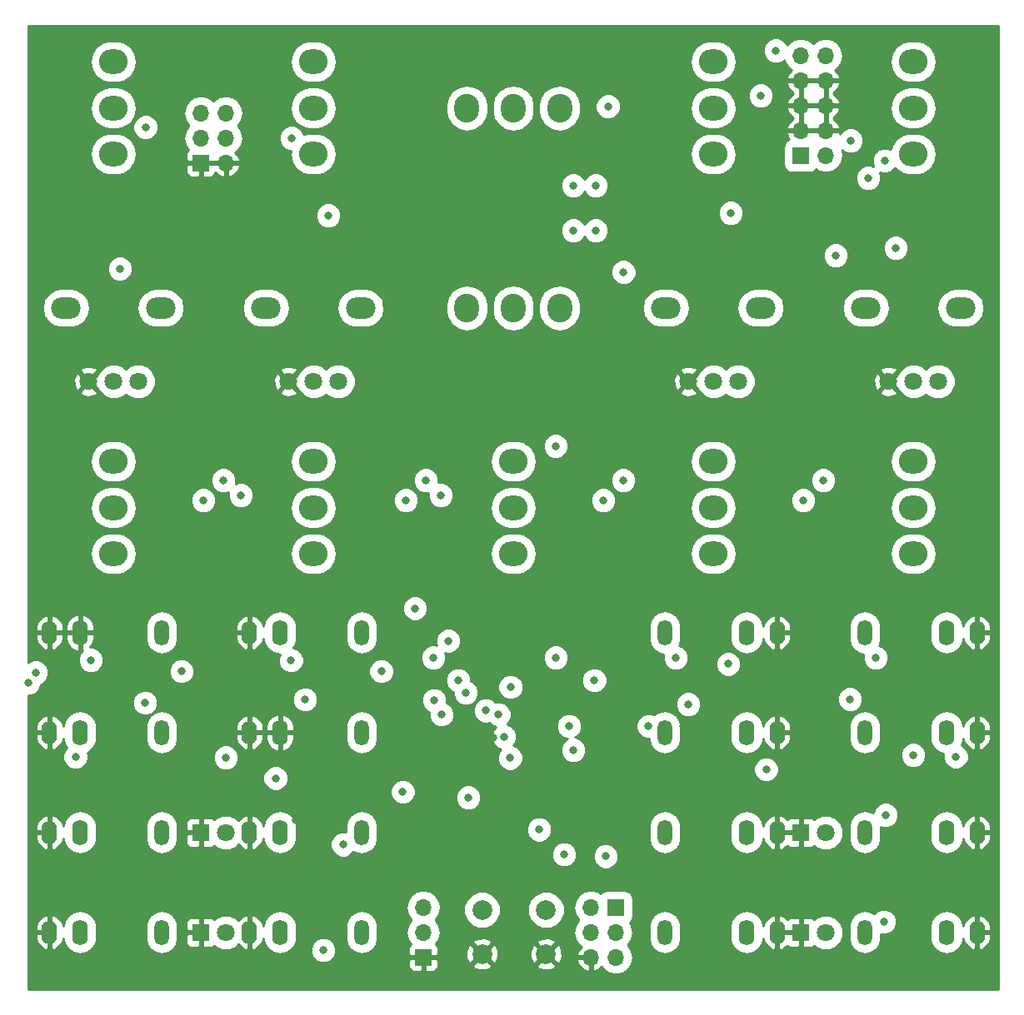
<source format=gbr>
G04 #@! TF.GenerationSoftware,KiCad,Pcbnew,5.0.2-bee76a0~70~ubuntu18.04.1*
G04 #@! TF.CreationDate,2018-12-31T19:04:56+08:00*
G04 #@! TF.ProjectId,Sequencer,53657175-656e-4636-9572-2e6b69636164,rev?*
G04 #@! TF.SameCoordinates,PX8d9e880PY6424e28*
G04 #@! TF.FileFunction,Copper,L2,Inr*
G04 #@! TF.FilePolarity,Positive*
%FSLAX46Y46*%
G04 Gerber Fmt 4.6, Leading zero omitted, Abs format (unit mm)*
G04 Created by KiCad (PCBNEW 5.0.2-bee76a0~70~ubuntu18.04.1) date Mon Dec 31 19:04:56 2018*
%MOMM*%
%LPD*%
G01*
G04 APERTURE LIST*
G04 #@! TA.AperFunction,ViaPad*
%ADD10C,2.000000*%
G04 #@! TD*
G04 #@! TA.AperFunction,ViaPad*
%ADD11R,1.700000X1.700000*%
G04 #@! TD*
G04 #@! TA.AperFunction,ViaPad*
%ADD12O,1.700000X1.700000*%
G04 #@! TD*
G04 #@! TA.AperFunction,ViaPad*
%ADD13C,1.800000*%
G04 #@! TD*
G04 #@! TA.AperFunction,ViaPad*
%ADD14R,1.800000X1.800000*%
G04 #@! TD*
G04 #@! TA.AperFunction,WasherPad*
%ADD15O,3.000000X2.200000*%
G04 #@! TD*
G04 #@! TA.AperFunction,ViaPad*
%ADD16O,1.500000X2.600000*%
G04 #@! TD*
G04 #@! TA.AperFunction,ViaPad*
%ADD17O,1.600000X2.400000*%
G04 #@! TD*
G04 #@! TA.AperFunction,ViaPad*
%ADD18O,1.600000X2.600000*%
G04 #@! TD*
G04 #@! TA.AperFunction,ViaPad*
%ADD19O,2.900000X2.500000*%
G04 #@! TD*
G04 #@! TA.AperFunction,ViaPad*
%ADD20O,2.500000X2.900000*%
G04 #@! TD*
G04 #@! TA.AperFunction,ViaPad*
%ADD21C,0.800000*%
G04 #@! TD*
G04 #@! TA.AperFunction,Conductor*
%ADD22C,0.254000*%
G04 #@! TD*
G04 APERTURE END LIST*
D10*
G04 #@! TO.N,GND*
G04 #@! TO.C,SW1*
X-3174560Y-45394320D03*
G04 #@! TO.N,Net-(J3-Pad5)*
X-3174560Y-40894320D03*
G04 #@! TO.N,GND*
X3325440Y-45394320D03*
G04 #@! TO.N,Net-(J3-Pad5)*
X3325440Y-40894320D03*
G04 #@! TD*
D11*
G04 #@! TO.N,GND*
G04 #@! TO.C,J4*
X-9143560Y-45720320D03*
D12*
G04 #@! TO.N,Sense0*
X-9143560Y-43180320D03*
G04 #@! TO.N,CV0*
X-9143560Y-40640320D03*
G04 #@! TD*
G04 #@! TO.N,GND*
G04 #@! TO.C,J3*
X7874440Y-45720320D03*
G04 #@! TO.N,Net-(J3-Pad5)*
X10414440Y-45720320D03*
G04 #@! TO.N,TRIG1*
X7874440Y-43180320D03*
G04 #@! TO.N,TRIG3*
X10414440Y-43180320D03*
G04 #@! TO.N,+5V*
X7874440Y-40640320D03*
D11*
G04 #@! TO.N,TRIG2*
X10414440Y-40640320D03*
G04 #@! TD*
G04 #@! TO.N,GND*
G04 #@! TO.C,J1*
X-31749560Y35051980D03*
D12*
X-29209560Y35051980D03*
G04 #@! TO.N,SDA*
X-31749560Y37591980D03*
G04 #@! TO.N,SCL*
X-29209560Y37591980D03*
G04 #@! TO.N,+5V*
X-31749560Y40131980D03*
X-29209560Y40131980D03*
G04 #@! TD*
D11*
G04 #@! TO.N,Net-(D2-Pad1)*
G04 #@! TO.C,J2*
X29210440Y35813980D03*
D12*
X31750440Y35813980D03*
G04 #@! TO.N,GND*
X29210440Y38353980D03*
X31750440Y38353980D03*
X29210440Y40893980D03*
X31750440Y40893980D03*
X29210440Y43433980D03*
X31750440Y43433980D03*
G04 #@! TO.N,Net-(D1-Pad2)*
X29210440Y45973980D03*
X31750440Y45973980D03*
G04 #@! TD*
D13*
G04 #@! TO.N,Net-(D15-Pad2)*
G04 #@! TO.C,D15*
X31750440Y-43180320D03*
D14*
G04 #@! TO.N,GND*
X29210440Y-43180320D03*
G04 #@! TD*
G04 #@! TO.N,GND*
G04 #@! TO.C,D14*
X29210440Y-33020320D03*
D13*
G04 #@! TO.N,Net-(D14-Pad2)*
X31750440Y-33020320D03*
G04 #@! TD*
G04 #@! TO.N,Net-(D13-Pad2)*
G04 #@! TO.C,D13*
X-29209560Y-43180320D03*
D14*
G04 #@! TO.N,GND*
X-31749560Y-43180320D03*
G04 #@! TD*
G04 #@! TO.N,GND*
G04 #@! TO.C,D4*
X-31749560Y-33020320D03*
D13*
G04 #@! TO.N,Net-(D4-Pad2)*
X-29209560Y-33020320D03*
G04 #@! TD*
D15*
G04 #@! TO.N,*
G04 #@! TO.C,RV2*
X-15519560Y20319980D03*
D13*
G04 #@! TO.N,GND*
X-22819560Y12819970D03*
G04 #@! TO.N,Net-(C13-Pad1)*
X-20279560Y12819970D03*
G04 #@! TO.N,+5V*
X-17819560Y12819970D03*
D15*
G04 #@! TO.N,*
X-25119560Y20319980D03*
G04 #@! TD*
G04 #@! TO.N,*
G04 #@! TO.C,RV3*
X15520440Y20319980D03*
D13*
G04 #@! TO.N,+5V*
X22820440Y12819970D03*
G04 #@! TO.N,Net-(C16-Pad1)*
X20360440Y12819970D03*
G04 #@! TO.N,GND*
X17820440Y12819970D03*
D15*
G04 #@! TO.N,*
X25120440Y20319980D03*
G04 #@! TD*
G04 #@! TO.N,*
G04 #@! TO.C,RV4*
X45440440Y20319980D03*
D13*
G04 #@! TO.N,GND*
X38140440Y12819970D03*
G04 #@! TO.N,Net-(C19-Pad1)*
X40680440Y12819970D03*
G04 #@! TO.N,+5V*
X43140440Y12819970D03*
D15*
G04 #@! TO.N,*
X35840440Y20319980D03*
G04 #@! TD*
G04 #@! TO.N,*
G04 #@! TO.C,RV1*
X-45439560Y20319980D03*
D13*
G04 #@! TO.N,+5V*
X-38139560Y12819970D03*
G04 #@! TO.N,Net-(C10-Pad1)*
X-40599560Y12819970D03*
G04 #@! TO.N,GND*
X-43139560Y12819970D03*
D15*
G04 #@! TO.N,*
X-35839560Y20319980D03*
G04 #@! TD*
D16*
G04 #@! TO.N,/DigitalIn/In*
G04 #@! TO.C,J-Inv1*
X-35719560Y-22860320D03*
D17*
G04 #@! TO.N,GND*
X-47119560Y-22860320D03*
D18*
G04 #@! TO.N,+5V*
X-44019560Y-22860320D03*
G04 #@! TD*
G04 #@! TO.N,GND*
G04 #@! TO.C,J-Inv2*
X-23699560Y-22860320D03*
D17*
X-26799560Y-22860320D03*
D16*
G04 #@! TO.N,/sheet5C188821/In*
X-15399560Y-22860320D03*
G04 #@! TD*
G04 #@! TO.N,/sheet5C192077/In*
G04 #@! TO.C,J-Inv3*
X15400440Y-22860320D03*
D17*
G04 #@! TO.N,GND*
X26800440Y-22860320D03*
D18*
G04 #@! TO.N,/DigitalIn/In*
X23700440Y-22860320D03*
G04 #@! TD*
G04 #@! TO.N,/sheet5C188821/In*
G04 #@! TO.C,J-Inv4*
X44020440Y-22860320D03*
D17*
G04 #@! TO.N,GND*
X47120440Y-22860320D03*
D16*
G04 #@! TO.N,/sheet5C19208D/In*
X35720440Y-22860320D03*
G04 #@! TD*
G04 #@! TO.N,/CVIn/In*
G04 #@! TO.C,J-Inv5*
X-35719560Y-12700320D03*
D17*
G04 #@! TO.N,GND*
X-47119560Y-12700320D03*
D18*
X-44019560Y-12700320D03*
G04 #@! TD*
G04 #@! TO.N,/CVIn/In*
G04 #@! TO.C,J-Inv6*
X-23699560Y-12700320D03*
D17*
G04 #@! TO.N,GND*
X-26799560Y-12700320D03*
D16*
G04 #@! TO.N,/sheet5C14AC01/In*
X-15399560Y-12700320D03*
G04 #@! TD*
G04 #@! TO.N,/sheet5C1536C4/In*
G04 #@! TO.C,J-Inv7*
X15400440Y-12700320D03*
D17*
G04 #@! TO.N,GND*
X26800440Y-12700320D03*
D18*
G04 #@! TO.N,/CVIn/In*
X23700440Y-12700320D03*
G04 #@! TD*
G04 #@! TO.N,/sheet5C1536C4/In*
G04 #@! TO.C,J-Inv8*
X44020440Y-12700320D03*
D17*
G04 #@! TO.N,GND*
X47120440Y-12700320D03*
D16*
G04 #@! TO.N,/sheet5C1536DC/In*
X35720440Y-12700320D03*
G04 #@! TD*
G04 #@! TO.N,/CVOut/Out*
G04 #@! TO.C,J-Inv9*
X-35719560Y-33020320D03*
D17*
G04 #@! TO.N,GND*
X-47119560Y-33020320D03*
D18*
G04 #@! TO.N,Net-(J-Inv9-PadTN)*
X-44019560Y-33020320D03*
G04 #@! TD*
G04 #@! TO.N,Net-(J-Inv10-PadTN)*
G04 #@! TO.C,J-Inv10*
X-23699560Y-33020320D03*
D17*
G04 #@! TO.N,GND*
X-26799560Y-33020320D03*
D16*
G04 #@! TO.N,/DigitalOut/Out*
X-15399560Y-33020320D03*
G04 #@! TD*
G04 #@! TO.N,/sheet5C230BC3/Out*
G04 #@! TO.C,J-Inv11*
X-35719560Y-43180320D03*
D17*
G04 #@! TO.N,GND*
X-47119560Y-43180320D03*
D18*
G04 #@! TO.N,Net-(J-Inv11-PadTN)*
X-44019560Y-43180320D03*
G04 #@! TD*
G04 #@! TO.N,Net-(J-Inv12-PadTN)*
G04 #@! TO.C,J-Inv12*
X-23699560Y-43180320D03*
D17*
G04 #@! TO.N,GND*
X-26799560Y-43180320D03*
D16*
G04 #@! TO.N,/sheet5C230BAE/Out*
X-15399560Y-43180320D03*
G04 #@! TD*
G04 #@! TO.N,/sheet5C25BE7D/Out*
G04 #@! TO.C,J-Inv13*
X15400440Y-33020320D03*
D17*
G04 #@! TO.N,GND*
X26800440Y-33020320D03*
D18*
G04 #@! TO.N,Net-(J-Inv13-PadTN)*
X23700440Y-33020320D03*
G04 #@! TD*
G04 #@! TO.N,Net-(J-Inv14-PadTN)*
G04 #@! TO.C,J-Inv14*
X44020440Y-33020320D03*
D17*
G04 #@! TO.N,GND*
X47120440Y-33020320D03*
D16*
G04 #@! TO.N,/sheet5C25BE68/Out*
X35720440Y-33020320D03*
G04 #@! TD*
G04 #@! TO.N,/sheet5C25BEB7/Out*
G04 #@! TO.C,J-Inv15*
X15400440Y-43180320D03*
D17*
G04 #@! TO.N,GND*
X26800440Y-43180320D03*
D18*
G04 #@! TO.N,Net-(J-Inv15-PadTN)*
X23700440Y-43180320D03*
G04 #@! TD*
G04 #@! TO.N,Net-(J-Inv16-PadTN)*
G04 #@! TO.C,J-Inv16*
X44020440Y-43180320D03*
D17*
G04 #@! TO.N,GND*
X47120440Y-43180320D03*
D16*
G04 #@! TO.N,/sheet5C25BE94/Out*
X35720440Y-43180320D03*
G04 #@! TD*
D19*
G04 #@! TO.N,Net-(R102-Pad2)*
G04 #@! TO.C,SW12*
X40640440Y-320D03*
G04 #@! TO.N,Net-(R100-Pad2)*
X40640440Y4699680D03*
G04 #@! TO.N,Net-(R101-Pad1)*
X40640440Y-4700320D03*
G04 #@! TD*
G04 #@! TO.N,Net-(R83-Pad1)*
G04 #@! TO.C,SW11*
X20320440Y-4700320D03*
G04 #@! TO.N,Net-(R82-Pad2)*
X20320440Y4699680D03*
G04 #@! TO.N,Net-(R84-Pad2)*
X20320440Y-320D03*
G04 #@! TD*
G04 #@! TO.N,Net-(R66-Pad2)*
G04 #@! TO.C,SW10*
X-20319560Y-320D03*
G04 #@! TO.N,Net-(R64-Pad2)*
X-20319560Y4699680D03*
G04 #@! TO.N,Net-(R65-Pad1)*
X-20319560Y-4700320D03*
G04 #@! TD*
G04 #@! TO.N,Net-(R47-Pad1)*
G04 #@! TO.C,SW9*
X-40639560Y-4700320D03*
G04 #@! TO.N,Net-(R46-Pad2)*
X-40639560Y4699680D03*
G04 #@! TO.N,Net-(R48-Pad2)*
X-40639560Y-320D03*
G04 #@! TD*
G04 #@! TO.N,Net-(D12-Pad1)*
G04 #@! TO.C,SW8*
X440Y-320D03*
G04 #@! TO.N,Scan3*
X440Y4699680D03*
G04 #@! TO.N,Net-(SW8-Pad1)*
X440Y-4700320D03*
G04 #@! TD*
D20*
G04 #@! TO.N,Net-(SW7-Pad1)*
G04 #@! TO.C,SW7*
X4700440Y40639980D03*
G04 #@! TO.N,Scan2*
X-4699560Y40639980D03*
G04 #@! TO.N,Net-(D11-Pad1)*
X440Y40639980D03*
G04 #@! TD*
G04 #@! TO.N,Net-(D10-Pad1)*
G04 #@! TO.C,SW6*
X440Y20319980D03*
G04 #@! TO.N,Scan1*
X-4699560Y20319980D03*
G04 #@! TO.N,Scan0*
X4700440Y20319980D03*
G04 #@! TD*
D19*
G04 #@! TO.N,Sense0*
G04 #@! TO.C,SW5*
X40640440Y35939980D03*
G04 #@! TO.N,Sense1*
X40640440Y45339980D03*
G04 #@! TO.N,Net-(D9-Pad2)*
X40640440Y40639980D03*
G04 #@! TD*
G04 #@! TO.N,Net-(D8-Pad2)*
G04 #@! TO.C,SW4*
X20320440Y40639980D03*
G04 #@! TO.N,Sense1*
X20320440Y45339980D03*
G04 #@! TO.N,Sense0*
X20320440Y35939980D03*
G04 #@! TD*
G04 #@! TO.N,Sense0*
G04 #@! TO.C,SW3*
X-20319560Y35939980D03*
G04 #@! TO.N,Sense1*
X-20319560Y45339980D03*
G04 #@! TO.N,Net-(D7-Pad2)*
X-20319560Y40639980D03*
G04 #@! TD*
G04 #@! TO.N,Net-(D6-Pad2)*
G04 #@! TO.C,SW2*
X-40639560Y40639980D03*
G04 #@! TO.N,Sense1*
X-40639560Y45339980D03*
G04 #@! TO.N,Sense0*
X-40639560Y35939980D03*
G04 #@! TD*
D21*
G04 #@! TO.N,+5V*
X-24155060Y-27505120D03*
X37642940Y-42118220D03*
X9381240Y-35443020D03*
X5170840Y-35271720D03*
X11201940Y23958980D03*
X-19312860Y-44998620D03*
X-44475060Y-25310920D03*
X9626940Y40810880D03*
X-22540660Y37592580D03*
X44983940Y-25308520D03*
X-39979060Y24302080D03*
X-37363060Y38690880D03*
X-17306960Y-34265620D03*
X-4571560Y-29464320D03*
X4318440Y-15240320D03*
X-8127560Y-15240320D03*
X36830440Y-15240320D03*
X16510440Y-15240320D03*
X-42925560Y-15494320D03*
X-22580560Y-15519320D03*
X-18795560Y29717980D03*
X8382440Y28193980D03*
X6096440Y28193980D03*
X25703740Y-26633010D03*
X37846000Y-31242000D03*
G04 #@! TO.N,END1*
X-2796160Y-20632120D03*
X34227440Y-19474920D03*
G04 #@! TO.N,STA1*
X17780440Y-19979220D03*
X-1491660Y-21058820D03*
G04 #@! TO.N,VRef-10*
X21844440Y-15897720D03*
X-33715860Y-16640720D03*
X-13404960Y-16640720D03*
G04 #@! TO.N,END0*
X-8046460Y-19567420D03*
X-21147960Y-19491920D03*
G04 #@! TO.N,STA0*
X-7303060Y-21035220D03*
X-37406760Y-19844820D03*
G04 #@! TO.N,-12V*
X-29463560Y2793680D03*
X-8889560Y2793680D03*
X11176440Y2793680D03*
X31496440Y2793680D03*
X32766440Y25653980D03*
X38862440Y26415980D03*
X36068440Y33527980D03*
G04 #@! TO.N,RST1*
X40640000Y-25146000D03*
X6096000Y-24638000D03*
G04 #@! TO.N,CLK1*
X5669740Y-22203820D03*
X13752440Y-22203820D03*
G04 #@! TO.N,CV0*
X-922260Y-23284520D03*
X-29210000Y-25400000D03*
G04 #@! TO.N,+12V*
X-31495560Y761680D03*
X-10921560Y761680D03*
X9144440Y761680D03*
X29464440Y761680D03*
X8382440Y32765980D03*
X6096440Y32765980D03*
X22098440Y29971980D03*
X25146440Y41909980D03*
X-27686000Y1270000D03*
X-7366000Y1270000D03*
G04 #@! TO.N,TRIG0*
X-313460Y-25455720D03*
X-11225260Y-28898820D03*
G04 #@! TO.N,TRIG1*
X2634440Y-32734820D03*
G04 #@! TO.N,SDA*
X-49275960Y-17780320D03*
X-4830560Y-18800320D03*
G04 #@! TO.N,SCL*
X-48513960Y-16764320D03*
X-5587560Y-17563320D03*
G04 #@! TO.N,Net-(D2-Pad1)*
X34290440Y37337980D03*
G04 #@! TO.N,Net-(D1-Pad2)*
X26670440Y46481980D03*
G04 #@! TO.N,Sense1*
X8239840Y-17564720D03*
G04 #@! TO.N,Sense0*
X-9976060Y-10238020D03*
G04 #@! TO.N,Scan1*
X4303740Y6266880D03*
G04 #@! TO.N,Scan2*
X-284160Y-18221820D03*
G04 #@! TO.N,Scan3*
X-6586760Y-13540320D03*
X37742440Y35289680D03*
G04 #@! TO.N,GND*
X-3810000Y30480000D03*
X0Y30480000D03*
X14960940Y-17601520D03*
X5186940Y-29965820D03*
X-25171060Y-4896920D03*
X12979940Y-7686220D03*
X3276940Y-4888020D03*
X-4851060Y-4941620D03*
X38624440Y-20908920D03*
X11429940Y-4896020D03*
X-45526660Y-39648620D03*
X24663940Y-28385220D03*
X-21724160Y25055780D03*
X41833740Y-41348920D03*
X23596940Y-2716020D03*
X-26234660Y-9522620D03*
X-29235060Y-4888820D03*
X15468940Y-2413320D03*
X19532940Y17078980D03*
X28727940Y-15418820D03*
X12979940Y8762980D03*
X-24155060Y-15422820D03*
X33507940Y-5504520D03*
X20320440Y24464480D03*
X-9931060Y-27494720D03*
X-44475060Y-28377720D03*
X44983940Y-8312420D03*
X35280940Y-17606620D03*
X23596940Y6288380D03*
X-8915060Y-4898120D03*
X-27660060Y8701080D03*
X-25171060Y3286280D03*
X-34772060Y-10479320D03*
X-41427060Y17082280D03*
X41833740Y-31215020D03*
X32672440Y28909680D03*
X24663940Y-40710920D03*
X17250940Y-22189120D03*
X3458940Y-10482220D03*
X-4851060Y-10474720D03*
X-14452060Y-10478220D03*
X42045540Y29765280D03*
X-45572360Y-16424220D03*
X-21107060Y17100580D03*
X31724940Y-4929520D03*
X39852940Y17086880D03*
X-7340060Y8762980D03*
X35788940Y-2098120D03*
X33299940Y8762980D03*
X-35788060Y-1851120D03*
X-27660060Y-5510720D03*
X-15468060Y-2413320D03*
X-39214560Y30131180D03*
X-20657560Y-41272520D03*
X-21512860Y-44985620D03*
X5918140Y29927480D03*
X-8127560Y-29464320D03*
X7874440Y-15240320D03*
X-2031560Y-23368320D03*
X2032440Y-20320320D03*
X-38861560Y-10160320D03*
X-18541560Y-10160320D03*
X2794000Y762000D03*
X20962452Y-8672990D03*
X41237288Y-10017149D03*
X-38608000Y-24892000D03*
X-21844000Y-34544000D03*
X-22098000Y-31750000D03*
X-3810000Y32385000D03*
X0Y32385000D03*
X0Y28575000D03*
X-3810000Y28575000D03*
X-1905000Y32385000D03*
X-1905000Y30480000D03*
X-1905000Y28575000D03*
X11176000Y31750000D03*
X11214198Y29125990D03*
X-17526000Y-24892000D03*
X19050000Y-36576000D03*
G04 #@! TD*
D22*
G04 #@! TO.N,GND*
G36*
X49313540Y-49005920D02*
X-49308460Y-49005920D01*
X-49308460Y-43307320D01*
X-48554560Y-43307320D01*
X-48554560Y-43707320D01*
X-48396726Y-44246803D01*
X-48044456Y-44684820D01*
X-47551379Y-44954687D01*
X-47468599Y-44972224D01*
X-47246560Y-44850235D01*
X-47246560Y-43307320D01*
X-48554560Y-43307320D01*
X-49308460Y-43307320D01*
X-49308460Y-42653320D01*
X-48554560Y-42653320D01*
X-48554560Y-43053320D01*
X-47246560Y-43053320D01*
X-47246560Y-41510405D01*
X-46992560Y-41510405D01*
X-46992560Y-43053320D01*
X-46972560Y-43053320D01*
X-46972560Y-43307320D01*
X-46992560Y-43307320D01*
X-46992560Y-44850235D01*
X-46770521Y-44972224D01*
X-46687741Y-44954687D01*
X-46194664Y-44684820D01*
X-45842394Y-44246803D01*
X-45708560Y-43789353D01*
X-45708560Y-43846669D01*
X-45610563Y-44339334D01*
X-45237261Y-44898021D01*
X-44678575Y-45271323D01*
X-44019560Y-45402409D01*
X-43360546Y-45271323D01*
X-42801859Y-44898021D01*
X-42428557Y-44339335D01*
X-42330560Y-43846670D01*
X-42330560Y-42513970D01*
X-42339525Y-42468898D01*
X-37358560Y-42468898D01*
X-37358560Y-43891741D01*
X-37263463Y-44369825D01*
X-36901213Y-44911973D01*
X-36359066Y-45274223D01*
X-35719560Y-45401429D01*
X-35080055Y-45274223D01*
X-34537907Y-44911973D01*
X-34175657Y-44369826D01*
X-34080560Y-43891742D01*
X-34080560Y-43466070D01*
X-33284560Y-43466070D01*
X-33284560Y-44206630D01*
X-33187887Y-44440019D01*
X-33009258Y-44618647D01*
X-32775869Y-44715320D01*
X-32035310Y-44715320D01*
X-31876560Y-44556570D01*
X-31876560Y-43307320D01*
X-33125810Y-43307320D01*
X-33284560Y-43466070D01*
X-34080560Y-43466070D01*
X-34080560Y-42468898D01*
X-34143195Y-42154010D01*
X-33284560Y-42154010D01*
X-33284560Y-42894570D01*
X-33125810Y-43053320D01*
X-31876560Y-43053320D01*
X-31876560Y-41804070D01*
X-31622560Y-41804070D01*
X-31622560Y-43053320D01*
X-31602560Y-43053320D01*
X-31602560Y-43307320D01*
X-31622560Y-43307320D01*
X-31622560Y-44556570D01*
X-31463810Y-44715320D01*
X-30723251Y-44715320D01*
X-30489862Y-44618647D01*
X-30395561Y-44524347D01*
X-30222947Y-44696961D01*
X-29565414Y-44969320D01*
X-28853706Y-44969320D01*
X-28196173Y-44696961D01*
X-27929312Y-44430100D01*
X-27724456Y-44684820D01*
X-27231379Y-44954687D01*
X-27148599Y-44972224D01*
X-26926560Y-44850235D01*
X-26926560Y-43307320D01*
X-26946560Y-43307320D01*
X-26946560Y-43053320D01*
X-26926560Y-43053320D01*
X-26926560Y-41510405D01*
X-26672560Y-41510405D01*
X-26672560Y-43053320D01*
X-26652560Y-43053320D01*
X-26652560Y-43307320D01*
X-26672560Y-43307320D01*
X-26672560Y-44850235D01*
X-26450521Y-44972224D01*
X-26367741Y-44954687D01*
X-25874664Y-44684820D01*
X-25522394Y-44246803D01*
X-25388560Y-43789353D01*
X-25388560Y-43846669D01*
X-25290563Y-44339334D01*
X-24917261Y-44898021D01*
X-24358575Y-45271323D01*
X-23699560Y-45402409D01*
X-23040546Y-45271323D01*
X-22481859Y-44898021D01*
X-22377758Y-44742222D01*
X-20601860Y-44742222D01*
X-20601860Y-45255018D01*
X-20405621Y-45728780D01*
X-20043020Y-46091381D01*
X-19569258Y-46287620D01*
X-19056462Y-46287620D01*
X-18582700Y-46091381D01*
X-18497389Y-46006070D01*
X-10628560Y-46006070D01*
X-10628560Y-46696630D01*
X-10531887Y-46930019D01*
X-10353258Y-47108647D01*
X-10119869Y-47205320D01*
X-9429310Y-47205320D01*
X-9270560Y-47046570D01*
X-9270560Y-45847320D01*
X-9016560Y-45847320D01*
X-9016560Y-47046570D01*
X-8857810Y-47205320D01*
X-8167251Y-47205320D01*
X-7933862Y-47108647D01*
X-7755233Y-46930019D01*
X-7658560Y-46696630D01*
X-7658560Y-46546852D01*
X-4147487Y-46546852D01*
X-4048824Y-46813707D01*
X-3439099Y-47040228D01*
X-2789100Y-47016176D01*
X-2300296Y-46813707D01*
X-2201633Y-46546852D01*
X2352513Y-46546852D01*
X2451176Y-46813707D01*
X3060901Y-47040228D01*
X3710900Y-47016176D01*
X4199704Y-46813707D01*
X4298367Y-46546852D01*
X3325440Y-45573925D01*
X2352513Y-46546852D01*
X-2201633Y-46546852D01*
X-3174560Y-45573925D01*
X-4147487Y-46546852D01*
X-7658560Y-46546852D01*
X-7658560Y-46006070D01*
X-7817310Y-45847320D01*
X-9016560Y-45847320D01*
X-9270560Y-45847320D01*
X-10469810Y-45847320D01*
X-10628560Y-46006070D01*
X-18497389Y-46006070D01*
X-18220099Y-45728780D01*
X-18023860Y-45255018D01*
X-18023860Y-44742222D01*
X-18220099Y-44268460D01*
X-18582700Y-43905859D01*
X-19056462Y-43709620D01*
X-19569258Y-43709620D01*
X-20043020Y-43905859D01*
X-20405621Y-44268460D01*
X-20601860Y-44742222D01*
X-22377758Y-44742222D01*
X-22108557Y-44339335D01*
X-22010560Y-43846670D01*
X-22010560Y-42513970D01*
X-22019525Y-42468898D01*
X-17038560Y-42468898D01*
X-17038560Y-43891741D01*
X-16943463Y-44369825D01*
X-16581213Y-44911973D01*
X-16039066Y-45274223D01*
X-15399560Y-45401429D01*
X-14760055Y-45274223D01*
X-14217907Y-44911973D01*
X-13855657Y-44369826D01*
X-13760560Y-43891742D01*
X-13760560Y-42468898D01*
X-13855657Y-41990814D01*
X-14217907Y-41448667D01*
X-14760054Y-41086417D01*
X-15399560Y-40959211D01*
X-16039065Y-41086417D01*
X-16581212Y-41448667D01*
X-16943463Y-41990814D01*
X-17038560Y-42468898D01*
X-22019525Y-42468898D01*
X-22108557Y-42021305D01*
X-22481859Y-41462619D01*
X-23040545Y-41089317D01*
X-23699560Y-40958231D01*
X-24358574Y-41089317D01*
X-24917260Y-41462619D01*
X-25290563Y-42021305D01*
X-25388560Y-42513970D01*
X-25388560Y-42571287D01*
X-25522394Y-42113837D01*
X-25874664Y-41675820D01*
X-26367741Y-41405953D01*
X-26450521Y-41388416D01*
X-26672560Y-41510405D01*
X-26926560Y-41510405D01*
X-27148599Y-41388416D01*
X-27231379Y-41405953D01*
X-27724456Y-41675820D01*
X-27929312Y-41930540D01*
X-28196173Y-41663679D01*
X-28853706Y-41391320D01*
X-29565414Y-41391320D01*
X-30222947Y-41663679D01*
X-30395561Y-41836293D01*
X-30489862Y-41741993D01*
X-30723251Y-41645320D01*
X-31463810Y-41645320D01*
X-31622560Y-41804070D01*
X-31876560Y-41804070D01*
X-32035310Y-41645320D01*
X-32775869Y-41645320D01*
X-33009258Y-41741993D01*
X-33187887Y-41920621D01*
X-33284560Y-42154010D01*
X-34143195Y-42154010D01*
X-34175657Y-41990814D01*
X-34537907Y-41448667D01*
X-35080054Y-41086417D01*
X-35719560Y-40959211D01*
X-36359065Y-41086417D01*
X-36901212Y-41448667D01*
X-37263463Y-41990814D01*
X-37358560Y-42468898D01*
X-42339525Y-42468898D01*
X-42428557Y-42021305D01*
X-42801859Y-41462619D01*
X-43360545Y-41089317D01*
X-44019560Y-40958231D01*
X-44678574Y-41089317D01*
X-45237260Y-41462619D01*
X-45610563Y-42021305D01*
X-45708560Y-42513970D01*
X-45708560Y-42571287D01*
X-45842394Y-42113837D01*
X-46194664Y-41675820D01*
X-46687741Y-41405953D01*
X-46770521Y-41388416D01*
X-46992560Y-41510405D01*
X-47246560Y-41510405D01*
X-47468599Y-41388416D01*
X-47551379Y-41405953D01*
X-48044456Y-41675820D01*
X-48396726Y-42113837D01*
X-48554560Y-42653320D01*
X-49308460Y-42653320D01*
X-49308460Y-40640320D01*
X-10916629Y-40640320D01*
X-10781662Y-41318844D01*
X-10397309Y-41894069D01*
X-10372988Y-41910320D01*
X-10397309Y-41926571D01*
X-10781662Y-42501796D01*
X-10916629Y-43180320D01*
X-10781662Y-43858844D01*
X-10420551Y-44399285D01*
X-10531887Y-44510621D01*
X-10628560Y-44744010D01*
X-10628560Y-45434570D01*
X-10469810Y-45593320D01*
X-9270560Y-45593320D01*
X-9270560Y-45573320D01*
X-9016560Y-45573320D01*
X-9016560Y-45593320D01*
X-7817310Y-45593320D01*
X-7658560Y-45434570D01*
X-7658560Y-45129781D01*
X-4820468Y-45129781D01*
X-4796416Y-45779780D01*
X-4593947Y-46268584D01*
X-4327092Y-46367247D01*
X-3354165Y-45394320D01*
X-2994955Y-45394320D01*
X-2022028Y-46367247D01*
X-1755173Y-46268584D01*
X-1528652Y-45658859D01*
X-1548229Y-45129781D01*
X1679532Y-45129781D01*
X1703584Y-45779780D01*
X1906053Y-46268584D01*
X2172908Y-46367247D01*
X3145835Y-45394320D01*
X3505045Y-45394320D01*
X4477972Y-46367247D01*
X4744827Y-46268584D01*
X4815925Y-46077210D01*
X6432964Y-46077210D01*
X6602795Y-46487244D01*
X6993082Y-46915503D01*
X7517548Y-47161806D01*
X7747440Y-47041139D01*
X7747440Y-45847320D01*
X6554285Y-45847320D01*
X6432964Y-46077210D01*
X4815925Y-46077210D01*
X4971348Y-45658859D01*
X4947296Y-45008860D01*
X4744827Y-44520056D01*
X4477972Y-44421393D01*
X3505045Y-45394320D01*
X3145835Y-45394320D01*
X2172908Y-44421393D01*
X1906053Y-44520056D01*
X1679532Y-45129781D01*
X-1548229Y-45129781D01*
X-1552704Y-45008860D01*
X-1755173Y-44520056D01*
X-2022028Y-44421393D01*
X-2994955Y-45394320D01*
X-3354165Y-45394320D01*
X-4327092Y-44421393D01*
X-4593947Y-44520056D01*
X-4820468Y-45129781D01*
X-7658560Y-45129781D01*
X-7658560Y-44744010D01*
X-7755233Y-44510621D01*
X-7866569Y-44399285D01*
X-7761333Y-44241788D01*
X-4147487Y-44241788D01*
X-3174560Y-45214715D01*
X-2201633Y-44241788D01*
X2352513Y-44241788D01*
X3325440Y-45214715D01*
X4298367Y-44241788D01*
X4199704Y-43974933D01*
X3589979Y-43748412D01*
X2939980Y-43772464D01*
X2451176Y-43974933D01*
X2352513Y-44241788D01*
X-2201633Y-44241788D01*
X-2300296Y-43974933D01*
X-2910021Y-43748412D01*
X-3560020Y-43772464D01*
X-4048824Y-43974933D01*
X-4147487Y-44241788D01*
X-7761333Y-44241788D01*
X-7505458Y-43858844D01*
X-7370491Y-43180320D01*
X-7505458Y-42501796D01*
X-7889811Y-41926571D01*
X-7914132Y-41910320D01*
X-7889811Y-41894069D01*
X-7505458Y-41318844D01*
X-7370491Y-40640320D01*
X-7394707Y-40518574D01*
X-5063560Y-40518574D01*
X-5063560Y-41270066D01*
X-4775977Y-41964353D01*
X-4244593Y-42495737D01*
X-3550306Y-42783320D01*
X-2798814Y-42783320D01*
X-2104527Y-42495737D01*
X-1573143Y-41964353D01*
X-1285560Y-41270066D01*
X-1285560Y-40518574D01*
X1436440Y-40518574D01*
X1436440Y-41270066D01*
X1724023Y-41964353D01*
X2255407Y-42495737D01*
X2949694Y-42783320D01*
X3701186Y-42783320D01*
X4395473Y-42495737D01*
X4926857Y-41964353D01*
X5214440Y-41270066D01*
X5214440Y-40640320D01*
X6101371Y-40640320D01*
X6236338Y-41318844D01*
X6620691Y-41894069D01*
X6645012Y-41910320D01*
X6620691Y-41926571D01*
X6236338Y-42501796D01*
X6101371Y-43180320D01*
X6236338Y-43858844D01*
X6620691Y-44434069D01*
X6903726Y-44623187D01*
X6602795Y-44953396D01*
X6432964Y-45363430D01*
X6554285Y-45593320D01*
X7747440Y-45593320D01*
X7747440Y-45573320D01*
X8001440Y-45573320D01*
X8001440Y-45593320D01*
X8021440Y-45593320D01*
X8021440Y-45847320D01*
X8001440Y-45847320D01*
X8001440Y-47041139D01*
X8231332Y-47161806D01*
X8755798Y-46915503D01*
X8966831Y-46683938D01*
X9160691Y-46974069D01*
X9735916Y-47358422D01*
X10243164Y-47459320D01*
X10585716Y-47459320D01*
X11092964Y-47358422D01*
X11668189Y-46974069D01*
X12052542Y-46398844D01*
X12187509Y-45720320D01*
X12052542Y-45041796D01*
X11668189Y-44466571D01*
X11643868Y-44450320D01*
X11668189Y-44434069D01*
X12052542Y-43858844D01*
X12187509Y-43180320D01*
X12052542Y-42501796D01*
X12030561Y-42468899D01*
X13761440Y-42468899D01*
X13761440Y-43891742D01*
X13856537Y-44369826D01*
X14218788Y-44911973D01*
X14760935Y-45274223D01*
X15400440Y-45401429D01*
X16039946Y-45274223D01*
X16582093Y-44911973D01*
X16944343Y-44369826D01*
X17039440Y-43891742D01*
X17039440Y-42513971D01*
X22011440Y-42513971D01*
X22011440Y-43846670D01*
X22109437Y-44339335D01*
X22482740Y-44898021D01*
X23041426Y-45271323D01*
X23700440Y-45402409D01*
X24359455Y-45271323D01*
X24918141Y-44898021D01*
X25291443Y-44339335D01*
X25389440Y-43846670D01*
X25389440Y-43789353D01*
X25523274Y-44246803D01*
X25875544Y-44684820D01*
X26368621Y-44954687D01*
X26451401Y-44972224D01*
X26673440Y-44850235D01*
X26673440Y-43307320D01*
X26927440Y-43307320D01*
X26927440Y-44850235D01*
X27149479Y-44972224D01*
X27232259Y-44954687D01*
X27725336Y-44684820D01*
X27855307Y-44523212D01*
X27950742Y-44618647D01*
X28184131Y-44715320D01*
X28924690Y-44715320D01*
X29083440Y-44556570D01*
X29083440Y-43307320D01*
X26927440Y-43307320D01*
X26673440Y-43307320D01*
X26653440Y-43307320D01*
X26653440Y-43053320D01*
X26673440Y-43053320D01*
X26673440Y-41510405D01*
X26927440Y-41510405D01*
X26927440Y-43053320D01*
X29083440Y-43053320D01*
X29083440Y-41804070D01*
X29337440Y-41804070D01*
X29337440Y-43053320D01*
X29357440Y-43053320D01*
X29357440Y-43307320D01*
X29337440Y-43307320D01*
X29337440Y-44556570D01*
X29496190Y-44715320D01*
X30236749Y-44715320D01*
X30470138Y-44618647D01*
X30564439Y-44524347D01*
X30737053Y-44696961D01*
X31394586Y-44969320D01*
X32106294Y-44969320D01*
X32763827Y-44696961D01*
X33267081Y-44193707D01*
X33539440Y-43536174D01*
X33539440Y-42824466D01*
X33392160Y-42468899D01*
X34081440Y-42468899D01*
X34081440Y-43891742D01*
X34176537Y-44369826D01*
X34538788Y-44911973D01*
X35080935Y-45274223D01*
X35720440Y-45401429D01*
X36359946Y-45274223D01*
X36902093Y-44911973D01*
X37264343Y-44369826D01*
X37359440Y-43891742D01*
X37359440Y-43395994D01*
X37386542Y-43407220D01*
X37899338Y-43407220D01*
X38373100Y-43210981D01*
X38735701Y-42848380D01*
X38874217Y-42513971D01*
X42331440Y-42513971D01*
X42331440Y-43846670D01*
X42429437Y-44339335D01*
X42802740Y-44898021D01*
X43361426Y-45271323D01*
X44020440Y-45402409D01*
X44679455Y-45271323D01*
X45238141Y-44898021D01*
X45611443Y-44339335D01*
X45709440Y-43846670D01*
X45709440Y-43789353D01*
X45843274Y-44246803D01*
X46195544Y-44684820D01*
X46688621Y-44954687D01*
X46771401Y-44972224D01*
X46993440Y-44850235D01*
X46993440Y-43307320D01*
X47247440Y-43307320D01*
X47247440Y-44850235D01*
X47469479Y-44972224D01*
X47552259Y-44954687D01*
X48045336Y-44684820D01*
X48397606Y-44246803D01*
X48555440Y-43707320D01*
X48555440Y-43307320D01*
X47247440Y-43307320D01*
X46993440Y-43307320D01*
X46973440Y-43307320D01*
X46973440Y-43053320D01*
X46993440Y-43053320D01*
X46993440Y-41510405D01*
X47247440Y-41510405D01*
X47247440Y-43053320D01*
X48555440Y-43053320D01*
X48555440Y-42653320D01*
X48397606Y-42113837D01*
X48045336Y-41675820D01*
X47552259Y-41405953D01*
X47469479Y-41388416D01*
X47247440Y-41510405D01*
X46993440Y-41510405D01*
X46771401Y-41388416D01*
X46688621Y-41405953D01*
X46195544Y-41675820D01*
X45843274Y-42113837D01*
X45709440Y-42571287D01*
X45709440Y-42513970D01*
X45611443Y-42021305D01*
X45238141Y-41462619D01*
X44679454Y-41089317D01*
X44020440Y-40958231D01*
X43361425Y-41089317D01*
X42802739Y-41462619D01*
X42429437Y-42021306D01*
X42331440Y-42513971D01*
X38874217Y-42513971D01*
X38931940Y-42374618D01*
X38931940Y-41861822D01*
X38735701Y-41388060D01*
X38373100Y-41025459D01*
X37899338Y-40829220D01*
X37386542Y-40829220D01*
X36912780Y-41025459D01*
X36654804Y-41283435D01*
X36359945Y-41086417D01*
X35720440Y-40959211D01*
X35080934Y-41086417D01*
X34538787Y-41448667D01*
X34176537Y-41990815D01*
X34081440Y-42468899D01*
X33392160Y-42468899D01*
X33267081Y-42166933D01*
X32763827Y-41663679D01*
X32106294Y-41391320D01*
X31394586Y-41391320D01*
X30737053Y-41663679D01*
X30564439Y-41836293D01*
X30470138Y-41741993D01*
X30236749Y-41645320D01*
X29496190Y-41645320D01*
X29337440Y-41804070D01*
X29083440Y-41804070D01*
X28924690Y-41645320D01*
X28184131Y-41645320D01*
X27950742Y-41741993D01*
X27855307Y-41837428D01*
X27725336Y-41675820D01*
X27232259Y-41405953D01*
X27149479Y-41388416D01*
X26927440Y-41510405D01*
X26673440Y-41510405D01*
X26451401Y-41388416D01*
X26368621Y-41405953D01*
X25875544Y-41675820D01*
X25523274Y-42113837D01*
X25389440Y-42571287D01*
X25389440Y-42513970D01*
X25291443Y-42021305D01*
X24918141Y-41462619D01*
X24359454Y-41089317D01*
X23700440Y-40958231D01*
X23041425Y-41089317D01*
X22482739Y-41462619D01*
X22109437Y-42021306D01*
X22011440Y-42513971D01*
X17039440Y-42513971D01*
X17039440Y-42468898D01*
X16944343Y-41990814D01*
X16582093Y-41448667D01*
X16039945Y-41086417D01*
X15400440Y-40959211D01*
X14760934Y-41086417D01*
X14218787Y-41448667D01*
X13856537Y-41990815D01*
X13761440Y-42468899D01*
X12030561Y-42468899D01*
X11835948Y-42177641D01*
X11905373Y-42131253D01*
X12101859Y-41837190D01*
X12170856Y-41490320D01*
X12170856Y-39790320D01*
X12101859Y-39443450D01*
X11905373Y-39149387D01*
X11611310Y-38952901D01*
X11264440Y-38883904D01*
X9564440Y-38883904D01*
X9217570Y-38952901D01*
X8923507Y-39149387D01*
X8877119Y-39218812D01*
X8552964Y-39002218D01*
X8045716Y-38901320D01*
X7703164Y-38901320D01*
X7195916Y-39002218D01*
X6620691Y-39386571D01*
X6236338Y-39961796D01*
X6101371Y-40640320D01*
X5214440Y-40640320D01*
X5214440Y-40518574D01*
X4926857Y-39824287D01*
X4395473Y-39292903D01*
X3701186Y-39005320D01*
X2949694Y-39005320D01*
X2255407Y-39292903D01*
X1724023Y-39824287D01*
X1436440Y-40518574D01*
X-1285560Y-40518574D01*
X-1573143Y-39824287D01*
X-2104527Y-39292903D01*
X-2798814Y-39005320D01*
X-3550306Y-39005320D01*
X-4244593Y-39292903D01*
X-4775977Y-39824287D01*
X-5063560Y-40518574D01*
X-7394707Y-40518574D01*
X-7505458Y-39961796D01*
X-7889811Y-39386571D01*
X-8465036Y-39002218D01*
X-8972284Y-38901320D01*
X-9314836Y-38901320D01*
X-9822084Y-39002218D01*
X-10397309Y-39386571D01*
X-10781662Y-39961796D01*
X-10916629Y-40640320D01*
X-49308460Y-40640320D01*
X-49308460Y-33147320D01*
X-48554560Y-33147320D01*
X-48554560Y-33547320D01*
X-48396726Y-34086803D01*
X-48044456Y-34524820D01*
X-47551379Y-34794687D01*
X-47468599Y-34812224D01*
X-47246560Y-34690235D01*
X-47246560Y-33147320D01*
X-48554560Y-33147320D01*
X-49308460Y-33147320D01*
X-49308460Y-32493320D01*
X-48554560Y-32493320D01*
X-48554560Y-32893320D01*
X-47246560Y-32893320D01*
X-47246560Y-31350405D01*
X-46992560Y-31350405D01*
X-46992560Y-32893320D01*
X-46972560Y-32893320D01*
X-46972560Y-33147320D01*
X-46992560Y-33147320D01*
X-46992560Y-34690235D01*
X-46770521Y-34812224D01*
X-46687741Y-34794687D01*
X-46194664Y-34524820D01*
X-45842394Y-34086803D01*
X-45708560Y-33629353D01*
X-45708560Y-33686669D01*
X-45610563Y-34179334D01*
X-45237261Y-34738021D01*
X-44678575Y-35111323D01*
X-44019560Y-35242409D01*
X-43360546Y-35111323D01*
X-42801859Y-34738021D01*
X-42428557Y-34179335D01*
X-42330560Y-33686670D01*
X-42330560Y-32353970D01*
X-42339525Y-32308898D01*
X-37358560Y-32308898D01*
X-37358560Y-33731741D01*
X-37263463Y-34209825D01*
X-36901213Y-34751973D01*
X-36359066Y-35114223D01*
X-35719560Y-35241429D01*
X-35080055Y-35114223D01*
X-34537907Y-34751973D01*
X-34175657Y-34209826D01*
X-34080560Y-33731742D01*
X-34080560Y-33306070D01*
X-33284560Y-33306070D01*
X-33284560Y-34046630D01*
X-33187887Y-34280019D01*
X-33009258Y-34458647D01*
X-32775869Y-34555320D01*
X-32035310Y-34555320D01*
X-31876560Y-34396570D01*
X-31876560Y-33147320D01*
X-33125810Y-33147320D01*
X-33284560Y-33306070D01*
X-34080560Y-33306070D01*
X-34080560Y-32308898D01*
X-34143195Y-31994010D01*
X-33284560Y-31994010D01*
X-33284560Y-32734570D01*
X-33125810Y-32893320D01*
X-31876560Y-32893320D01*
X-31876560Y-31644070D01*
X-31622560Y-31644070D01*
X-31622560Y-32893320D01*
X-31602560Y-32893320D01*
X-31602560Y-33147320D01*
X-31622560Y-33147320D01*
X-31622560Y-34396570D01*
X-31463810Y-34555320D01*
X-30723251Y-34555320D01*
X-30489862Y-34458647D01*
X-30395561Y-34364347D01*
X-30222947Y-34536961D01*
X-29565414Y-34809320D01*
X-28853706Y-34809320D01*
X-28196173Y-34536961D01*
X-27929312Y-34270100D01*
X-27724456Y-34524820D01*
X-27231379Y-34794687D01*
X-27148599Y-34812224D01*
X-26926560Y-34690235D01*
X-26926560Y-33147320D01*
X-26946560Y-33147320D01*
X-26946560Y-32893320D01*
X-26926560Y-32893320D01*
X-26926560Y-31350405D01*
X-26672560Y-31350405D01*
X-26672560Y-32893320D01*
X-26652560Y-32893320D01*
X-26652560Y-33147320D01*
X-26672560Y-33147320D01*
X-26672560Y-34690235D01*
X-26450521Y-34812224D01*
X-26367741Y-34794687D01*
X-25874664Y-34524820D01*
X-25522394Y-34086803D01*
X-25388560Y-33629353D01*
X-25388560Y-33686669D01*
X-25290563Y-34179334D01*
X-24917261Y-34738021D01*
X-24358575Y-35111323D01*
X-23699560Y-35242409D01*
X-23040546Y-35111323D01*
X-22481859Y-34738021D01*
X-22108557Y-34179335D01*
X-22074720Y-34009222D01*
X-18595960Y-34009222D01*
X-18595960Y-34522018D01*
X-18399721Y-34995780D01*
X-18037120Y-35358381D01*
X-17563358Y-35554620D01*
X-17050562Y-35554620D01*
X-16576800Y-35358381D01*
X-16215052Y-34996633D01*
X-16039066Y-35114223D01*
X-15399560Y-35241429D01*
X-14760055Y-35114223D01*
X-14612039Y-35015322D01*
X3881840Y-35015322D01*
X3881840Y-35528118D01*
X4078079Y-36001880D01*
X4440680Y-36364481D01*
X4914442Y-36560720D01*
X5427238Y-36560720D01*
X5901000Y-36364481D01*
X6263601Y-36001880D01*
X6459840Y-35528118D01*
X6459840Y-35186622D01*
X8092240Y-35186622D01*
X8092240Y-35699418D01*
X8288479Y-36173180D01*
X8651080Y-36535781D01*
X9124842Y-36732020D01*
X9637638Y-36732020D01*
X10111400Y-36535781D01*
X10474001Y-36173180D01*
X10670240Y-35699418D01*
X10670240Y-35186622D01*
X10474001Y-34712860D01*
X10111400Y-34350259D01*
X9637638Y-34154020D01*
X9124842Y-34154020D01*
X8651080Y-34350259D01*
X8288479Y-34712860D01*
X8092240Y-35186622D01*
X6459840Y-35186622D01*
X6459840Y-35015322D01*
X6263601Y-34541560D01*
X5901000Y-34178959D01*
X5427238Y-33982720D01*
X4914442Y-33982720D01*
X4440680Y-34178959D01*
X4078079Y-34541560D01*
X3881840Y-35015322D01*
X-14612039Y-35015322D01*
X-14217907Y-34751973D01*
X-13855657Y-34209826D01*
X-13760560Y-33731742D01*
X-13760560Y-32478422D01*
X1345440Y-32478422D01*
X1345440Y-32991218D01*
X1541679Y-33464980D01*
X1904280Y-33827581D01*
X2378042Y-34023820D01*
X2890838Y-34023820D01*
X3364600Y-33827581D01*
X3727201Y-33464980D01*
X3923440Y-32991218D01*
X3923440Y-32478422D01*
X3853222Y-32308899D01*
X13761440Y-32308899D01*
X13761440Y-33731742D01*
X13856537Y-34209826D01*
X14218788Y-34751973D01*
X14760935Y-35114223D01*
X15400440Y-35241429D01*
X16039946Y-35114223D01*
X16582093Y-34751973D01*
X16944343Y-34209826D01*
X17039440Y-33731742D01*
X17039440Y-32353971D01*
X22011440Y-32353971D01*
X22011440Y-33686670D01*
X22109437Y-34179335D01*
X22482740Y-34738021D01*
X23041426Y-35111323D01*
X23700440Y-35242409D01*
X24359455Y-35111323D01*
X24918141Y-34738021D01*
X25291443Y-34179335D01*
X25389440Y-33686670D01*
X25389440Y-33629353D01*
X25523274Y-34086803D01*
X25875544Y-34524820D01*
X26368621Y-34794687D01*
X26451401Y-34812224D01*
X26673440Y-34690235D01*
X26673440Y-33147320D01*
X26927440Y-33147320D01*
X26927440Y-34690235D01*
X27149479Y-34812224D01*
X27232259Y-34794687D01*
X27725336Y-34524820D01*
X27855307Y-34363212D01*
X27950742Y-34458647D01*
X28184131Y-34555320D01*
X28924690Y-34555320D01*
X29083440Y-34396570D01*
X29083440Y-33147320D01*
X26927440Y-33147320D01*
X26673440Y-33147320D01*
X26653440Y-33147320D01*
X26653440Y-32893320D01*
X26673440Y-32893320D01*
X26673440Y-31350405D01*
X26927440Y-31350405D01*
X26927440Y-32893320D01*
X29083440Y-32893320D01*
X29083440Y-31644070D01*
X29337440Y-31644070D01*
X29337440Y-32893320D01*
X29357440Y-32893320D01*
X29357440Y-33147320D01*
X29337440Y-33147320D01*
X29337440Y-34396570D01*
X29496190Y-34555320D01*
X30236749Y-34555320D01*
X30470138Y-34458647D01*
X30564439Y-34364347D01*
X30737053Y-34536961D01*
X31394586Y-34809320D01*
X32106294Y-34809320D01*
X32763827Y-34536961D01*
X33267081Y-34033707D01*
X33539440Y-33376174D01*
X33539440Y-32664466D01*
X33392160Y-32308899D01*
X34081440Y-32308899D01*
X34081440Y-33731742D01*
X34176537Y-34209826D01*
X34538788Y-34751973D01*
X35080935Y-35114223D01*
X35720440Y-35241429D01*
X36359946Y-35114223D01*
X36902093Y-34751973D01*
X37264343Y-34209826D01*
X37359440Y-33731742D01*
X37359440Y-32435664D01*
X37589602Y-32531000D01*
X38102398Y-32531000D01*
X38529783Y-32353971D01*
X42331440Y-32353971D01*
X42331440Y-33686670D01*
X42429437Y-34179335D01*
X42802740Y-34738021D01*
X43361426Y-35111323D01*
X44020440Y-35242409D01*
X44679455Y-35111323D01*
X45238141Y-34738021D01*
X45611443Y-34179335D01*
X45709440Y-33686670D01*
X45709440Y-33629353D01*
X45843274Y-34086803D01*
X46195544Y-34524820D01*
X46688621Y-34794687D01*
X46771401Y-34812224D01*
X46993440Y-34690235D01*
X46993440Y-33147320D01*
X47247440Y-33147320D01*
X47247440Y-34690235D01*
X47469479Y-34812224D01*
X47552259Y-34794687D01*
X48045336Y-34524820D01*
X48397606Y-34086803D01*
X48555440Y-33547320D01*
X48555440Y-33147320D01*
X47247440Y-33147320D01*
X46993440Y-33147320D01*
X46973440Y-33147320D01*
X46973440Y-32893320D01*
X46993440Y-32893320D01*
X46993440Y-31350405D01*
X47247440Y-31350405D01*
X47247440Y-32893320D01*
X48555440Y-32893320D01*
X48555440Y-32493320D01*
X48397606Y-31953837D01*
X48045336Y-31515820D01*
X47552259Y-31245953D01*
X47469479Y-31228416D01*
X47247440Y-31350405D01*
X46993440Y-31350405D01*
X46771401Y-31228416D01*
X46688621Y-31245953D01*
X46195544Y-31515820D01*
X45843274Y-31953837D01*
X45709440Y-32411287D01*
X45709440Y-32353970D01*
X45611443Y-31861305D01*
X45238141Y-31302619D01*
X44679454Y-30929317D01*
X44020440Y-30798231D01*
X43361425Y-30929317D01*
X42802739Y-31302619D01*
X42429437Y-31861306D01*
X42331440Y-32353971D01*
X38529783Y-32353971D01*
X38576160Y-32334761D01*
X38938761Y-31972160D01*
X39135000Y-31498398D01*
X39135000Y-30985602D01*
X38938761Y-30511840D01*
X38576160Y-30149239D01*
X38102398Y-29953000D01*
X37589602Y-29953000D01*
X37115840Y-30149239D01*
X36753239Y-30511840D01*
X36557000Y-30985602D01*
X36557000Y-31058084D01*
X36359945Y-30926417D01*
X35720440Y-30799211D01*
X35080934Y-30926417D01*
X34538787Y-31288667D01*
X34176537Y-31830815D01*
X34081440Y-32308899D01*
X33392160Y-32308899D01*
X33267081Y-32006933D01*
X32763827Y-31503679D01*
X32106294Y-31231320D01*
X31394586Y-31231320D01*
X30737053Y-31503679D01*
X30564439Y-31676293D01*
X30470138Y-31581993D01*
X30236749Y-31485320D01*
X29496190Y-31485320D01*
X29337440Y-31644070D01*
X29083440Y-31644070D01*
X28924690Y-31485320D01*
X28184131Y-31485320D01*
X27950742Y-31581993D01*
X27855307Y-31677428D01*
X27725336Y-31515820D01*
X27232259Y-31245953D01*
X27149479Y-31228416D01*
X26927440Y-31350405D01*
X26673440Y-31350405D01*
X26451401Y-31228416D01*
X26368621Y-31245953D01*
X25875544Y-31515820D01*
X25523274Y-31953837D01*
X25389440Y-32411287D01*
X25389440Y-32353970D01*
X25291443Y-31861305D01*
X24918141Y-31302619D01*
X24359454Y-30929317D01*
X23700440Y-30798231D01*
X23041425Y-30929317D01*
X22482739Y-31302619D01*
X22109437Y-31861306D01*
X22011440Y-32353971D01*
X17039440Y-32353971D01*
X17039440Y-32308898D01*
X16944343Y-31830814D01*
X16582093Y-31288667D01*
X16039945Y-30926417D01*
X15400440Y-30799211D01*
X14760934Y-30926417D01*
X14218787Y-31288667D01*
X13856537Y-31830815D01*
X13761440Y-32308899D01*
X3853222Y-32308899D01*
X3727201Y-32004660D01*
X3364600Y-31642059D01*
X2890838Y-31445820D01*
X2378042Y-31445820D01*
X1904280Y-31642059D01*
X1541679Y-32004660D01*
X1345440Y-32478422D01*
X-13760560Y-32478422D01*
X-13760560Y-32308898D01*
X-13855657Y-31830814D01*
X-14217907Y-31288667D01*
X-14760054Y-30926417D01*
X-15399560Y-30799211D01*
X-16039065Y-30926417D01*
X-16581212Y-31288667D01*
X-16943463Y-31830814D01*
X-17038560Y-32308898D01*
X-17038560Y-32981591D01*
X-17050562Y-32976620D01*
X-17563358Y-32976620D01*
X-18037120Y-33172859D01*
X-18399721Y-33535460D01*
X-18595960Y-34009222D01*
X-22074720Y-34009222D01*
X-22010560Y-33686670D01*
X-22010560Y-32353970D01*
X-22108557Y-31861305D01*
X-22481859Y-31302619D01*
X-23040545Y-30929317D01*
X-23699560Y-30798231D01*
X-24358574Y-30929317D01*
X-24917260Y-31302619D01*
X-25290563Y-31861305D01*
X-25388560Y-32353970D01*
X-25388560Y-32411287D01*
X-25522394Y-31953837D01*
X-25874664Y-31515820D01*
X-26367741Y-31245953D01*
X-26450521Y-31228416D01*
X-26672560Y-31350405D01*
X-26926560Y-31350405D01*
X-27148599Y-31228416D01*
X-27231379Y-31245953D01*
X-27724456Y-31515820D01*
X-27929312Y-31770540D01*
X-28196173Y-31503679D01*
X-28853706Y-31231320D01*
X-29565414Y-31231320D01*
X-30222947Y-31503679D01*
X-30395561Y-31676293D01*
X-30489862Y-31581993D01*
X-30723251Y-31485320D01*
X-31463810Y-31485320D01*
X-31622560Y-31644070D01*
X-31876560Y-31644070D01*
X-32035310Y-31485320D01*
X-32775869Y-31485320D01*
X-33009258Y-31581993D01*
X-33187887Y-31760621D01*
X-33284560Y-31994010D01*
X-34143195Y-31994010D01*
X-34175657Y-31830814D01*
X-34537907Y-31288667D01*
X-35080054Y-30926417D01*
X-35719560Y-30799211D01*
X-36359065Y-30926417D01*
X-36901212Y-31288667D01*
X-37263463Y-31830814D01*
X-37358560Y-32308898D01*
X-42339525Y-32308898D01*
X-42428557Y-31861305D01*
X-42801859Y-31302619D01*
X-43360545Y-30929317D01*
X-44019560Y-30798231D01*
X-44678574Y-30929317D01*
X-45237260Y-31302619D01*
X-45610563Y-31861305D01*
X-45708560Y-32353970D01*
X-45708560Y-32411287D01*
X-45842394Y-31953837D01*
X-46194664Y-31515820D01*
X-46687741Y-31245953D01*
X-46770521Y-31228416D01*
X-46992560Y-31350405D01*
X-47246560Y-31350405D01*
X-47468599Y-31228416D01*
X-47551379Y-31245953D01*
X-48044456Y-31515820D01*
X-48396726Y-31953837D01*
X-48554560Y-32493320D01*
X-49308460Y-32493320D01*
X-49308460Y-27248722D01*
X-25444060Y-27248722D01*
X-25444060Y-27761518D01*
X-25247821Y-28235280D01*
X-24885220Y-28597881D01*
X-24411458Y-28794120D01*
X-23898662Y-28794120D01*
X-23532432Y-28642422D01*
X-12514260Y-28642422D01*
X-12514260Y-29155218D01*
X-12318021Y-29628980D01*
X-11955420Y-29991581D01*
X-11481658Y-30187820D01*
X-10968862Y-30187820D01*
X-10495100Y-29991581D01*
X-10132499Y-29628980D01*
X-9958091Y-29207922D01*
X-5860560Y-29207922D01*
X-5860560Y-29720718D01*
X-5664321Y-30194480D01*
X-5301720Y-30557081D01*
X-4827958Y-30753320D01*
X-4315162Y-30753320D01*
X-3841400Y-30557081D01*
X-3478799Y-30194480D01*
X-3282560Y-29720718D01*
X-3282560Y-29207922D01*
X-3478799Y-28734160D01*
X-3841400Y-28371559D01*
X-4315162Y-28175320D01*
X-4827958Y-28175320D01*
X-5301720Y-28371559D01*
X-5664321Y-28734160D01*
X-5860560Y-29207922D01*
X-9958091Y-29207922D01*
X-9936260Y-29155218D01*
X-9936260Y-28642422D01*
X-10132499Y-28168660D01*
X-10495100Y-27806059D01*
X-10968862Y-27609820D01*
X-11481658Y-27609820D01*
X-11955420Y-27806059D01*
X-12318021Y-28168660D01*
X-12514260Y-28642422D01*
X-23532432Y-28642422D01*
X-23424900Y-28597881D01*
X-23062299Y-28235280D01*
X-22866060Y-27761518D01*
X-22866060Y-27248722D01*
X-23062299Y-26774960D01*
X-23424900Y-26412359D01*
X-23898662Y-26216120D01*
X-24411458Y-26216120D01*
X-24885220Y-26412359D01*
X-25247821Y-26774960D01*
X-25444060Y-27248722D01*
X-49308460Y-27248722D01*
X-49308460Y-22987320D01*
X-48554560Y-22987320D01*
X-48554560Y-23387320D01*
X-48396726Y-23926803D01*
X-48044456Y-24364820D01*
X-47551379Y-24634687D01*
X-47468599Y-24652224D01*
X-47246560Y-24530235D01*
X-47246560Y-22987320D01*
X-48554560Y-22987320D01*
X-49308460Y-22987320D01*
X-49308460Y-22333320D01*
X-48554560Y-22333320D01*
X-48554560Y-22733320D01*
X-47246560Y-22733320D01*
X-47246560Y-21190405D01*
X-46992560Y-21190405D01*
X-46992560Y-22733320D01*
X-46972560Y-22733320D01*
X-46972560Y-22987320D01*
X-46992560Y-22987320D01*
X-46992560Y-24530235D01*
X-46770521Y-24652224D01*
X-46687741Y-24634687D01*
X-46194664Y-24364820D01*
X-45842394Y-23926803D01*
X-45708560Y-23469353D01*
X-45708560Y-23526669D01*
X-45610563Y-24019334D01*
X-45368568Y-24381507D01*
X-45567821Y-24580760D01*
X-45764060Y-25054522D01*
X-45764060Y-25567318D01*
X-45567821Y-26041080D01*
X-45205220Y-26403681D01*
X-44731458Y-26599920D01*
X-44218662Y-26599920D01*
X-43744900Y-26403681D01*
X-43382299Y-26041080D01*
X-43186060Y-25567318D01*
X-43186060Y-25143602D01*
X-30499000Y-25143602D01*
X-30499000Y-25656398D01*
X-30302761Y-26130160D01*
X-29940160Y-26492761D01*
X-29466398Y-26689000D01*
X-28953602Y-26689000D01*
X-28479840Y-26492761D01*
X-28117239Y-26130160D01*
X-27921000Y-25656398D01*
X-27921000Y-25143602D01*
X-28117239Y-24669840D01*
X-28479840Y-24307239D01*
X-28953602Y-24111000D01*
X-29466398Y-24111000D01*
X-29940160Y-24307239D01*
X-30302761Y-24669840D01*
X-30499000Y-25143602D01*
X-43186060Y-25143602D01*
X-43186060Y-25054522D01*
X-43257364Y-24882379D01*
X-42801859Y-24578021D01*
X-42428557Y-24019335D01*
X-42330560Y-23526670D01*
X-42330560Y-22193970D01*
X-42339525Y-22148898D01*
X-37358560Y-22148898D01*
X-37358560Y-23571741D01*
X-37263463Y-24049825D01*
X-36901213Y-24591973D01*
X-36359066Y-24954223D01*
X-35719560Y-25081429D01*
X-35080055Y-24954223D01*
X-34537907Y-24591973D01*
X-34175657Y-24049826D01*
X-34080560Y-23571742D01*
X-34080560Y-22987320D01*
X-28234560Y-22987320D01*
X-28234560Y-23387320D01*
X-28076726Y-23926803D01*
X-27724456Y-24364820D01*
X-27231379Y-24634687D01*
X-27148599Y-24652224D01*
X-26926560Y-24530235D01*
X-26926560Y-22987320D01*
X-26672560Y-22987320D01*
X-26672560Y-24530235D01*
X-26450521Y-24652224D01*
X-26367741Y-24634687D01*
X-25874664Y-24364820D01*
X-25522394Y-23926803D01*
X-25364560Y-23387320D01*
X-25364560Y-22987320D01*
X-25134560Y-22987320D01*
X-25134560Y-23487320D01*
X-24976726Y-24026803D01*
X-24624456Y-24464820D01*
X-24131379Y-24734687D01*
X-24048599Y-24752224D01*
X-23826560Y-24630235D01*
X-23826560Y-22987320D01*
X-23572560Y-22987320D01*
X-23572560Y-24630235D01*
X-23350521Y-24752224D01*
X-23267741Y-24734687D01*
X-22774664Y-24464820D01*
X-22422394Y-24026803D01*
X-22264560Y-23487320D01*
X-22264560Y-22987320D01*
X-23572560Y-22987320D01*
X-23826560Y-22987320D01*
X-25134560Y-22987320D01*
X-25364560Y-22987320D01*
X-26672560Y-22987320D01*
X-26926560Y-22987320D01*
X-28234560Y-22987320D01*
X-34080560Y-22987320D01*
X-34080560Y-22333320D01*
X-28234560Y-22333320D01*
X-28234560Y-22733320D01*
X-26926560Y-22733320D01*
X-26926560Y-21190405D01*
X-26672560Y-21190405D01*
X-26672560Y-22733320D01*
X-25364560Y-22733320D01*
X-25364560Y-22333320D01*
X-25393816Y-22233320D01*
X-25134560Y-22233320D01*
X-25134560Y-22733320D01*
X-23826560Y-22733320D01*
X-23826560Y-21090405D01*
X-23572560Y-21090405D01*
X-23572560Y-22733320D01*
X-22264560Y-22733320D01*
X-22264560Y-22233320D01*
X-22289258Y-22148898D01*
X-17038560Y-22148898D01*
X-17038560Y-23571741D01*
X-16943463Y-24049825D01*
X-16581213Y-24591973D01*
X-16039066Y-24954223D01*
X-15399560Y-25081429D01*
X-14760055Y-24954223D01*
X-14217907Y-24591973D01*
X-13855657Y-24049826D01*
X-13760560Y-23571742D01*
X-13760560Y-22148898D01*
X-13855657Y-21670814D01*
X-14217907Y-21128667D01*
X-14760054Y-20766417D01*
X-15399560Y-20639211D01*
X-16039065Y-20766417D01*
X-16581212Y-21128667D01*
X-16943463Y-21670814D01*
X-17038560Y-22148898D01*
X-22289258Y-22148898D01*
X-22422394Y-21693837D01*
X-22774664Y-21255820D01*
X-23267741Y-20985953D01*
X-23350521Y-20968416D01*
X-23572560Y-21090405D01*
X-23826560Y-21090405D01*
X-24048599Y-20968416D01*
X-24131379Y-20985953D01*
X-24624456Y-21255820D01*
X-24976726Y-21693837D01*
X-25134560Y-22233320D01*
X-25393816Y-22233320D01*
X-25522394Y-21793837D01*
X-25874664Y-21355820D01*
X-26367741Y-21085953D01*
X-26450521Y-21068416D01*
X-26672560Y-21190405D01*
X-26926560Y-21190405D01*
X-27148599Y-21068416D01*
X-27231379Y-21085953D01*
X-27724456Y-21355820D01*
X-28076726Y-21793837D01*
X-28234560Y-22333320D01*
X-34080560Y-22333320D01*
X-34080560Y-22148898D01*
X-34175657Y-21670814D01*
X-34537907Y-21128667D01*
X-35080054Y-20766417D01*
X-35719560Y-20639211D01*
X-36359065Y-20766417D01*
X-36901212Y-21128667D01*
X-37263463Y-21670814D01*
X-37358560Y-22148898D01*
X-42339525Y-22148898D01*
X-42428557Y-21701305D01*
X-42801859Y-21142619D01*
X-43360545Y-20769317D01*
X-44019560Y-20638231D01*
X-44678574Y-20769317D01*
X-45237260Y-21142619D01*
X-45610563Y-21701305D01*
X-45708560Y-22193970D01*
X-45708560Y-22251287D01*
X-45842394Y-21793837D01*
X-46194664Y-21355820D01*
X-46687741Y-21085953D01*
X-46770521Y-21068416D01*
X-46992560Y-21190405D01*
X-47246560Y-21190405D01*
X-47468599Y-21068416D01*
X-47551379Y-21085953D01*
X-48044456Y-21355820D01*
X-48396726Y-21793837D01*
X-48554560Y-22333320D01*
X-49308460Y-22333320D01*
X-49308460Y-19588422D01*
X-38695760Y-19588422D01*
X-38695760Y-20101218D01*
X-38499521Y-20574980D01*
X-38136920Y-20937581D01*
X-37663158Y-21133820D01*
X-37150362Y-21133820D01*
X-36676600Y-20937581D01*
X-36313999Y-20574980D01*
X-36117760Y-20101218D01*
X-36117760Y-19588422D01*
X-36263936Y-19235522D01*
X-22436960Y-19235522D01*
X-22436960Y-19748318D01*
X-22240721Y-20222080D01*
X-21878120Y-20584681D01*
X-21404358Y-20780920D01*
X-20891562Y-20780920D01*
X-20417800Y-20584681D01*
X-20055199Y-20222080D01*
X-19858960Y-19748318D01*
X-19858960Y-19311022D01*
X-9335460Y-19311022D01*
X-9335460Y-19823818D01*
X-9139221Y-20297580D01*
X-8776620Y-20660181D01*
X-8577142Y-20742808D01*
X-8592060Y-20778822D01*
X-8592060Y-21291618D01*
X-8395821Y-21765380D01*
X-8033220Y-22127981D01*
X-7559458Y-22324220D01*
X-7046662Y-22324220D01*
X-6572900Y-22127981D01*
X-6210299Y-21765380D01*
X-6014060Y-21291618D01*
X-6014060Y-20778822D01*
X-6181029Y-20375722D01*
X-4085160Y-20375722D01*
X-4085160Y-20888518D01*
X-3888921Y-21362280D01*
X-3526320Y-21724881D01*
X-3052558Y-21921120D01*
X-2539762Y-21921120D01*
X-2477904Y-21895497D01*
X-2221820Y-22151581D01*
X-1790783Y-22330122D01*
X-2015021Y-22554360D01*
X-2211260Y-23028122D01*
X-2211260Y-23540918D01*
X-2015021Y-24014680D01*
X-1652420Y-24377281D01*
X-1232061Y-24551400D01*
X-1406221Y-24725560D01*
X-1602460Y-25199322D01*
X-1602460Y-25712118D01*
X-1406221Y-26185880D01*
X-1043620Y-26548481D01*
X-569858Y-26744720D01*
X-57062Y-26744720D01*
X416700Y-26548481D01*
X588569Y-26376612D01*
X24414740Y-26376612D01*
X24414740Y-26889408D01*
X24610979Y-27363170D01*
X24973580Y-27725771D01*
X25447342Y-27922010D01*
X25960138Y-27922010D01*
X26433900Y-27725771D01*
X26796501Y-27363170D01*
X26992740Y-26889408D01*
X26992740Y-26376612D01*
X26796501Y-25902850D01*
X26433900Y-25540249D01*
X25960138Y-25344010D01*
X25447342Y-25344010D01*
X24973580Y-25540249D01*
X24610979Y-25902850D01*
X24414740Y-26376612D01*
X588569Y-26376612D01*
X779301Y-26185880D01*
X975540Y-25712118D01*
X975540Y-25199322D01*
X779301Y-24725560D01*
X416700Y-24362959D01*
X-3659Y-24188840D01*
X170501Y-24014680D01*
X366740Y-23540918D01*
X366740Y-23028122D01*
X170501Y-22554360D01*
X-192100Y-22191759D01*
X-623137Y-22013218D01*
X-557341Y-21947422D01*
X4380740Y-21947422D01*
X4380740Y-22460218D01*
X4576979Y-22933980D01*
X4939580Y-23296581D01*
X5413342Y-23492820D01*
X5492390Y-23492820D01*
X5365840Y-23545239D01*
X5003239Y-23907840D01*
X4807000Y-24381602D01*
X4807000Y-24894398D01*
X5003239Y-25368160D01*
X5365840Y-25730761D01*
X5839602Y-25927000D01*
X6352398Y-25927000D01*
X6826160Y-25730761D01*
X7188761Y-25368160D01*
X7385000Y-24894398D01*
X7385000Y-24381602D01*
X7188761Y-23907840D01*
X6826160Y-23545239D01*
X6352398Y-23349000D01*
X6273350Y-23349000D01*
X6399900Y-23296581D01*
X6762501Y-22933980D01*
X6958740Y-22460218D01*
X6958740Y-21947422D01*
X12463440Y-21947422D01*
X12463440Y-22460218D01*
X12659679Y-22933980D01*
X13022280Y-23296581D01*
X13496042Y-23492820D01*
X13761440Y-23492820D01*
X13761440Y-23571742D01*
X13856537Y-24049826D01*
X14218788Y-24591973D01*
X14760935Y-24954223D01*
X15400440Y-25081429D01*
X16039946Y-24954223D01*
X16582093Y-24591973D01*
X16944343Y-24049826D01*
X17039440Y-23571742D01*
X17039440Y-22193971D01*
X22011440Y-22193971D01*
X22011440Y-23526670D01*
X22109437Y-24019335D01*
X22482740Y-24578021D01*
X23041426Y-24951323D01*
X23700440Y-25082409D01*
X24359455Y-24951323D01*
X24918141Y-24578021D01*
X25291443Y-24019335D01*
X25389440Y-23526670D01*
X25389440Y-23469353D01*
X25523274Y-23926803D01*
X25875544Y-24364820D01*
X26368621Y-24634687D01*
X26451401Y-24652224D01*
X26673440Y-24530235D01*
X26673440Y-22987320D01*
X26927440Y-22987320D01*
X26927440Y-24530235D01*
X27149479Y-24652224D01*
X27232259Y-24634687D01*
X27725336Y-24364820D01*
X28077606Y-23926803D01*
X28235440Y-23387320D01*
X28235440Y-22987320D01*
X26927440Y-22987320D01*
X26673440Y-22987320D01*
X26653440Y-22987320D01*
X26653440Y-22733320D01*
X26673440Y-22733320D01*
X26673440Y-21190405D01*
X26927440Y-21190405D01*
X26927440Y-22733320D01*
X28235440Y-22733320D01*
X28235440Y-22333320D01*
X28181485Y-22148899D01*
X34081440Y-22148899D01*
X34081440Y-23571742D01*
X34176537Y-24049826D01*
X34538788Y-24591973D01*
X35080935Y-24954223D01*
X35720440Y-25081429D01*
X36359946Y-24954223D01*
X36456658Y-24889602D01*
X39351000Y-24889602D01*
X39351000Y-25402398D01*
X39547239Y-25876160D01*
X39909840Y-26238761D01*
X40383602Y-26435000D01*
X40896398Y-26435000D01*
X41370160Y-26238761D01*
X41732761Y-25876160D01*
X41929000Y-25402398D01*
X41929000Y-24889602D01*
X41732761Y-24415840D01*
X41370160Y-24053239D01*
X40896398Y-23857000D01*
X40383602Y-23857000D01*
X39909840Y-24053239D01*
X39547239Y-24415840D01*
X39351000Y-24889602D01*
X36456658Y-24889602D01*
X36902093Y-24591973D01*
X37264343Y-24049826D01*
X37359440Y-23571742D01*
X37359440Y-22193971D01*
X42331440Y-22193971D01*
X42331440Y-23526670D01*
X42429437Y-24019335D01*
X42802740Y-24578021D01*
X43361426Y-24951323D01*
X43708127Y-25020286D01*
X43694940Y-25052122D01*
X43694940Y-25564918D01*
X43891179Y-26038680D01*
X44253780Y-26401281D01*
X44727542Y-26597520D01*
X45240338Y-26597520D01*
X45714100Y-26401281D01*
X46076701Y-26038680D01*
X46272940Y-25564918D01*
X46272940Y-25052122D01*
X46076701Y-24578360D01*
X45714100Y-24215759D01*
X45530901Y-24139875D01*
X45611443Y-24019335D01*
X45709440Y-23526670D01*
X45709440Y-23469353D01*
X45843274Y-23926803D01*
X46195544Y-24364820D01*
X46688621Y-24634687D01*
X46771401Y-24652224D01*
X46993440Y-24530235D01*
X46993440Y-22987320D01*
X47247440Y-22987320D01*
X47247440Y-24530235D01*
X47469479Y-24652224D01*
X47552259Y-24634687D01*
X48045336Y-24364820D01*
X48397606Y-23926803D01*
X48555440Y-23387320D01*
X48555440Y-22987320D01*
X47247440Y-22987320D01*
X46993440Y-22987320D01*
X46973440Y-22987320D01*
X46973440Y-22733320D01*
X46993440Y-22733320D01*
X46993440Y-21190405D01*
X47247440Y-21190405D01*
X47247440Y-22733320D01*
X48555440Y-22733320D01*
X48555440Y-22333320D01*
X48397606Y-21793837D01*
X48045336Y-21355820D01*
X47552259Y-21085953D01*
X47469479Y-21068416D01*
X47247440Y-21190405D01*
X46993440Y-21190405D01*
X46771401Y-21068416D01*
X46688621Y-21085953D01*
X46195544Y-21355820D01*
X45843274Y-21793837D01*
X45709440Y-22251287D01*
X45709440Y-22193970D01*
X45611443Y-21701305D01*
X45238141Y-21142619D01*
X44679454Y-20769317D01*
X44020440Y-20638231D01*
X43361425Y-20769317D01*
X42802739Y-21142619D01*
X42429437Y-21701306D01*
X42331440Y-22193971D01*
X37359440Y-22193971D01*
X37359440Y-22148898D01*
X37264343Y-21670814D01*
X36902093Y-21128667D01*
X36359945Y-20766417D01*
X35720440Y-20639211D01*
X35080934Y-20766417D01*
X34538787Y-21128667D01*
X34176537Y-21670815D01*
X34081440Y-22148899D01*
X28181485Y-22148899D01*
X28077606Y-21793837D01*
X27725336Y-21355820D01*
X27232259Y-21085953D01*
X27149479Y-21068416D01*
X26927440Y-21190405D01*
X26673440Y-21190405D01*
X26451401Y-21068416D01*
X26368621Y-21085953D01*
X25875544Y-21355820D01*
X25523274Y-21793837D01*
X25389440Y-22251287D01*
X25389440Y-22193970D01*
X25291443Y-21701305D01*
X24918141Y-21142619D01*
X24359454Y-20769317D01*
X23700440Y-20638231D01*
X23041425Y-20769317D01*
X22482739Y-21142619D01*
X22109437Y-21701306D01*
X22011440Y-22193971D01*
X17039440Y-22193971D01*
X17039440Y-22148898D01*
X16944343Y-21670814D01*
X16582093Y-21128667D01*
X16039945Y-20766417D01*
X15400440Y-20639211D01*
X14760934Y-20766417D01*
X14336012Y-21050340D01*
X14008838Y-20914820D01*
X13496042Y-20914820D01*
X13022280Y-21111059D01*
X12659679Y-21473660D01*
X12463440Y-21947422D01*
X6958740Y-21947422D01*
X6762501Y-21473660D01*
X6399900Y-21111059D01*
X5926138Y-20914820D01*
X5413342Y-20914820D01*
X4939580Y-21111059D01*
X4576979Y-21473660D01*
X4380740Y-21947422D01*
X-557341Y-21947422D01*
X-398899Y-21788980D01*
X-202660Y-21315218D01*
X-202660Y-20802422D01*
X-398899Y-20328660D01*
X-761500Y-19966059D01*
X-1235262Y-19769820D01*
X-1748058Y-19769820D01*
X-1809916Y-19795443D01*
X-1882537Y-19722822D01*
X16491440Y-19722822D01*
X16491440Y-20235618D01*
X16687679Y-20709380D01*
X17050280Y-21071981D01*
X17524042Y-21268220D01*
X18036838Y-21268220D01*
X18510600Y-21071981D01*
X18873201Y-20709380D01*
X19069440Y-20235618D01*
X19069440Y-19722822D01*
X18873201Y-19249060D01*
X18842663Y-19218522D01*
X32938440Y-19218522D01*
X32938440Y-19731318D01*
X33134679Y-20205080D01*
X33497280Y-20567681D01*
X33971042Y-20763920D01*
X34483838Y-20763920D01*
X34957600Y-20567681D01*
X35320201Y-20205080D01*
X35516440Y-19731318D01*
X35516440Y-19218522D01*
X35320201Y-18744760D01*
X34957600Y-18382159D01*
X34483838Y-18185920D01*
X33971042Y-18185920D01*
X33497280Y-18382159D01*
X33134679Y-18744760D01*
X32938440Y-19218522D01*
X18842663Y-19218522D01*
X18510600Y-18886459D01*
X18036838Y-18690220D01*
X17524042Y-18690220D01*
X17050280Y-18886459D01*
X16687679Y-19249060D01*
X16491440Y-19722822D01*
X-1882537Y-19722822D01*
X-2066000Y-19539359D01*
X-2539762Y-19343120D01*
X-3052558Y-19343120D01*
X-3526320Y-19539359D01*
X-3888921Y-19901960D01*
X-4085160Y-20375722D01*
X-6181029Y-20375722D01*
X-6210299Y-20305060D01*
X-6572900Y-19942459D01*
X-6772378Y-19859832D01*
X-6757460Y-19823818D01*
X-6757460Y-19311022D01*
X-6953699Y-18837260D01*
X-7316300Y-18474659D01*
X-7790062Y-18278420D01*
X-8302858Y-18278420D01*
X-8776620Y-18474659D01*
X-9139221Y-18837260D01*
X-9335460Y-19311022D01*
X-19858960Y-19311022D01*
X-19858960Y-19235522D01*
X-20055199Y-18761760D01*
X-20417800Y-18399159D01*
X-20891562Y-18202920D01*
X-21404358Y-18202920D01*
X-21878120Y-18399159D01*
X-22240721Y-18761760D01*
X-22436960Y-19235522D01*
X-36263936Y-19235522D01*
X-36313999Y-19114660D01*
X-36676600Y-18752059D01*
X-37150362Y-18555820D01*
X-37663158Y-18555820D01*
X-38136920Y-18752059D01*
X-38499521Y-19114660D01*
X-38695760Y-19588422D01*
X-49308460Y-19588422D01*
X-49308460Y-19069320D01*
X-49019562Y-19069320D01*
X-48545800Y-18873081D01*
X-48183199Y-18510480D01*
X-47986960Y-18036718D01*
X-47986960Y-17941233D01*
X-47783800Y-17857081D01*
X-47421199Y-17494480D01*
X-47224960Y-17020718D01*
X-47224960Y-16507922D01*
X-47421199Y-16034160D01*
X-47783800Y-15671559D01*
X-48257562Y-15475320D01*
X-48770358Y-15475320D01*
X-49244120Y-15671559D01*
X-49308460Y-15735899D01*
X-49308460Y-15237922D01*
X-44214560Y-15237922D01*
X-44214560Y-15750718D01*
X-44018321Y-16224480D01*
X-43655720Y-16587081D01*
X-43181958Y-16783320D01*
X-42669162Y-16783320D01*
X-42195400Y-16587081D01*
X-41992641Y-16384322D01*
X-35004860Y-16384322D01*
X-35004860Y-16897118D01*
X-34808621Y-17370880D01*
X-34446020Y-17733481D01*
X-33972258Y-17929720D01*
X-33459462Y-17929720D01*
X-32985700Y-17733481D01*
X-32623099Y-17370880D01*
X-32426860Y-16897118D01*
X-32426860Y-16384322D01*
X-32623099Y-15910560D01*
X-32985700Y-15547959D01*
X-33459462Y-15351720D01*
X-33972258Y-15351720D01*
X-34446020Y-15547959D01*
X-34808621Y-15910560D01*
X-35004860Y-16384322D01*
X-41992641Y-16384322D01*
X-41832799Y-16224480D01*
X-41636560Y-15750718D01*
X-41636560Y-15237922D01*
X-41832799Y-14764160D01*
X-42195400Y-14401559D01*
X-42669162Y-14205320D01*
X-43014642Y-14205320D01*
X-42742394Y-13866803D01*
X-42584560Y-13327320D01*
X-42584560Y-12827320D01*
X-43892560Y-12827320D01*
X-43892560Y-14470235D01*
X-43784025Y-14529864D01*
X-44018321Y-14764160D01*
X-44214560Y-15237922D01*
X-49308460Y-15237922D01*
X-49308460Y-12827320D01*
X-48554560Y-12827320D01*
X-48554560Y-13227320D01*
X-48396726Y-13766803D01*
X-48044456Y-14204820D01*
X-47551379Y-14474687D01*
X-47468599Y-14492224D01*
X-47246560Y-14370235D01*
X-47246560Y-12827320D01*
X-46992560Y-12827320D01*
X-46992560Y-14370235D01*
X-46770521Y-14492224D01*
X-46687741Y-14474687D01*
X-46194664Y-14204820D01*
X-45842394Y-13766803D01*
X-45684560Y-13227320D01*
X-45684560Y-12827320D01*
X-45454560Y-12827320D01*
X-45454560Y-13327320D01*
X-45296726Y-13866803D01*
X-44944456Y-14304820D01*
X-44451379Y-14574687D01*
X-44368599Y-14592224D01*
X-44146560Y-14470235D01*
X-44146560Y-12827320D01*
X-45454560Y-12827320D01*
X-45684560Y-12827320D01*
X-46992560Y-12827320D01*
X-47246560Y-12827320D01*
X-48554560Y-12827320D01*
X-49308460Y-12827320D01*
X-49308460Y-12173320D01*
X-48554560Y-12173320D01*
X-48554560Y-12573320D01*
X-47246560Y-12573320D01*
X-47246560Y-11030405D01*
X-46992560Y-11030405D01*
X-46992560Y-12573320D01*
X-45684560Y-12573320D01*
X-45684560Y-12173320D01*
X-45713816Y-12073320D01*
X-45454560Y-12073320D01*
X-45454560Y-12573320D01*
X-44146560Y-12573320D01*
X-44146560Y-10930405D01*
X-43892560Y-10930405D01*
X-43892560Y-12573320D01*
X-42584560Y-12573320D01*
X-42584560Y-12073320D01*
X-42609258Y-11988898D01*
X-37358560Y-11988898D01*
X-37358560Y-13411741D01*
X-37263463Y-13889825D01*
X-36901213Y-14431973D01*
X-36359066Y-14794223D01*
X-35719560Y-14921429D01*
X-35080055Y-14794223D01*
X-34537907Y-14431973D01*
X-34175657Y-13889826D01*
X-34080560Y-13411742D01*
X-34080560Y-12827320D01*
X-28234560Y-12827320D01*
X-28234560Y-13227320D01*
X-28076726Y-13766803D01*
X-27724456Y-14204820D01*
X-27231379Y-14474687D01*
X-27148599Y-14492224D01*
X-26926560Y-14370235D01*
X-26926560Y-12827320D01*
X-28234560Y-12827320D01*
X-34080560Y-12827320D01*
X-34080560Y-12173320D01*
X-28234560Y-12173320D01*
X-28234560Y-12573320D01*
X-26926560Y-12573320D01*
X-26926560Y-11030405D01*
X-26672560Y-11030405D01*
X-26672560Y-12573320D01*
X-26652560Y-12573320D01*
X-26652560Y-12827320D01*
X-26672560Y-12827320D01*
X-26672560Y-14370235D01*
X-26450521Y-14492224D01*
X-26367741Y-14474687D01*
X-25874664Y-14204820D01*
X-25522394Y-13766803D01*
X-25388560Y-13309353D01*
X-25388560Y-13366669D01*
X-25290563Y-13859334D01*
X-24917261Y-14418021D01*
X-24358575Y-14791323D01*
X-23726311Y-14917088D01*
X-23869560Y-15262922D01*
X-23869560Y-15775718D01*
X-23673321Y-16249480D01*
X-23310720Y-16612081D01*
X-22836958Y-16808320D01*
X-22324162Y-16808320D01*
X-21850400Y-16612081D01*
X-21622641Y-16384322D01*
X-14693960Y-16384322D01*
X-14693960Y-16897118D01*
X-14497721Y-17370880D01*
X-14135120Y-17733481D01*
X-13661358Y-17929720D01*
X-13148562Y-17929720D01*
X-12674800Y-17733481D01*
X-12312199Y-17370880D01*
X-12285707Y-17306922D01*
X-6876560Y-17306922D01*
X-6876560Y-17819718D01*
X-6680321Y-18293480D01*
X-6317720Y-18656081D01*
X-6119560Y-18738162D01*
X-6119560Y-19056718D01*
X-5923321Y-19530480D01*
X-5560720Y-19893081D01*
X-5086958Y-20089320D01*
X-4574162Y-20089320D01*
X-4100400Y-19893081D01*
X-3737799Y-19530480D01*
X-3541560Y-19056718D01*
X-3541560Y-18543922D01*
X-3737799Y-18070160D01*
X-3842537Y-17965422D01*
X-1573160Y-17965422D01*
X-1573160Y-18478218D01*
X-1376921Y-18951980D01*
X-1014320Y-19314581D01*
X-540558Y-19510820D01*
X-27762Y-19510820D01*
X446000Y-19314581D01*
X808601Y-18951980D01*
X1004840Y-18478218D01*
X1004840Y-17965422D01*
X808601Y-17491660D01*
X625263Y-17308322D01*
X6950840Y-17308322D01*
X6950840Y-17821118D01*
X7147079Y-18294880D01*
X7509680Y-18657481D01*
X7983442Y-18853720D01*
X8496238Y-18853720D01*
X8970000Y-18657481D01*
X9332601Y-18294880D01*
X9528840Y-17821118D01*
X9528840Y-17308322D01*
X9332601Y-16834560D01*
X8970000Y-16471959D01*
X8496238Y-16275720D01*
X7983442Y-16275720D01*
X7509680Y-16471959D01*
X7147079Y-16834560D01*
X6950840Y-17308322D01*
X625263Y-17308322D01*
X446000Y-17129059D01*
X-27762Y-16932820D01*
X-540558Y-16932820D01*
X-1014320Y-17129059D01*
X-1376921Y-17491660D01*
X-1573160Y-17965422D01*
X-3842537Y-17965422D01*
X-4100400Y-17707559D01*
X-4298560Y-17625478D01*
X-4298560Y-17306922D01*
X-4494799Y-16833160D01*
X-4857400Y-16470559D01*
X-5331162Y-16274320D01*
X-5843958Y-16274320D01*
X-6317720Y-16470559D01*
X-6680321Y-16833160D01*
X-6876560Y-17306922D01*
X-12285707Y-17306922D01*
X-12115960Y-16897118D01*
X-12115960Y-16384322D01*
X-12312199Y-15910560D01*
X-12674800Y-15547959D01*
X-13148562Y-15351720D01*
X-13661358Y-15351720D01*
X-14135120Y-15547959D01*
X-14497721Y-15910560D01*
X-14693960Y-16384322D01*
X-21622641Y-16384322D01*
X-21487799Y-16249480D01*
X-21291560Y-15775718D01*
X-21291560Y-15262922D01*
X-21407125Y-14983922D01*
X-9416560Y-14983922D01*
X-9416560Y-15496718D01*
X-9220321Y-15970480D01*
X-8857720Y-16333081D01*
X-8383958Y-16529320D01*
X-7871162Y-16529320D01*
X-7397400Y-16333081D01*
X-7034799Y-15970480D01*
X-6838560Y-15496718D01*
X-6838560Y-14983922D01*
X3029440Y-14983922D01*
X3029440Y-15496718D01*
X3225679Y-15970480D01*
X3588280Y-16333081D01*
X4062042Y-16529320D01*
X4574838Y-16529320D01*
X5048600Y-16333081D01*
X5411201Y-15970480D01*
X5607440Y-15496718D01*
X5607440Y-14983922D01*
X5411201Y-14510160D01*
X5048600Y-14147559D01*
X4574838Y-13951320D01*
X4062042Y-13951320D01*
X3588280Y-14147559D01*
X3225679Y-14510160D01*
X3029440Y-14983922D01*
X-6838560Y-14983922D01*
X-6914909Y-14799600D01*
X-6843158Y-14829320D01*
X-6330362Y-14829320D01*
X-5856600Y-14633081D01*
X-5493999Y-14270480D01*
X-5297760Y-13796718D01*
X-5297760Y-13283922D01*
X-5493999Y-12810160D01*
X-5856600Y-12447559D01*
X-6330362Y-12251320D01*
X-6843158Y-12251320D01*
X-7316920Y-12447559D01*
X-7679521Y-12810160D01*
X-7875760Y-13283922D01*
X-7875760Y-13796718D01*
X-7799411Y-13981040D01*
X-7871162Y-13951320D01*
X-8383958Y-13951320D01*
X-8857720Y-14147559D01*
X-9220321Y-14510160D01*
X-9416560Y-14983922D01*
X-21407125Y-14983922D01*
X-21487799Y-14789160D01*
X-21850400Y-14426559D01*
X-22324162Y-14230320D01*
X-22356441Y-14230320D01*
X-22108557Y-13859335D01*
X-22010560Y-13366670D01*
X-22010560Y-12033970D01*
X-22019525Y-11988898D01*
X-17038560Y-11988898D01*
X-17038560Y-13411741D01*
X-16943463Y-13889825D01*
X-16581213Y-14431973D01*
X-16039066Y-14794223D01*
X-15399560Y-14921429D01*
X-14760055Y-14794223D01*
X-14217907Y-14431973D01*
X-13855657Y-13889826D01*
X-13760560Y-13411742D01*
X-13760560Y-11988899D01*
X13761440Y-11988899D01*
X13761440Y-13411742D01*
X13856537Y-13889826D01*
X14218788Y-14431973D01*
X14760935Y-14794223D01*
X15258981Y-14893291D01*
X15221440Y-14983922D01*
X15221440Y-15496718D01*
X15417679Y-15970480D01*
X15780280Y-16333081D01*
X16254042Y-16529320D01*
X16766838Y-16529320D01*
X17240600Y-16333081D01*
X17603201Y-15970480D01*
X17739542Y-15641322D01*
X20555440Y-15641322D01*
X20555440Y-16154118D01*
X20751679Y-16627880D01*
X21114280Y-16990481D01*
X21588042Y-17186720D01*
X22100838Y-17186720D01*
X22574600Y-16990481D01*
X22937201Y-16627880D01*
X23133440Y-16154118D01*
X23133440Y-15641322D01*
X22937201Y-15167560D01*
X22574600Y-14804959D01*
X22100838Y-14608720D01*
X21588042Y-14608720D01*
X21114280Y-14804959D01*
X20751679Y-15167560D01*
X20555440Y-15641322D01*
X17739542Y-15641322D01*
X17799440Y-15496718D01*
X17799440Y-14983922D01*
X17603201Y-14510160D01*
X17240600Y-14147559D01*
X16873683Y-13995577D01*
X16944343Y-13889826D01*
X17039440Y-13411742D01*
X17039440Y-12033971D01*
X22011440Y-12033971D01*
X22011440Y-13366670D01*
X22109437Y-13859335D01*
X22482740Y-14418021D01*
X23041426Y-14791323D01*
X23700440Y-14922409D01*
X24359455Y-14791323D01*
X24918141Y-14418021D01*
X25291443Y-13859335D01*
X25389440Y-13366670D01*
X25389440Y-13309353D01*
X25523274Y-13766803D01*
X25875544Y-14204820D01*
X26368621Y-14474687D01*
X26451401Y-14492224D01*
X26673440Y-14370235D01*
X26673440Y-12827320D01*
X26927440Y-12827320D01*
X26927440Y-14370235D01*
X27149479Y-14492224D01*
X27232259Y-14474687D01*
X27725336Y-14204820D01*
X28077606Y-13766803D01*
X28235440Y-13227320D01*
X28235440Y-12827320D01*
X26927440Y-12827320D01*
X26673440Y-12827320D01*
X26653440Y-12827320D01*
X26653440Y-12573320D01*
X26673440Y-12573320D01*
X26673440Y-11030405D01*
X26927440Y-11030405D01*
X26927440Y-12573320D01*
X28235440Y-12573320D01*
X28235440Y-12173320D01*
X28181485Y-11988899D01*
X34081440Y-11988899D01*
X34081440Y-13411742D01*
X34176537Y-13889826D01*
X34538788Y-14431973D01*
X35080935Y-14794223D01*
X35578981Y-14893291D01*
X35541440Y-14983922D01*
X35541440Y-15496718D01*
X35737679Y-15970480D01*
X36100280Y-16333081D01*
X36574042Y-16529320D01*
X37086838Y-16529320D01*
X37560600Y-16333081D01*
X37923201Y-15970480D01*
X38119440Y-15496718D01*
X38119440Y-14983922D01*
X37923201Y-14510160D01*
X37560600Y-14147559D01*
X37193683Y-13995577D01*
X37264343Y-13889826D01*
X37359440Y-13411742D01*
X37359440Y-12033971D01*
X42331440Y-12033971D01*
X42331440Y-13366670D01*
X42429437Y-13859335D01*
X42802740Y-14418021D01*
X43361426Y-14791323D01*
X44020440Y-14922409D01*
X44679455Y-14791323D01*
X45238141Y-14418021D01*
X45611443Y-13859335D01*
X45709440Y-13366670D01*
X45709440Y-13309353D01*
X45843274Y-13766803D01*
X46195544Y-14204820D01*
X46688621Y-14474687D01*
X46771401Y-14492224D01*
X46993440Y-14370235D01*
X46993440Y-12827320D01*
X47247440Y-12827320D01*
X47247440Y-14370235D01*
X47469479Y-14492224D01*
X47552259Y-14474687D01*
X48045336Y-14204820D01*
X48397606Y-13766803D01*
X48555440Y-13227320D01*
X48555440Y-12827320D01*
X47247440Y-12827320D01*
X46993440Y-12827320D01*
X46973440Y-12827320D01*
X46973440Y-12573320D01*
X46993440Y-12573320D01*
X46993440Y-11030405D01*
X47247440Y-11030405D01*
X47247440Y-12573320D01*
X48555440Y-12573320D01*
X48555440Y-12173320D01*
X48397606Y-11633837D01*
X48045336Y-11195820D01*
X47552259Y-10925953D01*
X47469479Y-10908416D01*
X47247440Y-11030405D01*
X46993440Y-11030405D01*
X46771401Y-10908416D01*
X46688621Y-10925953D01*
X46195544Y-11195820D01*
X45843274Y-11633837D01*
X45709440Y-12091287D01*
X45709440Y-12033970D01*
X45611443Y-11541305D01*
X45238141Y-10982619D01*
X44679454Y-10609317D01*
X44020440Y-10478231D01*
X43361425Y-10609317D01*
X42802739Y-10982619D01*
X42429437Y-11541306D01*
X42331440Y-12033971D01*
X37359440Y-12033971D01*
X37359440Y-11988898D01*
X37264343Y-11510814D01*
X36902093Y-10968667D01*
X36359945Y-10606417D01*
X35720440Y-10479211D01*
X35080934Y-10606417D01*
X34538787Y-10968667D01*
X34176537Y-11510815D01*
X34081440Y-11988899D01*
X28181485Y-11988899D01*
X28077606Y-11633837D01*
X27725336Y-11195820D01*
X27232259Y-10925953D01*
X27149479Y-10908416D01*
X26927440Y-11030405D01*
X26673440Y-11030405D01*
X26451401Y-10908416D01*
X26368621Y-10925953D01*
X25875544Y-11195820D01*
X25523274Y-11633837D01*
X25389440Y-12091287D01*
X25389440Y-12033970D01*
X25291443Y-11541305D01*
X24918141Y-10982619D01*
X24359454Y-10609317D01*
X23700440Y-10478231D01*
X23041425Y-10609317D01*
X22482739Y-10982619D01*
X22109437Y-11541306D01*
X22011440Y-12033971D01*
X17039440Y-12033971D01*
X17039440Y-11988898D01*
X16944343Y-11510814D01*
X16582093Y-10968667D01*
X16039945Y-10606417D01*
X15400440Y-10479211D01*
X14760934Y-10606417D01*
X14218787Y-10968667D01*
X13856537Y-11510815D01*
X13761440Y-11988899D01*
X-13760560Y-11988899D01*
X-13760560Y-11988898D01*
X-13855657Y-11510814D01*
X-14217907Y-10968667D01*
X-14760054Y-10606417D01*
X-15399560Y-10479211D01*
X-16039065Y-10606417D01*
X-16581212Y-10968667D01*
X-16943463Y-11510814D01*
X-17038560Y-11988898D01*
X-22019525Y-11988898D01*
X-22108557Y-11541305D01*
X-22481859Y-10982619D01*
X-23040545Y-10609317D01*
X-23699560Y-10478231D01*
X-24358574Y-10609317D01*
X-24917260Y-10982619D01*
X-25290563Y-11541305D01*
X-25388560Y-12033970D01*
X-25388560Y-12091287D01*
X-25522394Y-11633837D01*
X-25874664Y-11195820D01*
X-26367741Y-10925953D01*
X-26450521Y-10908416D01*
X-26672560Y-11030405D01*
X-26926560Y-11030405D01*
X-27148599Y-10908416D01*
X-27231379Y-10925953D01*
X-27724456Y-11195820D01*
X-28076726Y-11633837D01*
X-28234560Y-12173320D01*
X-34080560Y-12173320D01*
X-34080560Y-11988898D01*
X-34175657Y-11510814D01*
X-34537907Y-10968667D01*
X-35080054Y-10606417D01*
X-35719560Y-10479211D01*
X-36359065Y-10606417D01*
X-36901212Y-10968667D01*
X-37263463Y-11510814D01*
X-37358560Y-11988898D01*
X-42609258Y-11988898D01*
X-42742394Y-11533837D01*
X-43094664Y-11095820D01*
X-43587741Y-10825953D01*
X-43670521Y-10808416D01*
X-43892560Y-10930405D01*
X-44146560Y-10930405D01*
X-44368599Y-10808416D01*
X-44451379Y-10825953D01*
X-44944456Y-11095820D01*
X-45296726Y-11533837D01*
X-45454560Y-12073320D01*
X-45713816Y-12073320D01*
X-45842394Y-11633837D01*
X-46194664Y-11195820D01*
X-46687741Y-10925953D01*
X-46770521Y-10908416D01*
X-46992560Y-11030405D01*
X-47246560Y-11030405D01*
X-47468599Y-10908416D01*
X-47551379Y-10925953D01*
X-48044456Y-11195820D01*
X-48396726Y-11633837D01*
X-48554560Y-12173320D01*
X-49308460Y-12173320D01*
X-49308460Y-9981622D01*
X-11265060Y-9981622D01*
X-11265060Y-10494418D01*
X-11068821Y-10968180D01*
X-10706220Y-11330781D01*
X-10232458Y-11527020D01*
X-9719662Y-11527020D01*
X-9245900Y-11330781D01*
X-8883299Y-10968180D01*
X-8687060Y-10494418D01*
X-8687060Y-9981622D01*
X-8883299Y-9507860D01*
X-9245900Y-9145259D01*
X-9719662Y-8949020D01*
X-10232458Y-8949020D01*
X-10706220Y-9145259D01*
X-11068821Y-9507860D01*
X-11265060Y-9981622D01*
X-49308460Y-9981622D01*
X-49308460Y-4700320D01*
X-43020465Y-4700320D01*
X-42854453Y-5534916D01*
X-42381693Y-6242453D01*
X-41674156Y-6715213D01*
X-41050230Y-6839320D01*
X-40228890Y-6839320D01*
X-39604964Y-6715213D01*
X-38897427Y-6242453D01*
X-38424667Y-5534916D01*
X-38258655Y-4700320D01*
X-22700465Y-4700320D01*
X-22534453Y-5534916D01*
X-22061693Y-6242453D01*
X-21354156Y-6715213D01*
X-20730230Y-6839320D01*
X-19908890Y-6839320D01*
X-19284964Y-6715213D01*
X-18577427Y-6242453D01*
X-18104667Y-5534916D01*
X-17938655Y-4700320D01*
X-2380465Y-4700320D01*
X-2214453Y-5534916D01*
X-1741693Y-6242453D01*
X-1034156Y-6715213D01*
X-410230Y-6839320D01*
X411110Y-6839320D01*
X1035036Y-6715213D01*
X1742573Y-6242453D01*
X2215333Y-5534916D01*
X2381345Y-4700320D01*
X17939535Y-4700320D01*
X18105547Y-5534916D01*
X18578307Y-6242453D01*
X19285844Y-6715213D01*
X19909770Y-6839320D01*
X20731110Y-6839320D01*
X21355036Y-6715213D01*
X22062573Y-6242453D01*
X22535333Y-5534916D01*
X22701345Y-4700320D01*
X38259535Y-4700320D01*
X38425547Y-5534916D01*
X38898307Y-6242453D01*
X39605844Y-6715213D01*
X40229770Y-6839320D01*
X41051110Y-6839320D01*
X41675036Y-6715213D01*
X42382573Y-6242453D01*
X42855333Y-5534916D01*
X43021345Y-4700320D01*
X42855333Y-3865724D01*
X42382573Y-3158187D01*
X41675036Y-2685427D01*
X41051110Y-2561320D01*
X40229770Y-2561320D01*
X39605844Y-2685427D01*
X38898307Y-3158187D01*
X38425547Y-3865724D01*
X38259535Y-4700320D01*
X22701345Y-4700320D01*
X22535333Y-3865724D01*
X22062573Y-3158187D01*
X21355036Y-2685427D01*
X20731110Y-2561320D01*
X19909770Y-2561320D01*
X19285844Y-2685427D01*
X18578307Y-3158187D01*
X18105547Y-3865724D01*
X17939535Y-4700320D01*
X2381345Y-4700320D01*
X2215333Y-3865724D01*
X1742573Y-3158187D01*
X1035036Y-2685427D01*
X411110Y-2561320D01*
X-410230Y-2561320D01*
X-1034156Y-2685427D01*
X-1741693Y-3158187D01*
X-2214453Y-3865724D01*
X-2380465Y-4700320D01*
X-17938655Y-4700320D01*
X-18104667Y-3865724D01*
X-18577427Y-3158187D01*
X-19284964Y-2685427D01*
X-19908890Y-2561320D01*
X-20730230Y-2561320D01*
X-21354156Y-2685427D01*
X-22061693Y-3158187D01*
X-22534453Y-3865724D01*
X-22700465Y-4700320D01*
X-38258655Y-4700320D01*
X-38424667Y-3865724D01*
X-38897427Y-3158187D01*
X-39604964Y-2685427D01*
X-40228890Y-2561320D01*
X-41050230Y-2561320D01*
X-41674156Y-2685427D01*
X-42381693Y-3158187D01*
X-42854453Y-3865724D01*
X-43020465Y-4700320D01*
X-49308460Y-4700320D01*
X-49308460Y-320D01*
X-43020465Y-320D01*
X-42854453Y-834916D01*
X-42381693Y-1542453D01*
X-41674156Y-2015213D01*
X-41050230Y-2139320D01*
X-40228890Y-2139320D01*
X-39604964Y-2015213D01*
X-38897427Y-1542453D01*
X-38424667Y-834916D01*
X-38258655Y-320D01*
X-38424667Y834276D01*
X-38547479Y1018078D01*
X-32784560Y1018078D01*
X-32784560Y505282D01*
X-32588321Y31520D01*
X-32225720Y-331081D01*
X-31751958Y-527320D01*
X-31239162Y-527320D01*
X-30765400Y-331081D01*
X-30402799Y31520D01*
X-30206560Y505282D01*
X-30206560Y1018078D01*
X-30402799Y1491840D01*
X-30765400Y1854441D01*
X-31239162Y2050680D01*
X-31751958Y2050680D01*
X-32225720Y1854441D01*
X-32588321Y1491840D01*
X-32784560Y1018078D01*
X-38547479Y1018078D01*
X-38897427Y1541813D01*
X-39604964Y2014573D01*
X-40228890Y2138680D01*
X-41050230Y2138680D01*
X-41674156Y2014573D01*
X-42381693Y1541813D01*
X-42854453Y834276D01*
X-43020465Y-320D01*
X-49308460Y-320D01*
X-49308460Y4699680D01*
X-43020465Y4699680D01*
X-42854453Y3865084D01*
X-42381693Y3157547D01*
X-41674156Y2684787D01*
X-41050230Y2560680D01*
X-40228890Y2560680D01*
X-39604964Y2684787D01*
X-39058267Y3050078D01*
X-30752560Y3050078D01*
X-30752560Y2537282D01*
X-30556321Y2063520D01*
X-30193720Y1700919D01*
X-29719958Y1504680D01*
X-29207162Y1504680D01*
X-28937776Y1616263D01*
X-28975000Y1526398D01*
X-28975000Y1013602D01*
X-28778761Y539840D01*
X-28416160Y177239D01*
X-27942398Y-19000D01*
X-27429602Y-19000D01*
X-27384505Y-320D01*
X-22700465Y-320D01*
X-22534453Y-834916D01*
X-22061693Y-1542453D01*
X-21354156Y-2015213D01*
X-20730230Y-2139320D01*
X-19908890Y-2139320D01*
X-19284964Y-2015213D01*
X-18577427Y-1542453D01*
X-18104667Y-834916D01*
X-17938655Y-320D01*
X-18104667Y834276D01*
X-18227479Y1018078D01*
X-12210560Y1018078D01*
X-12210560Y505282D01*
X-12014321Y31520D01*
X-11651720Y-331081D01*
X-11177958Y-527320D01*
X-10665162Y-527320D01*
X-10191400Y-331081D01*
X-9828799Y31520D01*
X-9632560Y505282D01*
X-9632560Y1018078D01*
X-9828799Y1491840D01*
X-10191400Y1854441D01*
X-10665162Y2050680D01*
X-11177958Y2050680D01*
X-11651720Y1854441D01*
X-12014321Y1491840D01*
X-12210560Y1018078D01*
X-18227479Y1018078D01*
X-18577427Y1541813D01*
X-19284964Y2014573D01*
X-19908890Y2138680D01*
X-20730230Y2138680D01*
X-21354156Y2014573D01*
X-22061693Y1541813D01*
X-22534453Y834276D01*
X-22700465Y-320D01*
X-27384505Y-320D01*
X-26955840Y177239D01*
X-26593239Y539840D01*
X-26397000Y1013602D01*
X-26397000Y1526398D01*
X-26593239Y2000160D01*
X-26955840Y2362761D01*
X-27429602Y2559000D01*
X-27942398Y2559000D01*
X-28211784Y2447417D01*
X-28174560Y2537282D01*
X-28174560Y3050078D01*
X-28370799Y3523840D01*
X-28733400Y3886441D01*
X-29207162Y4082680D01*
X-29719958Y4082680D01*
X-30193720Y3886441D01*
X-30556321Y3523840D01*
X-30752560Y3050078D01*
X-39058267Y3050078D01*
X-38897427Y3157547D01*
X-38424667Y3865084D01*
X-38258655Y4699680D01*
X-22700465Y4699680D01*
X-22534453Y3865084D01*
X-22061693Y3157547D01*
X-21354156Y2684787D01*
X-20730230Y2560680D01*
X-19908890Y2560680D01*
X-19284964Y2684787D01*
X-18738267Y3050078D01*
X-10178560Y3050078D01*
X-10178560Y2537282D01*
X-9982321Y2063520D01*
X-9619720Y1700919D01*
X-9145958Y1504680D01*
X-8655000Y1504680D01*
X-8655000Y1013602D01*
X-8458761Y539840D01*
X-8096160Y177239D01*
X-7622398Y-19000D01*
X-7109602Y-19000D01*
X-7064505Y-320D01*
X-2380465Y-320D01*
X-2214453Y-834916D01*
X-1741693Y-1542453D01*
X-1034156Y-2015213D01*
X-410230Y-2139320D01*
X411110Y-2139320D01*
X1035036Y-2015213D01*
X1742573Y-1542453D01*
X2215333Y-834916D01*
X2381345Y-320D01*
X2215333Y834276D01*
X2092521Y1018078D01*
X7855440Y1018078D01*
X7855440Y505282D01*
X8051679Y31520D01*
X8414280Y-331081D01*
X8888042Y-527320D01*
X9400838Y-527320D01*
X9874600Y-331081D01*
X10205361Y-320D01*
X17939535Y-320D01*
X18105547Y-834916D01*
X18578307Y-1542453D01*
X19285844Y-2015213D01*
X19909770Y-2139320D01*
X20731110Y-2139320D01*
X21355036Y-2015213D01*
X22062573Y-1542453D01*
X22535333Y-834916D01*
X22701345Y-320D01*
X22535333Y834276D01*
X22412521Y1018078D01*
X28175440Y1018078D01*
X28175440Y505282D01*
X28371679Y31520D01*
X28734280Y-331081D01*
X29208042Y-527320D01*
X29720838Y-527320D01*
X30194600Y-331081D01*
X30525361Y-320D01*
X38259535Y-320D01*
X38425547Y-834916D01*
X38898307Y-1542453D01*
X39605844Y-2015213D01*
X40229770Y-2139320D01*
X41051110Y-2139320D01*
X41675036Y-2015213D01*
X42382573Y-1542453D01*
X42855333Y-834916D01*
X43021345Y-320D01*
X42855333Y834276D01*
X42382573Y1541813D01*
X41675036Y2014573D01*
X41051110Y2138680D01*
X40229770Y2138680D01*
X39605844Y2014573D01*
X38898307Y1541813D01*
X38425547Y834276D01*
X38259535Y-320D01*
X30525361Y-320D01*
X30557201Y31520D01*
X30753440Y505282D01*
X30753440Y1018078D01*
X30557201Y1491840D01*
X30194600Y1854441D01*
X29720838Y2050680D01*
X29208042Y2050680D01*
X28734280Y1854441D01*
X28371679Y1491840D01*
X28175440Y1018078D01*
X22412521Y1018078D01*
X22062573Y1541813D01*
X21355036Y2014573D01*
X20731110Y2138680D01*
X19909770Y2138680D01*
X19285844Y2014573D01*
X18578307Y1541813D01*
X18105547Y834276D01*
X17939535Y-320D01*
X10205361Y-320D01*
X10237201Y31520D01*
X10433440Y505282D01*
X10433440Y1018078D01*
X10237201Y1491840D01*
X9874600Y1854441D01*
X9400838Y2050680D01*
X8888042Y2050680D01*
X8414280Y1854441D01*
X8051679Y1491840D01*
X7855440Y1018078D01*
X2092521Y1018078D01*
X1742573Y1541813D01*
X1035036Y2014573D01*
X411110Y2138680D01*
X-410230Y2138680D01*
X-1034156Y2014573D01*
X-1741693Y1541813D01*
X-2214453Y834276D01*
X-2380465Y-320D01*
X-7064505Y-320D01*
X-6635840Y177239D01*
X-6273239Y539840D01*
X-6077000Y1013602D01*
X-6077000Y1526398D01*
X-6273239Y2000160D01*
X-6635840Y2362761D01*
X-7109602Y2559000D01*
X-7600560Y2559000D01*
X-7600560Y3050078D01*
X-7796799Y3523840D01*
X-8159400Y3886441D01*
X-8633162Y4082680D01*
X-9145958Y4082680D01*
X-9619720Y3886441D01*
X-9982321Y3523840D01*
X-10178560Y3050078D01*
X-18738267Y3050078D01*
X-18577427Y3157547D01*
X-18104667Y3865084D01*
X-17938655Y4699680D01*
X-2380465Y4699680D01*
X-2214453Y3865084D01*
X-1741693Y3157547D01*
X-1034156Y2684787D01*
X-410230Y2560680D01*
X411110Y2560680D01*
X1035036Y2684787D01*
X1581733Y3050078D01*
X9887440Y3050078D01*
X9887440Y2537282D01*
X10083679Y2063520D01*
X10446280Y1700919D01*
X10920042Y1504680D01*
X11432838Y1504680D01*
X11906600Y1700919D01*
X12269201Y2063520D01*
X12465440Y2537282D01*
X12465440Y3050078D01*
X12269201Y3523840D01*
X11906600Y3886441D01*
X11432838Y4082680D01*
X10920042Y4082680D01*
X10446280Y3886441D01*
X10083679Y3523840D01*
X9887440Y3050078D01*
X1581733Y3050078D01*
X1742573Y3157547D01*
X2215333Y3865084D01*
X2381345Y4699680D01*
X17939535Y4699680D01*
X18105547Y3865084D01*
X18578307Y3157547D01*
X19285844Y2684787D01*
X19909770Y2560680D01*
X20731110Y2560680D01*
X21355036Y2684787D01*
X21901733Y3050078D01*
X30207440Y3050078D01*
X30207440Y2537282D01*
X30403679Y2063520D01*
X30766280Y1700919D01*
X31240042Y1504680D01*
X31752838Y1504680D01*
X32226600Y1700919D01*
X32589201Y2063520D01*
X32785440Y2537282D01*
X32785440Y3050078D01*
X32589201Y3523840D01*
X32226600Y3886441D01*
X31752838Y4082680D01*
X31240042Y4082680D01*
X30766280Y3886441D01*
X30403679Y3523840D01*
X30207440Y3050078D01*
X21901733Y3050078D01*
X22062573Y3157547D01*
X22535333Y3865084D01*
X22701345Y4699680D01*
X38259535Y4699680D01*
X38425547Y3865084D01*
X38898307Y3157547D01*
X39605844Y2684787D01*
X40229770Y2560680D01*
X41051110Y2560680D01*
X41675036Y2684787D01*
X42382573Y3157547D01*
X42855333Y3865084D01*
X43021345Y4699680D01*
X42855333Y5534276D01*
X42382573Y6241813D01*
X41675036Y6714573D01*
X41051110Y6838680D01*
X40229770Y6838680D01*
X39605844Y6714573D01*
X38898307Y6241813D01*
X38425547Y5534276D01*
X38259535Y4699680D01*
X22701345Y4699680D01*
X22535333Y5534276D01*
X22062573Y6241813D01*
X21355036Y6714573D01*
X20731110Y6838680D01*
X19909770Y6838680D01*
X19285844Y6714573D01*
X18578307Y6241813D01*
X18105547Y5534276D01*
X17939535Y4699680D01*
X2381345Y4699680D01*
X2215333Y5534276D01*
X1742573Y6241813D01*
X1321330Y6523278D01*
X3014740Y6523278D01*
X3014740Y6010482D01*
X3210979Y5536720D01*
X3573580Y5174119D01*
X4047342Y4977880D01*
X4560138Y4977880D01*
X5033900Y5174119D01*
X5396501Y5536720D01*
X5592740Y6010482D01*
X5592740Y6523278D01*
X5396501Y6997040D01*
X5033900Y7359641D01*
X4560138Y7555880D01*
X4047342Y7555880D01*
X3573580Y7359641D01*
X3210979Y6997040D01*
X3014740Y6523278D01*
X1321330Y6523278D01*
X1035036Y6714573D01*
X411110Y6838680D01*
X-410230Y6838680D01*
X-1034156Y6714573D01*
X-1741693Y6241813D01*
X-2214453Y5534276D01*
X-2380465Y4699680D01*
X-17938655Y4699680D01*
X-18104667Y5534276D01*
X-18577427Y6241813D01*
X-19284964Y6714573D01*
X-19908890Y6838680D01*
X-20730230Y6838680D01*
X-21354156Y6714573D01*
X-22061693Y6241813D01*
X-22534453Y5534276D01*
X-22700465Y4699680D01*
X-38258655Y4699680D01*
X-38424667Y5534276D01*
X-38897427Y6241813D01*
X-39604964Y6714573D01*
X-40228890Y6838680D01*
X-41050230Y6838680D01*
X-41674156Y6714573D01*
X-42381693Y6241813D01*
X-42854453Y5534276D01*
X-43020465Y4699680D01*
X-49308460Y4699680D01*
X-49308460Y11739811D01*
X-44040114Y11739811D01*
X-43953708Y11483327D01*
X-43380224Y11273512D01*
X-42770100Y11299131D01*
X-42325412Y11483327D01*
X-42239006Y11739811D01*
X-43139560Y12640365D01*
X-44040114Y11739811D01*
X-49308460Y11739811D01*
X-49308460Y13060634D01*
X-44686018Y13060634D01*
X-44660399Y12450510D01*
X-44476203Y12005822D01*
X-44219719Y11919416D01*
X-43319165Y12819970D01*
X-42959955Y12819970D01*
X-42236150Y12096165D01*
X-42116201Y11806583D01*
X-41612947Y11303329D01*
X-40955414Y11030970D01*
X-40243706Y11030970D01*
X-39586173Y11303329D01*
X-39369560Y11519942D01*
X-39152947Y11303329D01*
X-38495414Y11030970D01*
X-37783706Y11030970D01*
X-37126173Y11303329D01*
X-36689691Y11739811D01*
X-23720114Y11739811D01*
X-23633708Y11483327D01*
X-23060224Y11273512D01*
X-22450100Y11299131D01*
X-22005412Y11483327D01*
X-21919006Y11739811D01*
X-22819560Y12640365D01*
X-23720114Y11739811D01*
X-36689691Y11739811D01*
X-36622919Y11806583D01*
X-36350560Y12464116D01*
X-36350560Y13060634D01*
X-24366018Y13060634D01*
X-24340399Y12450510D01*
X-24156203Y12005822D01*
X-23899719Y11919416D01*
X-22999165Y12819970D01*
X-22639955Y12819970D01*
X-21916150Y12096165D01*
X-21796201Y11806583D01*
X-21292947Y11303329D01*
X-20635414Y11030970D01*
X-19923706Y11030970D01*
X-19266173Y11303329D01*
X-19049560Y11519942D01*
X-18832947Y11303329D01*
X-18175414Y11030970D01*
X-17463706Y11030970D01*
X-16806173Y11303329D01*
X-16369691Y11739811D01*
X16919886Y11739811D01*
X17006292Y11483327D01*
X17579776Y11273512D01*
X18189900Y11299131D01*
X18634588Y11483327D01*
X18720994Y11739811D01*
X17820440Y12640365D01*
X16919886Y11739811D01*
X-16369691Y11739811D01*
X-16302919Y11806583D01*
X-16030560Y12464116D01*
X-16030560Y13060634D01*
X16273982Y13060634D01*
X16299601Y12450510D01*
X16483797Y12005822D01*
X16740281Y11919416D01*
X17640835Y12819970D01*
X18000045Y12819970D01*
X18723850Y12096165D01*
X18843799Y11806583D01*
X19347053Y11303329D01*
X20004586Y11030970D01*
X20716294Y11030970D01*
X21373827Y11303329D01*
X21590440Y11519942D01*
X21807053Y11303329D01*
X22464586Y11030970D01*
X23176294Y11030970D01*
X23833827Y11303329D01*
X24270309Y11739811D01*
X37239886Y11739811D01*
X37326292Y11483327D01*
X37899776Y11273512D01*
X38509900Y11299131D01*
X38954588Y11483327D01*
X39040994Y11739811D01*
X38140440Y12640365D01*
X37239886Y11739811D01*
X24270309Y11739811D01*
X24337081Y11806583D01*
X24609440Y12464116D01*
X24609440Y13060634D01*
X36593982Y13060634D01*
X36619601Y12450510D01*
X36803797Y12005822D01*
X37060281Y11919416D01*
X37960835Y12819970D01*
X38320045Y12819970D01*
X39043850Y12096165D01*
X39163799Y11806583D01*
X39667053Y11303329D01*
X40324586Y11030970D01*
X41036294Y11030970D01*
X41693827Y11303329D01*
X41910440Y11519942D01*
X42127053Y11303329D01*
X42784586Y11030970D01*
X43496294Y11030970D01*
X44153827Y11303329D01*
X44657081Y11806583D01*
X44929440Y12464116D01*
X44929440Y13175824D01*
X44657081Y13833357D01*
X44153827Y14336611D01*
X43496294Y14608970D01*
X42784586Y14608970D01*
X42127053Y14336611D01*
X41910440Y14119998D01*
X41693827Y14336611D01*
X41036294Y14608970D01*
X40324586Y14608970D01*
X39667053Y14336611D01*
X39163799Y13833357D01*
X39043850Y13543775D01*
X38320045Y12819970D01*
X37960835Y12819970D01*
X37060281Y13720524D01*
X36803797Y13634118D01*
X36593982Y13060634D01*
X24609440Y13060634D01*
X24609440Y13175824D01*
X24337081Y13833357D01*
X24270309Y13900129D01*
X37239886Y13900129D01*
X38140440Y12999575D01*
X39040994Y13900129D01*
X38954588Y14156613D01*
X38381104Y14366428D01*
X37770980Y14340809D01*
X37326292Y14156613D01*
X37239886Y13900129D01*
X24270309Y13900129D01*
X23833827Y14336611D01*
X23176294Y14608970D01*
X22464586Y14608970D01*
X21807053Y14336611D01*
X21590440Y14119998D01*
X21373827Y14336611D01*
X20716294Y14608970D01*
X20004586Y14608970D01*
X19347053Y14336611D01*
X18843799Y13833357D01*
X18723850Y13543775D01*
X18000045Y12819970D01*
X17640835Y12819970D01*
X16740281Y13720524D01*
X16483797Y13634118D01*
X16273982Y13060634D01*
X-16030560Y13060634D01*
X-16030560Y13175824D01*
X-16302919Y13833357D01*
X-16369691Y13900129D01*
X16919886Y13900129D01*
X17820440Y12999575D01*
X18720994Y13900129D01*
X18634588Y14156613D01*
X18061104Y14366428D01*
X17450980Y14340809D01*
X17006292Y14156613D01*
X16919886Y13900129D01*
X-16369691Y13900129D01*
X-16806173Y14336611D01*
X-17463706Y14608970D01*
X-18175414Y14608970D01*
X-18832947Y14336611D01*
X-19049560Y14119998D01*
X-19266173Y14336611D01*
X-19923706Y14608970D01*
X-20635414Y14608970D01*
X-21292947Y14336611D01*
X-21796201Y13833357D01*
X-21916150Y13543775D01*
X-22639955Y12819970D01*
X-22999165Y12819970D01*
X-23899719Y13720524D01*
X-24156203Y13634118D01*
X-24366018Y13060634D01*
X-36350560Y13060634D01*
X-36350560Y13175824D01*
X-36622919Y13833357D01*
X-36689691Y13900129D01*
X-23720114Y13900129D01*
X-22819560Y12999575D01*
X-21919006Y13900129D01*
X-22005412Y14156613D01*
X-22578896Y14366428D01*
X-23189020Y14340809D01*
X-23633708Y14156613D01*
X-23720114Y13900129D01*
X-36689691Y13900129D01*
X-37126173Y14336611D01*
X-37783706Y14608970D01*
X-38495414Y14608970D01*
X-39152947Y14336611D01*
X-39369560Y14119998D01*
X-39586173Y14336611D01*
X-40243706Y14608970D01*
X-40955414Y14608970D01*
X-41612947Y14336611D01*
X-42116201Y13833357D01*
X-42236150Y13543775D01*
X-42959955Y12819970D01*
X-43319165Y12819970D01*
X-44219719Y13720524D01*
X-44476203Y13634118D01*
X-44686018Y13060634D01*
X-49308460Y13060634D01*
X-49308460Y13900129D01*
X-44040114Y13900129D01*
X-43139560Y12999575D01*
X-42239006Y13900129D01*
X-42325412Y14156613D01*
X-42898896Y14366428D01*
X-43509020Y14340809D01*
X-43953708Y14156613D01*
X-44040114Y13900129D01*
X-49308460Y13900129D01*
X-49308460Y20319980D01*
X-47867526Y20319980D01*
X-47713156Y19543911D01*
X-47273549Y18885991D01*
X-46615629Y18446384D01*
X-46035455Y18330980D01*
X-44843665Y18330980D01*
X-44263491Y18446384D01*
X-43605571Y18885991D01*
X-43165964Y19543911D01*
X-43011594Y20319980D01*
X-38267526Y20319980D01*
X-38113156Y19543911D01*
X-37673549Y18885991D01*
X-37015629Y18446384D01*
X-36435455Y18330980D01*
X-35243665Y18330980D01*
X-34663491Y18446384D01*
X-34005571Y18885991D01*
X-33565964Y19543911D01*
X-33411594Y20319980D01*
X-27547526Y20319980D01*
X-27393156Y19543911D01*
X-26953549Y18885991D01*
X-26295629Y18446384D01*
X-25715455Y18330980D01*
X-24523665Y18330980D01*
X-23943491Y18446384D01*
X-23285571Y18885991D01*
X-22845964Y19543911D01*
X-22691594Y20319980D01*
X-17947526Y20319980D01*
X-17793156Y19543911D01*
X-17353549Y18885991D01*
X-16695629Y18446384D01*
X-16115455Y18330980D01*
X-14923665Y18330980D01*
X-14343491Y18446384D01*
X-13685571Y18885991D01*
X-13245964Y19543911D01*
X-13091594Y20319980D01*
X-13173281Y20730649D01*
X-6838560Y20730649D01*
X-6838560Y19909310D01*
X-6714453Y19285384D01*
X-6241692Y18577847D01*
X-5534155Y18105087D01*
X-4699560Y17939075D01*
X-3864964Y18105087D01*
X-3157427Y18577847D01*
X-2684667Y19285385D01*
X-2560560Y19909311D01*
X-2560560Y20730649D01*
X-2138560Y20730649D01*
X-2138560Y19909310D01*
X-2014453Y19285384D01*
X-1541692Y18577847D01*
X-834155Y18105087D01*
X440Y17939075D01*
X835036Y18105087D01*
X1542573Y18577847D01*
X2015333Y19285385D01*
X2139440Y19909311D01*
X2139440Y20730649D01*
X2561440Y20730649D01*
X2561440Y19909310D01*
X2685547Y19285384D01*
X3158308Y18577847D01*
X3865845Y18105087D01*
X4700440Y17939075D01*
X5535036Y18105087D01*
X6242573Y18577847D01*
X6715333Y19285385D01*
X6839440Y19909311D01*
X6839440Y20319980D01*
X13092474Y20319980D01*
X13246844Y19543911D01*
X13686451Y18885991D01*
X14344371Y18446384D01*
X14924545Y18330980D01*
X16116335Y18330980D01*
X16696509Y18446384D01*
X17354429Y18885991D01*
X17794036Y19543911D01*
X17948406Y20319980D01*
X22692474Y20319980D01*
X22846844Y19543911D01*
X23286451Y18885991D01*
X23944371Y18446384D01*
X24524545Y18330980D01*
X25716335Y18330980D01*
X26296509Y18446384D01*
X26954429Y18885991D01*
X27394036Y19543911D01*
X27548406Y20319980D01*
X33412474Y20319980D01*
X33566844Y19543911D01*
X34006451Y18885991D01*
X34664371Y18446384D01*
X35244545Y18330980D01*
X36436335Y18330980D01*
X37016509Y18446384D01*
X37674429Y18885991D01*
X38114036Y19543911D01*
X38268406Y20319980D01*
X43012474Y20319980D01*
X43166844Y19543911D01*
X43606451Y18885991D01*
X44264371Y18446384D01*
X44844545Y18330980D01*
X46036335Y18330980D01*
X46616509Y18446384D01*
X47274429Y18885991D01*
X47714036Y19543911D01*
X47868406Y20319980D01*
X47714036Y21096049D01*
X47274429Y21753969D01*
X46616509Y22193576D01*
X46036335Y22308980D01*
X44844545Y22308980D01*
X44264371Y22193576D01*
X43606451Y21753969D01*
X43166844Y21096049D01*
X43012474Y20319980D01*
X38268406Y20319980D01*
X38114036Y21096049D01*
X37674429Y21753969D01*
X37016509Y22193576D01*
X36436335Y22308980D01*
X35244545Y22308980D01*
X34664371Y22193576D01*
X34006451Y21753969D01*
X33566844Y21096049D01*
X33412474Y20319980D01*
X27548406Y20319980D01*
X27394036Y21096049D01*
X26954429Y21753969D01*
X26296509Y22193576D01*
X25716335Y22308980D01*
X24524545Y22308980D01*
X23944371Y22193576D01*
X23286451Y21753969D01*
X22846844Y21096049D01*
X22692474Y20319980D01*
X17948406Y20319980D01*
X17794036Y21096049D01*
X17354429Y21753969D01*
X16696509Y22193576D01*
X16116335Y22308980D01*
X14924545Y22308980D01*
X14344371Y22193576D01*
X13686451Y21753969D01*
X13246844Y21096049D01*
X13092474Y20319980D01*
X6839440Y20319980D01*
X6839440Y20730650D01*
X6715333Y21354576D01*
X6242573Y22062113D01*
X5535035Y22534873D01*
X4700440Y22700885D01*
X3865844Y22534873D01*
X3158307Y22062113D01*
X2685547Y21354575D01*
X2561440Y20730649D01*
X2139440Y20730649D01*
X2139440Y20730650D01*
X2015333Y21354576D01*
X1542573Y22062113D01*
X835035Y22534873D01*
X440Y22700885D01*
X-834156Y22534873D01*
X-1541693Y22062113D01*
X-2014453Y21354575D01*
X-2138560Y20730649D01*
X-2560560Y20730649D01*
X-2560560Y20730650D01*
X-2684667Y21354576D01*
X-3157427Y22062113D01*
X-3864965Y22534873D01*
X-4699560Y22700885D01*
X-5534156Y22534873D01*
X-6241693Y22062113D01*
X-6714453Y21354575D01*
X-6838560Y20730649D01*
X-13173281Y20730649D01*
X-13245964Y21096049D01*
X-13685571Y21753969D01*
X-14343491Y22193576D01*
X-14923665Y22308980D01*
X-16115455Y22308980D01*
X-16695629Y22193576D01*
X-17353549Y21753969D01*
X-17793156Y21096049D01*
X-17947526Y20319980D01*
X-22691594Y20319980D01*
X-22845964Y21096049D01*
X-23285571Y21753969D01*
X-23943491Y22193576D01*
X-24523665Y22308980D01*
X-25715455Y22308980D01*
X-26295629Y22193576D01*
X-26953549Y21753969D01*
X-27393156Y21096049D01*
X-27547526Y20319980D01*
X-33411594Y20319980D01*
X-33565964Y21096049D01*
X-34005571Y21753969D01*
X-34663491Y22193576D01*
X-35243665Y22308980D01*
X-36435455Y22308980D01*
X-37015629Y22193576D01*
X-37673549Y21753969D01*
X-38113156Y21096049D01*
X-38267526Y20319980D01*
X-43011594Y20319980D01*
X-43165964Y21096049D01*
X-43605571Y21753969D01*
X-44263491Y22193576D01*
X-44843665Y22308980D01*
X-46035455Y22308980D01*
X-46615629Y22193576D01*
X-47273549Y21753969D01*
X-47713156Y21096049D01*
X-47867526Y20319980D01*
X-49308460Y20319980D01*
X-49308460Y24558478D01*
X-41268060Y24558478D01*
X-41268060Y24045682D01*
X-41071821Y23571920D01*
X-40709220Y23209319D01*
X-40235458Y23013080D01*
X-39722662Y23013080D01*
X-39248900Y23209319D01*
X-38886299Y23571920D01*
X-38690060Y24045682D01*
X-38690060Y24215378D01*
X9912940Y24215378D01*
X9912940Y23702582D01*
X10109179Y23228820D01*
X10471780Y22866219D01*
X10945542Y22669980D01*
X11458338Y22669980D01*
X11932100Y22866219D01*
X12294701Y23228820D01*
X12490940Y23702582D01*
X12490940Y24215378D01*
X12294701Y24689140D01*
X11932100Y25051741D01*
X11458338Y25247980D01*
X10945542Y25247980D01*
X10471780Y25051741D01*
X10109179Y24689140D01*
X9912940Y24215378D01*
X-38690060Y24215378D01*
X-38690060Y24558478D01*
X-38886299Y25032240D01*
X-39248900Y25394841D01*
X-39722662Y25591080D01*
X-40235458Y25591080D01*
X-40709220Y25394841D01*
X-41071821Y25032240D01*
X-41268060Y24558478D01*
X-49308460Y24558478D01*
X-49308460Y25910378D01*
X31477440Y25910378D01*
X31477440Y25397582D01*
X31673679Y24923820D01*
X32036280Y24561219D01*
X32510042Y24364980D01*
X33022838Y24364980D01*
X33496600Y24561219D01*
X33859201Y24923820D01*
X34055440Y25397582D01*
X34055440Y25910378D01*
X33859201Y26384140D01*
X33570963Y26672378D01*
X37573440Y26672378D01*
X37573440Y26159582D01*
X37769679Y25685820D01*
X38132280Y25323219D01*
X38606042Y25126980D01*
X39118838Y25126980D01*
X39592600Y25323219D01*
X39955201Y25685820D01*
X40151440Y26159582D01*
X40151440Y26672378D01*
X39955201Y27146140D01*
X39592600Y27508741D01*
X39118838Y27704980D01*
X38606042Y27704980D01*
X38132280Y27508741D01*
X37769679Y27146140D01*
X37573440Y26672378D01*
X33570963Y26672378D01*
X33496600Y26746741D01*
X33022838Y26942980D01*
X32510042Y26942980D01*
X32036280Y26746741D01*
X31673679Y26384140D01*
X31477440Y25910378D01*
X-49308460Y25910378D01*
X-49308460Y29974378D01*
X-20084560Y29974378D01*
X-20084560Y29461582D01*
X-19888321Y28987820D01*
X-19525720Y28625219D01*
X-19051958Y28428980D01*
X-18539162Y28428980D01*
X-18487503Y28450378D01*
X4807440Y28450378D01*
X4807440Y27937582D01*
X5003679Y27463820D01*
X5366280Y27101219D01*
X5840042Y26904980D01*
X6352838Y26904980D01*
X6826600Y27101219D01*
X7189201Y27463820D01*
X7239440Y27585107D01*
X7289679Y27463820D01*
X7652280Y27101219D01*
X8126042Y26904980D01*
X8638838Y26904980D01*
X9112600Y27101219D01*
X9475201Y27463820D01*
X9671440Y27937582D01*
X9671440Y28450378D01*
X9475201Y28924140D01*
X9112600Y29286741D01*
X8638838Y29482980D01*
X8126042Y29482980D01*
X7652280Y29286741D01*
X7289679Y28924140D01*
X7239440Y28802853D01*
X7189201Y28924140D01*
X6826600Y29286741D01*
X6352838Y29482980D01*
X5840042Y29482980D01*
X5366280Y29286741D01*
X5003679Y28924140D01*
X4807440Y28450378D01*
X-18487503Y28450378D01*
X-18065400Y28625219D01*
X-17702799Y28987820D01*
X-17506560Y29461582D01*
X-17506560Y29974378D01*
X-17611770Y30228378D01*
X20809440Y30228378D01*
X20809440Y29715582D01*
X21005679Y29241820D01*
X21368280Y28879219D01*
X21842042Y28682980D01*
X22354838Y28682980D01*
X22828600Y28879219D01*
X23191201Y29241820D01*
X23387440Y29715582D01*
X23387440Y30228378D01*
X23191201Y30702140D01*
X22828600Y31064741D01*
X22354838Y31260980D01*
X21842042Y31260980D01*
X21368280Y31064741D01*
X21005679Y30702140D01*
X20809440Y30228378D01*
X-17611770Y30228378D01*
X-17702799Y30448140D01*
X-18065400Y30810741D01*
X-18539162Y31006980D01*
X-19051958Y31006980D01*
X-19525720Y30810741D01*
X-19888321Y30448140D01*
X-20084560Y29974378D01*
X-49308460Y29974378D01*
X-49308460Y33022378D01*
X4807440Y33022378D01*
X4807440Y32509582D01*
X5003679Y32035820D01*
X5366280Y31673219D01*
X5840042Y31476980D01*
X6352838Y31476980D01*
X6826600Y31673219D01*
X7189201Y32035820D01*
X7239440Y32157107D01*
X7289679Y32035820D01*
X7652280Y31673219D01*
X8126042Y31476980D01*
X8638838Y31476980D01*
X9112600Y31673219D01*
X9475201Y32035820D01*
X9671440Y32509582D01*
X9671440Y33022378D01*
X9475201Y33496140D01*
X9186963Y33784378D01*
X34779440Y33784378D01*
X34779440Y33271582D01*
X34975679Y32797820D01*
X35338280Y32435219D01*
X35812042Y32238980D01*
X36324838Y32238980D01*
X36798600Y32435219D01*
X37161201Y32797820D01*
X37357440Y33271582D01*
X37357440Y33784378D01*
X37222654Y34109779D01*
X37486042Y34000680D01*
X37998838Y34000680D01*
X38472600Y34196919D01*
X38808273Y34532592D01*
X38898307Y34397847D01*
X39605844Y33925087D01*
X40229770Y33800980D01*
X41051110Y33800980D01*
X41675036Y33925087D01*
X42382573Y34397847D01*
X42855333Y35105384D01*
X43021345Y35939980D01*
X42855333Y36774576D01*
X42382573Y37482113D01*
X41675036Y37954873D01*
X41051110Y38078980D01*
X40229770Y38078980D01*
X39605844Y37954873D01*
X38898307Y37482113D01*
X38425547Y36774576D01*
X38357065Y36430297D01*
X37998838Y36578680D01*
X37486042Y36578680D01*
X37012280Y36382441D01*
X36649679Y36019840D01*
X36453440Y35546078D01*
X36453440Y35033282D01*
X36588226Y34707881D01*
X36324838Y34816980D01*
X35812042Y34816980D01*
X35338280Y34620741D01*
X34975679Y34258140D01*
X34779440Y33784378D01*
X9186963Y33784378D01*
X9112600Y33858741D01*
X8638838Y34054980D01*
X8126042Y34054980D01*
X7652280Y33858741D01*
X7289679Y33496140D01*
X7239440Y33374853D01*
X7189201Y33496140D01*
X6826600Y33858741D01*
X6352838Y34054980D01*
X5840042Y34054980D01*
X5366280Y33858741D01*
X5003679Y33496140D01*
X4807440Y33022378D01*
X-49308460Y33022378D01*
X-49308460Y35939980D01*
X-43020465Y35939980D01*
X-42854453Y35105384D01*
X-42381693Y34397847D01*
X-41674156Y33925087D01*
X-41050230Y33800980D01*
X-40228890Y33800980D01*
X-39604964Y33925087D01*
X-38897427Y34397847D01*
X-38651282Y34766230D01*
X-33234560Y34766230D01*
X-33234560Y34075670D01*
X-33137887Y33842281D01*
X-32959258Y33663653D01*
X-32725869Y33566980D01*
X-32035310Y33566980D01*
X-31876560Y33725730D01*
X-31876560Y34924980D01*
X-31622560Y34924980D01*
X-31622560Y33725730D01*
X-31463810Y33566980D01*
X-30773251Y33566980D01*
X-30539862Y33663653D01*
X-30361233Y33842281D01*
X-30272630Y34056188D01*
X-30090918Y33856797D01*
X-29566452Y33610494D01*
X-29336560Y33731161D01*
X-29336560Y34924980D01*
X-29082560Y34924980D01*
X-29082560Y33731161D01*
X-28852668Y33610494D01*
X-28328202Y33856797D01*
X-27937915Y34285056D01*
X-27768084Y34695090D01*
X-27889405Y34924980D01*
X-29082560Y34924980D01*
X-29336560Y34924980D01*
X-31622560Y34924980D01*
X-31876560Y34924980D01*
X-33075810Y34924980D01*
X-33234560Y34766230D01*
X-38651282Y34766230D01*
X-38424667Y35105384D01*
X-38258655Y35939980D01*
X-38424667Y36774576D01*
X-38897427Y37482113D01*
X-39604964Y37954873D01*
X-40228890Y38078980D01*
X-41050230Y38078980D01*
X-41674156Y37954873D01*
X-42381693Y37482113D01*
X-42854453Y36774576D01*
X-43020465Y35939980D01*
X-49308460Y35939980D01*
X-49308460Y40639980D01*
X-43020465Y40639980D01*
X-42854453Y39805384D01*
X-42381693Y39097847D01*
X-41674156Y38625087D01*
X-41050230Y38500980D01*
X-40228890Y38500980D01*
X-39604964Y38625087D01*
X-39122770Y38947278D01*
X-38652060Y38947278D01*
X-38652060Y38434482D01*
X-38455821Y37960720D01*
X-38093220Y37598119D01*
X-37619458Y37401880D01*
X-37106662Y37401880D01*
X-36632900Y37598119D01*
X-36270299Y37960720D01*
X-36074060Y38434482D01*
X-36074060Y38947278D01*
X-36270299Y39421040D01*
X-36632900Y39783641D01*
X-37106662Y39979880D01*
X-37619458Y39979880D01*
X-38093220Y39783641D01*
X-38455821Y39421040D01*
X-38652060Y38947278D01*
X-39122770Y38947278D01*
X-38897427Y39097847D01*
X-38424667Y39805384D01*
X-38359703Y40131980D01*
X-33522629Y40131980D01*
X-33387662Y39453456D01*
X-33003309Y38878231D01*
X-32978988Y38861980D01*
X-33003309Y38845729D01*
X-33387662Y38270504D01*
X-33522629Y37591980D01*
X-33387662Y36913456D01*
X-33026551Y36373015D01*
X-33137887Y36261679D01*
X-33234560Y36028290D01*
X-33234560Y35337730D01*
X-33075810Y35178980D01*
X-31876560Y35178980D01*
X-31876560Y35198980D01*
X-31622560Y35198980D01*
X-31622560Y35178980D01*
X-29336560Y35178980D01*
X-29336560Y35198980D01*
X-29082560Y35198980D01*
X-29082560Y35178980D01*
X-27889405Y35178980D01*
X-27768084Y35408870D01*
X-27937915Y35818904D01*
X-28238846Y36149113D01*
X-27955811Y36338231D01*
X-27571458Y36913456D01*
X-27436491Y37591980D01*
X-27487611Y37848978D01*
X-23829660Y37848978D01*
X-23829660Y37336182D01*
X-23633421Y36862420D01*
X-23270820Y36499819D01*
X-22797058Y36303580D01*
X-22628140Y36303580D01*
X-22700465Y35939980D01*
X-22534453Y35105384D01*
X-22061693Y34397847D01*
X-21354156Y33925087D01*
X-20730230Y33800980D01*
X-19908890Y33800980D01*
X-19284964Y33925087D01*
X-18577427Y34397847D01*
X-18104667Y35105384D01*
X-17938655Y35939980D01*
X17939535Y35939980D01*
X18105547Y35105384D01*
X18578307Y34397847D01*
X19285844Y33925087D01*
X19909770Y33800980D01*
X20731110Y33800980D01*
X21355036Y33925087D01*
X22062573Y34397847D01*
X22535333Y35105384D01*
X22701345Y35939980D01*
X22557332Y36663980D01*
X27454024Y36663980D01*
X27454024Y34963980D01*
X27523021Y34617110D01*
X27719507Y34323047D01*
X28013570Y34126561D01*
X28360440Y34057564D01*
X30060440Y34057564D01*
X30407310Y34126561D01*
X30701373Y34323047D01*
X30747761Y34392472D01*
X31071916Y34175878D01*
X31579164Y34074980D01*
X31921716Y34074980D01*
X32428964Y34175878D01*
X33004189Y34560231D01*
X33388542Y35135456D01*
X33523509Y35813980D01*
X33407301Y36398198D01*
X33560280Y36245219D01*
X34034042Y36048980D01*
X34546838Y36048980D01*
X35020600Y36245219D01*
X35383201Y36607820D01*
X35579440Y37081582D01*
X35579440Y37594378D01*
X35383201Y38068140D01*
X35020600Y38430741D01*
X34546838Y38626980D01*
X34034042Y38626980D01*
X33560280Y38430741D01*
X33197679Y38068140D01*
X33178656Y38022215D01*
X33070595Y38226980D01*
X31877440Y38226980D01*
X31877440Y38206980D01*
X31623440Y38206980D01*
X31623440Y38226980D01*
X29337440Y38226980D01*
X29337440Y38206980D01*
X29083440Y38206980D01*
X29083440Y38226980D01*
X27890285Y38226980D01*
X27768964Y37997090D01*
X27938795Y37587056D01*
X28016353Y37501953D01*
X28013570Y37501399D01*
X27719507Y37304913D01*
X27523021Y37010850D01*
X27454024Y36663980D01*
X22557332Y36663980D01*
X22535333Y36774576D01*
X22062573Y37482113D01*
X21355036Y37954873D01*
X20731110Y38078980D01*
X19909770Y38078980D01*
X19285844Y37954873D01*
X18578307Y37482113D01*
X18105547Y36774576D01*
X17939535Y35939980D01*
X-17938655Y35939980D01*
X-18104667Y36774576D01*
X-18577427Y37482113D01*
X-19284964Y37954873D01*
X-19908890Y38078980D01*
X-20730230Y38078980D01*
X-21299986Y37965648D01*
X-21447899Y38322740D01*
X-21810500Y38685341D01*
X-22284262Y38881580D01*
X-22797058Y38881580D01*
X-23270820Y38685341D01*
X-23633421Y38322740D01*
X-23829660Y37848978D01*
X-27487611Y37848978D01*
X-27571458Y38270504D01*
X-27955811Y38845729D01*
X-27980132Y38861980D01*
X-27955811Y38878231D01*
X-27571458Y39453456D01*
X-27436491Y40131980D01*
X-27537538Y40639980D01*
X-22700465Y40639980D01*
X-22534453Y39805384D01*
X-22061693Y39097847D01*
X-21354156Y38625087D01*
X-20730230Y38500980D01*
X-19908890Y38500980D01*
X-19284964Y38625087D01*
X-18577427Y39097847D01*
X-18104667Y39805384D01*
X-17938655Y40639980D01*
X-18020342Y41050649D01*
X-6838560Y41050649D01*
X-6838560Y40229310D01*
X-6714453Y39605384D01*
X-6241692Y38897847D01*
X-5534155Y38425087D01*
X-4699560Y38259075D01*
X-3864964Y38425087D01*
X-3157427Y38897847D01*
X-2684667Y39605385D01*
X-2560560Y40229311D01*
X-2560560Y41050649D01*
X-2138560Y41050649D01*
X-2138560Y40229310D01*
X-2014453Y39605384D01*
X-1541692Y38897847D01*
X-834155Y38425087D01*
X440Y38259075D01*
X835036Y38425087D01*
X1542573Y38897847D01*
X2015333Y39605385D01*
X2139440Y40229311D01*
X2139440Y41050649D01*
X2561440Y41050649D01*
X2561440Y40229310D01*
X2685547Y39605384D01*
X3158308Y38897847D01*
X3865845Y38425087D01*
X4700440Y38259075D01*
X5535036Y38425087D01*
X6242573Y38897847D01*
X6715333Y39605385D01*
X6839440Y40229311D01*
X6839440Y41050650D01*
X6836133Y41067278D01*
X8337940Y41067278D01*
X8337940Y40554482D01*
X8534179Y40080720D01*
X8896780Y39718119D01*
X9370542Y39521880D01*
X9883338Y39521880D01*
X10357100Y39718119D01*
X10719701Y40080720D01*
X10915940Y40554482D01*
X10915940Y40639980D01*
X17939535Y40639980D01*
X18105547Y39805384D01*
X18578307Y39097847D01*
X19285844Y38625087D01*
X19909770Y38500980D01*
X20731110Y38500980D01*
X21355036Y38625087D01*
X22062573Y39097847D01*
X22535333Y39805384D01*
X22680878Y40537090D01*
X27768964Y40537090D01*
X27938795Y40127056D01*
X28329082Y39698797D01*
X28488394Y39623980D01*
X28329082Y39549163D01*
X27938795Y39120904D01*
X27768964Y38710870D01*
X27890285Y38480980D01*
X29083440Y38480980D01*
X29083440Y40766980D01*
X29337440Y40766980D01*
X29337440Y38480980D01*
X31623440Y38480980D01*
X31623440Y40766980D01*
X31877440Y40766980D01*
X31877440Y38480980D01*
X33070595Y38480980D01*
X33191916Y38710870D01*
X33022085Y39120904D01*
X32631798Y39549163D01*
X32472486Y39623980D01*
X32631798Y39698797D01*
X33022085Y40127056D01*
X33191916Y40537090D01*
X33137618Y40639980D01*
X38259535Y40639980D01*
X38425547Y39805384D01*
X38898307Y39097847D01*
X39605844Y38625087D01*
X40229770Y38500980D01*
X41051110Y38500980D01*
X41675036Y38625087D01*
X42382573Y39097847D01*
X42855333Y39805384D01*
X43021345Y40639980D01*
X42855333Y41474576D01*
X42382573Y42182113D01*
X41675036Y42654873D01*
X41051110Y42778980D01*
X40229770Y42778980D01*
X39605844Y42654873D01*
X38898307Y42182113D01*
X38425547Y41474576D01*
X38259535Y40639980D01*
X33137618Y40639980D01*
X33070595Y40766980D01*
X31877440Y40766980D01*
X31623440Y40766980D01*
X29337440Y40766980D01*
X29083440Y40766980D01*
X27890285Y40766980D01*
X27768964Y40537090D01*
X22680878Y40537090D01*
X22701345Y40639980D01*
X22535333Y41474576D01*
X22073087Y42166378D01*
X23857440Y42166378D01*
X23857440Y41653582D01*
X24053679Y41179820D01*
X24416280Y40817219D01*
X24890042Y40620980D01*
X25402838Y40620980D01*
X25876600Y40817219D01*
X26239201Y41179820D01*
X26435440Y41653582D01*
X26435440Y42166378D01*
X26239201Y42640140D01*
X25876600Y43002741D01*
X25697106Y43077090D01*
X27768964Y43077090D01*
X27938795Y42667056D01*
X28329082Y42238797D01*
X28488394Y42163980D01*
X28329082Y42089163D01*
X27938795Y41660904D01*
X27768964Y41250870D01*
X27890285Y41020980D01*
X29083440Y41020980D01*
X29083440Y43306980D01*
X29337440Y43306980D01*
X29337440Y41020980D01*
X31623440Y41020980D01*
X31623440Y43306980D01*
X31877440Y43306980D01*
X31877440Y41020980D01*
X33070595Y41020980D01*
X33191916Y41250870D01*
X33022085Y41660904D01*
X32631798Y42089163D01*
X32472486Y42163980D01*
X32631798Y42238797D01*
X33022085Y42667056D01*
X33191916Y43077090D01*
X33070595Y43306980D01*
X31877440Y43306980D01*
X31623440Y43306980D01*
X29337440Y43306980D01*
X29083440Y43306980D01*
X27890285Y43306980D01*
X27768964Y43077090D01*
X25697106Y43077090D01*
X25402838Y43198980D01*
X24890042Y43198980D01*
X24416280Y43002741D01*
X24053679Y42640140D01*
X23857440Y42166378D01*
X22073087Y42166378D01*
X22062573Y42182113D01*
X21355036Y42654873D01*
X20731110Y42778980D01*
X19909770Y42778980D01*
X19285844Y42654873D01*
X18578307Y42182113D01*
X18105547Y41474576D01*
X17939535Y40639980D01*
X10915940Y40639980D01*
X10915940Y41067278D01*
X10719701Y41541040D01*
X10357100Y41903641D01*
X9883338Y42099880D01*
X9370542Y42099880D01*
X8896780Y41903641D01*
X8534179Y41541040D01*
X8337940Y41067278D01*
X6836133Y41067278D01*
X6715333Y41674576D01*
X6242573Y42382113D01*
X5535035Y42854873D01*
X4700440Y43020885D01*
X3865844Y42854873D01*
X3158307Y42382113D01*
X2685547Y41674575D01*
X2561440Y41050649D01*
X2139440Y41050649D01*
X2139440Y41050650D01*
X2015333Y41674576D01*
X1542573Y42382113D01*
X835035Y42854873D01*
X440Y43020885D01*
X-834156Y42854873D01*
X-1541693Y42382113D01*
X-2014453Y41674575D01*
X-2138560Y41050649D01*
X-2560560Y41050649D01*
X-2560560Y41050650D01*
X-2684667Y41674576D01*
X-3157427Y42382113D01*
X-3864965Y42854873D01*
X-4699560Y43020885D01*
X-5534156Y42854873D01*
X-6241693Y42382113D01*
X-6714453Y41674575D01*
X-6838560Y41050649D01*
X-18020342Y41050649D01*
X-18104667Y41474576D01*
X-18577427Y42182113D01*
X-19284964Y42654873D01*
X-19908890Y42778980D01*
X-20730230Y42778980D01*
X-21354156Y42654873D01*
X-22061693Y42182113D01*
X-22534453Y41474576D01*
X-22700465Y40639980D01*
X-27537538Y40639980D01*
X-27571458Y40810504D01*
X-27955811Y41385729D01*
X-28531036Y41770082D01*
X-29038284Y41870980D01*
X-29380836Y41870980D01*
X-29888084Y41770082D01*
X-30463309Y41385729D01*
X-30479560Y41361408D01*
X-30495811Y41385729D01*
X-31071036Y41770082D01*
X-31578284Y41870980D01*
X-31920836Y41870980D01*
X-32428084Y41770082D01*
X-33003309Y41385729D01*
X-33387662Y40810504D01*
X-33522629Y40131980D01*
X-38359703Y40131980D01*
X-38258655Y40639980D01*
X-38424667Y41474576D01*
X-38897427Y42182113D01*
X-39604964Y42654873D01*
X-40228890Y42778980D01*
X-41050230Y42778980D01*
X-41674156Y42654873D01*
X-42381693Y42182113D01*
X-42854453Y41474576D01*
X-43020465Y40639980D01*
X-49308460Y40639980D01*
X-49308460Y45339980D01*
X-43020465Y45339980D01*
X-42854453Y44505384D01*
X-42381693Y43797847D01*
X-41674156Y43325087D01*
X-41050230Y43200980D01*
X-40228890Y43200980D01*
X-39604964Y43325087D01*
X-38897427Y43797847D01*
X-38424667Y44505384D01*
X-38258655Y45339980D01*
X-22700465Y45339980D01*
X-22534453Y44505384D01*
X-22061693Y43797847D01*
X-21354156Y43325087D01*
X-20730230Y43200980D01*
X-19908890Y43200980D01*
X-19284964Y43325087D01*
X-18577427Y43797847D01*
X-18104667Y44505384D01*
X-17938655Y45339980D01*
X17939535Y45339980D01*
X18105547Y44505384D01*
X18578307Y43797847D01*
X19285844Y43325087D01*
X19909770Y43200980D01*
X20731110Y43200980D01*
X21355036Y43325087D01*
X22062573Y43797847D01*
X22535333Y44505384D01*
X22701345Y45339980D01*
X22535333Y46174576D01*
X22158614Y46738378D01*
X25381440Y46738378D01*
X25381440Y46225582D01*
X25577679Y45751820D01*
X25940280Y45389219D01*
X26414042Y45192980D01*
X26926838Y45192980D01*
X27400600Y45389219D01*
X27528288Y45516907D01*
X27572338Y45295456D01*
X27956691Y44720231D01*
X28239726Y44531113D01*
X27938795Y44200904D01*
X27768964Y43790870D01*
X27890285Y43560980D01*
X29083440Y43560980D01*
X29083440Y43580980D01*
X29337440Y43580980D01*
X29337440Y43560980D01*
X31623440Y43560980D01*
X31623440Y43580980D01*
X31877440Y43580980D01*
X31877440Y43560980D01*
X33070595Y43560980D01*
X33191916Y43790870D01*
X33022085Y44200904D01*
X32721154Y44531113D01*
X33004189Y44720231D01*
X33388542Y45295456D01*
X33397398Y45339980D01*
X38259535Y45339980D01*
X38425547Y44505384D01*
X38898307Y43797847D01*
X39605844Y43325087D01*
X40229770Y43200980D01*
X41051110Y43200980D01*
X41675036Y43325087D01*
X42382573Y43797847D01*
X42855333Y44505384D01*
X43021345Y45339980D01*
X42855333Y46174576D01*
X42382573Y46882113D01*
X41675036Y47354873D01*
X41051110Y47478980D01*
X40229770Y47478980D01*
X39605844Y47354873D01*
X38898307Y46882113D01*
X38425547Y46174576D01*
X38259535Y45339980D01*
X33397398Y45339980D01*
X33523509Y45973980D01*
X33388542Y46652504D01*
X33004189Y47227729D01*
X32428964Y47612082D01*
X31921716Y47712980D01*
X31579164Y47712980D01*
X31071916Y47612082D01*
X30496691Y47227729D01*
X30480440Y47203408D01*
X30464189Y47227729D01*
X29888964Y47612082D01*
X29381716Y47712980D01*
X29039164Y47712980D01*
X28531916Y47612082D01*
X27956691Y47227729D01*
X27833260Y47043002D01*
X27763201Y47212140D01*
X27400600Y47574741D01*
X26926838Y47770980D01*
X26414042Y47770980D01*
X25940280Y47574741D01*
X25577679Y47212140D01*
X25381440Y46738378D01*
X22158614Y46738378D01*
X22062573Y46882113D01*
X21355036Y47354873D01*
X20731110Y47478980D01*
X19909770Y47478980D01*
X19285844Y47354873D01*
X18578307Y46882113D01*
X18105547Y46174576D01*
X17939535Y45339980D01*
X-17938655Y45339980D01*
X-18104667Y46174576D01*
X-18577427Y46882113D01*
X-19284964Y47354873D01*
X-19908890Y47478980D01*
X-20730230Y47478980D01*
X-21354156Y47354873D01*
X-22061693Y46882113D01*
X-22534453Y46174576D01*
X-22700465Y45339980D01*
X-38258655Y45339980D01*
X-38424667Y46174576D01*
X-38897427Y46882113D01*
X-39604964Y47354873D01*
X-40228890Y47478980D01*
X-41050230Y47478980D01*
X-41674156Y47354873D01*
X-42381693Y46882113D01*
X-42854453Y46174576D01*
X-43020465Y45339980D01*
X-49308460Y45339980D01*
X-49308460Y49016080D01*
X49313541Y49016080D01*
X49313540Y-49005920D01*
X49313540Y-49005920D01*
G37*
X49313540Y-49005920D02*
X-49308460Y-49005920D01*
X-49308460Y-43307320D01*
X-48554560Y-43307320D01*
X-48554560Y-43707320D01*
X-48396726Y-44246803D01*
X-48044456Y-44684820D01*
X-47551379Y-44954687D01*
X-47468599Y-44972224D01*
X-47246560Y-44850235D01*
X-47246560Y-43307320D01*
X-48554560Y-43307320D01*
X-49308460Y-43307320D01*
X-49308460Y-42653320D01*
X-48554560Y-42653320D01*
X-48554560Y-43053320D01*
X-47246560Y-43053320D01*
X-47246560Y-41510405D01*
X-46992560Y-41510405D01*
X-46992560Y-43053320D01*
X-46972560Y-43053320D01*
X-46972560Y-43307320D01*
X-46992560Y-43307320D01*
X-46992560Y-44850235D01*
X-46770521Y-44972224D01*
X-46687741Y-44954687D01*
X-46194664Y-44684820D01*
X-45842394Y-44246803D01*
X-45708560Y-43789353D01*
X-45708560Y-43846669D01*
X-45610563Y-44339334D01*
X-45237261Y-44898021D01*
X-44678575Y-45271323D01*
X-44019560Y-45402409D01*
X-43360546Y-45271323D01*
X-42801859Y-44898021D01*
X-42428557Y-44339335D01*
X-42330560Y-43846670D01*
X-42330560Y-42513970D01*
X-42339525Y-42468898D01*
X-37358560Y-42468898D01*
X-37358560Y-43891741D01*
X-37263463Y-44369825D01*
X-36901213Y-44911973D01*
X-36359066Y-45274223D01*
X-35719560Y-45401429D01*
X-35080055Y-45274223D01*
X-34537907Y-44911973D01*
X-34175657Y-44369826D01*
X-34080560Y-43891742D01*
X-34080560Y-43466070D01*
X-33284560Y-43466070D01*
X-33284560Y-44206630D01*
X-33187887Y-44440019D01*
X-33009258Y-44618647D01*
X-32775869Y-44715320D01*
X-32035310Y-44715320D01*
X-31876560Y-44556570D01*
X-31876560Y-43307320D01*
X-33125810Y-43307320D01*
X-33284560Y-43466070D01*
X-34080560Y-43466070D01*
X-34080560Y-42468898D01*
X-34143195Y-42154010D01*
X-33284560Y-42154010D01*
X-33284560Y-42894570D01*
X-33125810Y-43053320D01*
X-31876560Y-43053320D01*
X-31876560Y-41804070D01*
X-31622560Y-41804070D01*
X-31622560Y-43053320D01*
X-31602560Y-43053320D01*
X-31602560Y-43307320D01*
X-31622560Y-43307320D01*
X-31622560Y-44556570D01*
X-31463810Y-44715320D01*
X-30723251Y-44715320D01*
X-30489862Y-44618647D01*
X-30395561Y-44524347D01*
X-30222947Y-44696961D01*
X-29565414Y-44969320D01*
X-28853706Y-44969320D01*
X-28196173Y-44696961D01*
X-27929312Y-44430100D01*
X-27724456Y-44684820D01*
X-27231379Y-44954687D01*
X-27148599Y-44972224D01*
X-26926560Y-44850235D01*
X-26926560Y-43307320D01*
X-26946560Y-43307320D01*
X-26946560Y-43053320D01*
X-26926560Y-43053320D01*
X-26926560Y-41510405D01*
X-26672560Y-41510405D01*
X-26672560Y-43053320D01*
X-26652560Y-43053320D01*
X-26652560Y-43307320D01*
X-26672560Y-43307320D01*
X-26672560Y-44850235D01*
X-26450521Y-44972224D01*
X-26367741Y-44954687D01*
X-25874664Y-44684820D01*
X-25522394Y-44246803D01*
X-25388560Y-43789353D01*
X-25388560Y-43846669D01*
X-25290563Y-44339334D01*
X-24917261Y-44898021D01*
X-24358575Y-45271323D01*
X-23699560Y-45402409D01*
X-23040546Y-45271323D01*
X-22481859Y-44898021D01*
X-22377758Y-44742222D01*
X-20601860Y-44742222D01*
X-20601860Y-45255018D01*
X-20405621Y-45728780D01*
X-20043020Y-46091381D01*
X-19569258Y-46287620D01*
X-19056462Y-46287620D01*
X-18582700Y-46091381D01*
X-18497389Y-46006070D01*
X-10628560Y-46006070D01*
X-10628560Y-46696630D01*
X-10531887Y-46930019D01*
X-10353258Y-47108647D01*
X-10119869Y-47205320D01*
X-9429310Y-47205320D01*
X-9270560Y-47046570D01*
X-9270560Y-45847320D01*
X-9016560Y-45847320D01*
X-9016560Y-47046570D01*
X-8857810Y-47205320D01*
X-8167251Y-47205320D01*
X-7933862Y-47108647D01*
X-7755233Y-46930019D01*
X-7658560Y-46696630D01*
X-7658560Y-46546852D01*
X-4147487Y-46546852D01*
X-4048824Y-46813707D01*
X-3439099Y-47040228D01*
X-2789100Y-47016176D01*
X-2300296Y-46813707D01*
X-2201633Y-46546852D01*
X2352513Y-46546852D01*
X2451176Y-46813707D01*
X3060901Y-47040228D01*
X3710900Y-47016176D01*
X4199704Y-46813707D01*
X4298367Y-46546852D01*
X3325440Y-45573925D01*
X2352513Y-46546852D01*
X-2201633Y-46546852D01*
X-3174560Y-45573925D01*
X-4147487Y-46546852D01*
X-7658560Y-46546852D01*
X-7658560Y-46006070D01*
X-7817310Y-45847320D01*
X-9016560Y-45847320D01*
X-9270560Y-45847320D01*
X-10469810Y-45847320D01*
X-10628560Y-46006070D01*
X-18497389Y-46006070D01*
X-18220099Y-45728780D01*
X-18023860Y-45255018D01*
X-18023860Y-44742222D01*
X-18220099Y-44268460D01*
X-18582700Y-43905859D01*
X-19056462Y-43709620D01*
X-19569258Y-43709620D01*
X-20043020Y-43905859D01*
X-20405621Y-44268460D01*
X-20601860Y-44742222D01*
X-22377758Y-44742222D01*
X-22108557Y-44339335D01*
X-22010560Y-43846670D01*
X-22010560Y-42513970D01*
X-22019525Y-42468898D01*
X-17038560Y-42468898D01*
X-17038560Y-43891741D01*
X-16943463Y-44369825D01*
X-16581213Y-44911973D01*
X-16039066Y-45274223D01*
X-15399560Y-45401429D01*
X-14760055Y-45274223D01*
X-14217907Y-44911973D01*
X-13855657Y-44369826D01*
X-13760560Y-43891742D01*
X-13760560Y-42468898D01*
X-13855657Y-41990814D01*
X-14217907Y-41448667D01*
X-14760054Y-41086417D01*
X-15399560Y-40959211D01*
X-16039065Y-41086417D01*
X-16581212Y-41448667D01*
X-16943463Y-41990814D01*
X-17038560Y-42468898D01*
X-22019525Y-42468898D01*
X-22108557Y-42021305D01*
X-22481859Y-41462619D01*
X-23040545Y-41089317D01*
X-23699560Y-40958231D01*
X-24358574Y-41089317D01*
X-24917260Y-41462619D01*
X-25290563Y-42021305D01*
X-25388560Y-42513970D01*
X-25388560Y-42571287D01*
X-25522394Y-42113837D01*
X-25874664Y-41675820D01*
X-26367741Y-41405953D01*
X-26450521Y-41388416D01*
X-26672560Y-41510405D01*
X-26926560Y-41510405D01*
X-27148599Y-41388416D01*
X-27231379Y-41405953D01*
X-27724456Y-41675820D01*
X-27929312Y-41930540D01*
X-28196173Y-41663679D01*
X-28853706Y-41391320D01*
X-29565414Y-41391320D01*
X-30222947Y-41663679D01*
X-30395561Y-41836293D01*
X-30489862Y-41741993D01*
X-30723251Y-41645320D01*
X-31463810Y-41645320D01*
X-31622560Y-41804070D01*
X-31876560Y-41804070D01*
X-32035310Y-41645320D01*
X-32775869Y-41645320D01*
X-33009258Y-41741993D01*
X-33187887Y-41920621D01*
X-33284560Y-42154010D01*
X-34143195Y-42154010D01*
X-34175657Y-41990814D01*
X-34537907Y-41448667D01*
X-35080054Y-41086417D01*
X-35719560Y-40959211D01*
X-36359065Y-41086417D01*
X-36901212Y-41448667D01*
X-37263463Y-41990814D01*
X-37358560Y-42468898D01*
X-42339525Y-42468898D01*
X-42428557Y-42021305D01*
X-42801859Y-41462619D01*
X-43360545Y-41089317D01*
X-44019560Y-40958231D01*
X-44678574Y-41089317D01*
X-45237260Y-41462619D01*
X-45610563Y-42021305D01*
X-45708560Y-42513970D01*
X-45708560Y-42571287D01*
X-45842394Y-42113837D01*
X-46194664Y-41675820D01*
X-46687741Y-41405953D01*
X-46770521Y-41388416D01*
X-46992560Y-41510405D01*
X-47246560Y-41510405D01*
X-47468599Y-41388416D01*
X-47551379Y-41405953D01*
X-48044456Y-41675820D01*
X-48396726Y-42113837D01*
X-48554560Y-42653320D01*
X-49308460Y-42653320D01*
X-49308460Y-40640320D01*
X-10916629Y-40640320D01*
X-10781662Y-41318844D01*
X-10397309Y-41894069D01*
X-10372988Y-41910320D01*
X-10397309Y-41926571D01*
X-10781662Y-42501796D01*
X-10916629Y-43180320D01*
X-10781662Y-43858844D01*
X-10420551Y-44399285D01*
X-10531887Y-44510621D01*
X-10628560Y-44744010D01*
X-10628560Y-45434570D01*
X-10469810Y-45593320D01*
X-9270560Y-45593320D01*
X-9270560Y-45573320D01*
X-9016560Y-45573320D01*
X-9016560Y-45593320D01*
X-7817310Y-45593320D01*
X-7658560Y-45434570D01*
X-7658560Y-45129781D01*
X-4820468Y-45129781D01*
X-4796416Y-45779780D01*
X-4593947Y-46268584D01*
X-4327092Y-46367247D01*
X-3354165Y-45394320D01*
X-2994955Y-45394320D01*
X-2022028Y-46367247D01*
X-1755173Y-46268584D01*
X-1528652Y-45658859D01*
X-1548229Y-45129781D01*
X1679532Y-45129781D01*
X1703584Y-45779780D01*
X1906053Y-46268584D01*
X2172908Y-46367247D01*
X3145835Y-45394320D01*
X3505045Y-45394320D01*
X4477972Y-46367247D01*
X4744827Y-46268584D01*
X4815925Y-46077210D01*
X6432964Y-46077210D01*
X6602795Y-46487244D01*
X6993082Y-46915503D01*
X7517548Y-47161806D01*
X7747440Y-47041139D01*
X7747440Y-45847320D01*
X6554285Y-45847320D01*
X6432964Y-46077210D01*
X4815925Y-46077210D01*
X4971348Y-45658859D01*
X4947296Y-45008860D01*
X4744827Y-44520056D01*
X4477972Y-44421393D01*
X3505045Y-45394320D01*
X3145835Y-45394320D01*
X2172908Y-44421393D01*
X1906053Y-44520056D01*
X1679532Y-45129781D01*
X-1548229Y-45129781D01*
X-1552704Y-45008860D01*
X-1755173Y-44520056D01*
X-2022028Y-44421393D01*
X-2994955Y-45394320D01*
X-3354165Y-45394320D01*
X-4327092Y-44421393D01*
X-4593947Y-44520056D01*
X-4820468Y-45129781D01*
X-7658560Y-45129781D01*
X-7658560Y-44744010D01*
X-7755233Y-44510621D01*
X-7866569Y-44399285D01*
X-7761333Y-44241788D01*
X-4147487Y-44241788D01*
X-3174560Y-45214715D01*
X-2201633Y-44241788D01*
X2352513Y-44241788D01*
X3325440Y-45214715D01*
X4298367Y-44241788D01*
X4199704Y-43974933D01*
X3589979Y-43748412D01*
X2939980Y-43772464D01*
X2451176Y-43974933D01*
X2352513Y-44241788D01*
X-2201633Y-44241788D01*
X-2300296Y-43974933D01*
X-2910021Y-43748412D01*
X-3560020Y-43772464D01*
X-4048824Y-43974933D01*
X-4147487Y-44241788D01*
X-7761333Y-44241788D01*
X-7505458Y-43858844D01*
X-7370491Y-43180320D01*
X-7505458Y-42501796D01*
X-7889811Y-41926571D01*
X-7914132Y-41910320D01*
X-7889811Y-41894069D01*
X-7505458Y-41318844D01*
X-7370491Y-40640320D01*
X-7394707Y-40518574D01*
X-5063560Y-40518574D01*
X-5063560Y-41270066D01*
X-4775977Y-41964353D01*
X-4244593Y-42495737D01*
X-3550306Y-42783320D01*
X-2798814Y-42783320D01*
X-2104527Y-42495737D01*
X-1573143Y-41964353D01*
X-1285560Y-41270066D01*
X-1285560Y-40518574D01*
X1436440Y-40518574D01*
X1436440Y-41270066D01*
X1724023Y-41964353D01*
X2255407Y-42495737D01*
X2949694Y-42783320D01*
X3701186Y-42783320D01*
X4395473Y-42495737D01*
X4926857Y-41964353D01*
X5214440Y-41270066D01*
X5214440Y-40640320D01*
X6101371Y-40640320D01*
X6236338Y-41318844D01*
X6620691Y-41894069D01*
X6645012Y-41910320D01*
X6620691Y-41926571D01*
X6236338Y-42501796D01*
X6101371Y-43180320D01*
X6236338Y-43858844D01*
X6620691Y-44434069D01*
X6903726Y-44623187D01*
X6602795Y-44953396D01*
X6432964Y-45363430D01*
X6554285Y-45593320D01*
X7747440Y-45593320D01*
X7747440Y-45573320D01*
X8001440Y-45573320D01*
X8001440Y-45593320D01*
X8021440Y-45593320D01*
X8021440Y-45847320D01*
X8001440Y-45847320D01*
X8001440Y-47041139D01*
X8231332Y-47161806D01*
X8755798Y-46915503D01*
X8966831Y-46683938D01*
X9160691Y-46974069D01*
X9735916Y-47358422D01*
X10243164Y-47459320D01*
X10585716Y-47459320D01*
X11092964Y-47358422D01*
X11668189Y-46974069D01*
X12052542Y-46398844D01*
X12187509Y-45720320D01*
X12052542Y-45041796D01*
X11668189Y-44466571D01*
X11643868Y-44450320D01*
X11668189Y-44434069D01*
X12052542Y-43858844D01*
X12187509Y-43180320D01*
X12052542Y-42501796D01*
X12030561Y-42468899D01*
X13761440Y-42468899D01*
X13761440Y-43891742D01*
X13856537Y-44369826D01*
X14218788Y-44911973D01*
X14760935Y-45274223D01*
X15400440Y-45401429D01*
X16039946Y-45274223D01*
X16582093Y-44911973D01*
X16944343Y-44369826D01*
X17039440Y-43891742D01*
X17039440Y-42513971D01*
X22011440Y-42513971D01*
X22011440Y-43846670D01*
X22109437Y-44339335D01*
X22482740Y-44898021D01*
X23041426Y-45271323D01*
X23700440Y-45402409D01*
X24359455Y-45271323D01*
X24918141Y-44898021D01*
X25291443Y-44339335D01*
X25389440Y-43846670D01*
X25389440Y-43789353D01*
X25523274Y-44246803D01*
X25875544Y-44684820D01*
X26368621Y-44954687D01*
X26451401Y-44972224D01*
X26673440Y-44850235D01*
X26673440Y-43307320D01*
X26927440Y-43307320D01*
X26927440Y-44850235D01*
X27149479Y-44972224D01*
X27232259Y-44954687D01*
X27725336Y-44684820D01*
X27855307Y-44523212D01*
X27950742Y-44618647D01*
X28184131Y-44715320D01*
X28924690Y-44715320D01*
X29083440Y-44556570D01*
X29083440Y-43307320D01*
X26927440Y-43307320D01*
X26673440Y-43307320D01*
X26653440Y-43307320D01*
X26653440Y-43053320D01*
X26673440Y-43053320D01*
X26673440Y-41510405D01*
X26927440Y-41510405D01*
X26927440Y-43053320D01*
X29083440Y-43053320D01*
X29083440Y-41804070D01*
X29337440Y-41804070D01*
X29337440Y-43053320D01*
X29357440Y-43053320D01*
X29357440Y-43307320D01*
X29337440Y-43307320D01*
X29337440Y-44556570D01*
X29496190Y-44715320D01*
X30236749Y-44715320D01*
X30470138Y-44618647D01*
X30564439Y-44524347D01*
X30737053Y-44696961D01*
X31394586Y-44969320D01*
X32106294Y-44969320D01*
X32763827Y-44696961D01*
X33267081Y-44193707D01*
X33539440Y-43536174D01*
X33539440Y-42824466D01*
X33392160Y-42468899D01*
X34081440Y-42468899D01*
X34081440Y-43891742D01*
X34176537Y-44369826D01*
X34538788Y-44911973D01*
X35080935Y-45274223D01*
X35720440Y-45401429D01*
X36359946Y-45274223D01*
X36902093Y-44911973D01*
X37264343Y-44369826D01*
X37359440Y-43891742D01*
X37359440Y-43395994D01*
X37386542Y-43407220D01*
X37899338Y-43407220D01*
X38373100Y-43210981D01*
X38735701Y-42848380D01*
X38874217Y-42513971D01*
X42331440Y-42513971D01*
X42331440Y-43846670D01*
X42429437Y-44339335D01*
X42802740Y-44898021D01*
X43361426Y-45271323D01*
X44020440Y-45402409D01*
X44679455Y-45271323D01*
X45238141Y-44898021D01*
X45611443Y-44339335D01*
X45709440Y-43846670D01*
X45709440Y-43789353D01*
X45843274Y-44246803D01*
X46195544Y-44684820D01*
X46688621Y-44954687D01*
X46771401Y-44972224D01*
X46993440Y-44850235D01*
X46993440Y-43307320D01*
X47247440Y-43307320D01*
X47247440Y-44850235D01*
X47469479Y-44972224D01*
X47552259Y-44954687D01*
X48045336Y-44684820D01*
X48397606Y-44246803D01*
X48555440Y-43707320D01*
X48555440Y-43307320D01*
X47247440Y-43307320D01*
X46993440Y-43307320D01*
X46973440Y-43307320D01*
X46973440Y-43053320D01*
X46993440Y-43053320D01*
X46993440Y-41510405D01*
X47247440Y-41510405D01*
X47247440Y-43053320D01*
X48555440Y-43053320D01*
X48555440Y-42653320D01*
X48397606Y-42113837D01*
X48045336Y-41675820D01*
X47552259Y-41405953D01*
X47469479Y-41388416D01*
X47247440Y-41510405D01*
X46993440Y-41510405D01*
X46771401Y-41388416D01*
X46688621Y-41405953D01*
X46195544Y-41675820D01*
X45843274Y-42113837D01*
X45709440Y-42571287D01*
X45709440Y-42513970D01*
X45611443Y-42021305D01*
X45238141Y-41462619D01*
X44679454Y-41089317D01*
X44020440Y-40958231D01*
X43361425Y-41089317D01*
X42802739Y-41462619D01*
X42429437Y-42021306D01*
X42331440Y-42513971D01*
X38874217Y-42513971D01*
X38931940Y-42374618D01*
X38931940Y-41861822D01*
X38735701Y-41388060D01*
X38373100Y-41025459D01*
X37899338Y-40829220D01*
X37386542Y-40829220D01*
X36912780Y-41025459D01*
X36654804Y-41283435D01*
X36359945Y-41086417D01*
X35720440Y-40959211D01*
X35080934Y-41086417D01*
X34538787Y-41448667D01*
X34176537Y-41990815D01*
X34081440Y-42468899D01*
X33392160Y-42468899D01*
X33267081Y-42166933D01*
X32763827Y-41663679D01*
X32106294Y-41391320D01*
X31394586Y-41391320D01*
X30737053Y-41663679D01*
X30564439Y-41836293D01*
X30470138Y-41741993D01*
X30236749Y-41645320D01*
X29496190Y-41645320D01*
X29337440Y-41804070D01*
X29083440Y-41804070D01*
X28924690Y-41645320D01*
X28184131Y-41645320D01*
X27950742Y-41741993D01*
X27855307Y-41837428D01*
X27725336Y-41675820D01*
X27232259Y-41405953D01*
X27149479Y-41388416D01*
X26927440Y-41510405D01*
X26673440Y-41510405D01*
X26451401Y-41388416D01*
X26368621Y-41405953D01*
X25875544Y-41675820D01*
X25523274Y-42113837D01*
X25389440Y-42571287D01*
X25389440Y-42513970D01*
X25291443Y-42021305D01*
X24918141Y-41462619D01*
X24359454Y-41089317D01*
X23700440Y-40958231D01*
X23041425Y-41089317D01*
X22482739Y-41462619D01*
X22109437Y-42021306D01*
X22011440Y-42513971D01*
X17039440Y-42513971D01*
X17039440Y-42468898D01*
X16944343Y-41990814D01*
X16582093Y-41448667D01*
X16039945Y-41086417D01*
X15400440Y-40959211D01*
X14760934Y-41086417D01*
X14218787Y-41448667D01*
X13856537Y-41990815D01*
X13761440Y-42468899D01*
X12030561Y-42468899D01*
X11835948Y-42177641D01*
X11905373Y-42131253D01*
X12101859Y-41837190D01*
X12170856Y-41490320D01*
X12170856Y-39790320D01*
X12101859Y-39443450D01*
X11905373Y-39149387D01*
X11611310Y-38952901D01*
X11264440Y-38883904D01*
X9564440Y-38883904D01*
X9217570Y-38952901D01*
X8923507Y-39149387D01*
X8877119Y-39218812D01*
X8552964Y-39002218D01*
X8045716Y-38901320D01*
X7703164Y-38901320D01*
X7195916Y-39002218D01*
X6620691Y-39386571D01*
X6236338Y-39961796D01*
X6101371Y-40640320D01*
X5214440Y-40640320D01*
X5214440Y-40518574D01*
X4926857Y-39824287D01*
X4395473Y-39292903D01*
X3701186Y-39005320D01*
X2949694Y-39005320D01*
X2255407Y-39292903D01*
X1724023Y-39824287D01*
X1436440Y-40518574D01*
X-1285560Y-40518574D01*
X-1573143Y-39824287D01*
X-2104527Y-39292903D01*
X-2798814Y-39005320D01*
X-3550306Y-39005320D01*
X-4244593Y-39292903D01*
X-4775977Y-39824287D01*
X-5063560Y-40518574D01*
X-7394707Y-40518574D01*
X-7505458Y-39961796D01*
X-7889811Y-39386571D01*
X-8465036Y-39002218D01*
X-8972284Y-38901320D01*
X-9314836Y-38901320D01*
X-9822084Y-39002218D01*
X-10397309Y-39386571D01*
X-10781662Y-39961796D01*
X-10916629Y-40640320D01*
X-49308460Y-40640320D01*
X-49308460Y-33147320D01*
X-48554560Y-33147320D01*
X-48554560Y-33547320D01*
X-48396726Y-34086803D01*
X-48044456Y-34524820D01*
X-47551379Y-34794687D01*
X-47468599Y-34812224D01*
X-47246560Y-34690235D01*
X-47246560Y-33147320D01*
X-48554560Y-33147320D01*
X-49308460Y-33147320D01*
X-49308460Y-32493320D01*
X-48554560Y-32493320D01*
X-48554560Y-32893320D01*
X-47246560Y-32893320D01*
X-47246560Y-31350405D01*
X-46992560Y-31350405D01*
X-46992560Y-32893320D01*
X-46972560Y-32893320D01*
X-46972560Y-33147320D01*
X-46992560Y-33147320D01*
X-46992560Y-34690235D01*
X-46770521Y-34812224D01*
X-46687741Y-34794687D01*
X-46194664Y-34524820D01*
X-45842394Y-34086803D01*
X-45708560Y-33629353D01*
X-45708560Y-33686669D01*
X-45610563Y-34179334D01*
X-45237261Y-34738021D01*
X-44678575Y-35111323D01*
X-44019560Y-35242409D01*
X-43360546Y-35111323D01*
X-42801859Y-34738021D01*
X-42428557Y-34179335D01*
X-42330560Y-33686670D01*
X-42330560Y-32353970D01*
X-42339525Y-32308898D01*
X-37358560Y-32308898D01*
X-37358560Y-33731741D01*
X-37263463Y-34209825D01*
X-36901213Y-34751973D01*
X-36359066Y-35114223D01*
X-35719560Y-35241429D01*
X-35080055Y-35114223D01*
X-34537907Y-34751973D01*
X-34175657Y-34209826D01*
X-34080560Y-33731742D01*
X-34080560Y-33306070D01*
X-33284560Y-33306070D01*
X-33284560Y-34046630D01*
X-33187887Y-34280019D01*
X-33009258Y-34458647D01*
X-32775869Y-34555320D01*
X-32035310Y-34555320D01*
X-31876560Y-34396570D01*
X-31876560Y-33147320D01*
X-33125810Y-33147320D01*
X-33284560Y-33306070D01*
X-34080560Y-33306070D01*
X-34080560Y-32308898D01*
X-34143195Y-31994010D01*
X-33284560Y-31994010D01*
X-33284560Y-32734570D01*
X-33125810Y-32893320D01*
X-31876560Y-32893320D01*
X-31876560Y-31644070D01*
X-31622560Y-31644070D01*
X-31622560Y-32893320D01*
X-31602560Y-32893320D01*
X-31602560Y-33147320D01*
X-31622560Y-33147320D01*
X-31622560Y-34396570D01*
X-31463810Y-34555320D01*
X-30723251Y-34555320D01*
X-30489862Y-34458647D01*
X-30395561Y-34364347D01*
X-30222947Y-34536961D01*
X-29565414Y-34809320D01*
X-28853706Y-34809320D01*
X-28196173Y-34536961D01*
X-27929312Y-34270100D01*
X-27724456Y-34524820D01*
X-27231379Y-34794687D01*
X-27148599Y-34812224D01*
X-26926560Y-34690235D01*
X-26926560Y-33147320D01*
X-26946560Y-33147320D01*
X-26946560Y-32893320D01*
X-26926560Y-32893320D01*
X-26926560Y-31350405D01*
X-26672560Y-31350405D01*
X-26672560Y-32893320D01*
X-26652560Y-32893320D01*
X-26652560Y-33147320D01*
X-26672560Y-33147320D01*
X-26672560Y-34690235D01*
X-26450521Y-34812224D01*
X-26367741Y-34794687D01*
X-25874664Y-34524820D01*
X-25522394Y-34086803D01*
X-25388560Y-33629353D01*
X-25388560Y-33686669D01*
X-25290563Y-34179334D01*
X-24917261Y-34738021D01*
X-24358575Y-35111323D01*
X-23699560Y-35242409D01*
X-23040546Y-35111323D01*
X-22481859Y-34738021D01*
X-22108557Y-34179335D01*
X-22074720Y-34009222D01*
X-18595960Y-34009222D01*
X-18595960Y-34522018D01*
X-18399721Y-34995780D01*
X-18037120Y-35358381D01*
X-17563358Y-35554620D01*
X-17050562Y-35554620D01*
X-16576800Y-35358381D01*
X-16215052Y-34996633D01*
X-16039066Y-35114223D01*
X-15399560Y-35241429D01*
X-14760055Y-35114223D01*
X-14612039Y-35015322D01*
X3881840Y-35015322D01*
X3881840Y-35528118D01*
X4078079Y-36001880D01*
X4440680Y-36364481D01*
X4914442Y-36560720D01*
X5427238Y-36560720D01*
X5901000Y-36364481D01*
X6263601Y-36001880D01*
X6459840Y-35528118D01*
X6459840Y-35186622D01*
X8092240Y-35186622D01*
X8092240Y-35699418D01*
X8288479Y-36173180D01*
X8651080Y-36535781D01*
X9124842Y-36732020D01*
X9637638Y-36732020D01*
X10111400Y-36535781D01*
X10474001Y-36173180D01*
X10670240Y-35699418D01*
X10670240Y-35186622D01*
X10474001Y-34712860D01*
X10111400Y-34350259D01*
X9637638Y-34154020D01*
X9124842Y-34154020D01*
X8651080Y-34350259D01*
X8288479Y-34712860D01*
X8092240Y-35186622D01*
X6459840Y-35186622D01*
X6459840Y-35015322D01*
X6263601Y-34541560D01*
X5901000Y-34178959D01*
X5427238Y-33982720D01*
X4914442Y-33982720D01*
X4440680Y-34178959D01*
X4078079Y-34541560D01*
X3881840Y-35015322D01*
X-14612039Y-35015322D01*
X-14217907Y-34751973D01*
X-13855657Y-34209826D01*
X-13760560Y-33731742D01*
X-13760560Y-32478422D01*
X1345440Y-32478422D01*
X1345440Y-32991218D01*
X1541679Y-33464980D01*
X1904280Y-33827581D01*
X2378042Y-34023820D01*
X2890838Y-34023820D01*
X3364600Y-33827581D01*
X3727201Y-33464980D01*
X3923440Y-32991218D01*
X3923440Y-32478422D01*
X3853222Y-32308899D01*
X13761440Y-32308899D01*
X13761440Y-33731742D01*
X13856537Y-34209826D01*
X14218788Y-34751973D01*
X14760935Y-35114223D01*
X15400440Y-35241429D01*
X16039946Y-35114223D01*
X16582093Y-34751973D01*
X16944343Y-34209826D01*
X17039440Y-33731742D01*
X17039440Y-32353971D01*
X22011440Y-32353971D01*
X22011440Y-33686670D01*
X22109437Y-34179335D01*
X22482740Y-34738021D01*
X23041426Y-35111323D01*
X23700440Y-35242409D01*
X24359455Y-35111323D01*
X24918141Y-34738021D01*
X25291443Y-34179335D01*
X25389440Y-33686670D01*
X25389440Y-33629353D01*
X25523274Y-34086803D01*
X25875544Y-34524820D01*
X26368621Y-34794687D01*
X26451401Y-34812224D01*
X26673440Y-34690235D01*
X26673440Y-33147320D01*
X26927440Y-33147320D01*
X26927440Y-34690235D01*
X27149479Y-34812224D01*
X27232259Y-34794687D01*
X27725336Y-34524820D01*
X27855307Y-34363212D01*
X27950742Y-34458647D01*
X28184131Y-34555320D01*
X28924690Y-34555320D01*
X29083440Y-34396570D01*
X29083440Y-33147320D01*
X26927440Y-33147320D01*
X26673440Y-33147320D01*
X26653440Y-33147320D01*
X26653440Y-32893320D01*
X26673440Y-32893320D01*
X26673440Y-31350405D01*
X26927440Y-31350405D01*
X26927440Y-32893320D01*
X29083440Y-32893320D01*
X29083440Y-31644070D01*
X29337440Y-31644070D01*
X29337440Y-32893320D01*
X29357440Y-32893320D01*
X29357440Y-33147320D01*
X29337440Y-33147320D01*
X29337440Y-34396570D01*
X29496190Y-34555320D01*
X30236749Y-34555320D01*
X30470138Y-34458647D01*
X30564439Y-34364347D01*
X30737053Y-34536961D01*
X31394586Y-34809320D01*
X32106294Y-34809320D01*
X32763827Y-34536961D01*
X33267081Y-34033707D01*
X33539440Y-33376174D01*
X33539440Y-32664466D01*
X33392160Y-32308899D01*
X34081440Y-32308899D01*
X34081440Y-33731742D01*
X34176537Y-34209826D01*
X34538788Y-34751973D01*
X35080935Y-35114223D01*
X35720440Y-35241429D01*
X36359946Y-35114223D01*
X36902093Y-34751973D01*
X37264343Y-34209826D01*
X37359440Y-33731742D01*
X37359440Y-32435664D01*
X37589602Y-32531000D01*
X38102398Y-32531000D01*
X38529783Y-32353971D01*
X42331440Y-32353971D01*
X42331440Y-33686670D01*
X42429437Y-34179335D01*
X42802740Y-34738021D01*
X43361426Y-35111323D01*
X44020440Y-35242409D01*
X44679455Y-35111323D01*
X45238141Y-34738021D01*
X45611443Y-34179335D01*
X45709440Y-33686670D01*
X45709440Y-33629353D01*
X45843274Y-34086803D01*
X46195544Y-34524820D01*
X46688621Y-34794687D01*
X46771401Y-34812224D01*
X46993440Y-34690235D01*
X46993440Y-33147320D01*
X47247440Y-33147320D01*
X47247440Y-34690235D01*
X47469479Y-34812224D01*
X47552259Y-34794687D01*
X48045336Y-34524820D01*
X48397606Y-34086803D01*
X48555440Y-33547320D01*
X48555440Y-33147320D01*
X47247440Y-33147320D01*
X46993440Y-33147320D01*
X46973440Y-33147320D01*
X46973440Y-32893320D01*
X46993440Y-32893320D01*
X46993440Y-31350405D01*
X47247440Y-31350405D01*
X47247440Y-32893320D01*
X48555440Y-32893320D01*
X48555440Y-32493320D01*
X48397606Y-31953837D01*
X48045336Y-31515820D01*
X47552259Y-31245953D01*
X47469479Y-31228416D01*
X47247440Y-31350405D01*
X46993440Y-31350405D01*
X46771401Y-31228416D01*
X46688621Y-31245953D01*
X46195544Y-31515820D01*
X45843274Y-31953837D01*
X45709440Y-32411287D01*
X45709440Y-32353970D01*
X45611443Y-31861305D01*
X45238141Y-31302619D01*
X44679454Y-30929317D01*
X44020440Y-30798231D01*
X43361425Y-30929317D01*
X42802739Y-31302619D01*
X42429437Y-31861306D01*
X42331440Y-32353971D01*
X38529783Y-32353971D01*
X38576160Y-32334761D01*
X38938761Y-31972160D01*
X39135000Y-31498398D01*
X39135000Y-30985602D01*
X38938761Y-30511840D01*
X38576160Y-30149239D01*
X38102398Y-29953000D01*
X37589602Y-29953000D01*
X37115840Y-30149239D01*
X36753239Y-30511840D01*
X36557000Y-30985602D01*
X36557000Y-31058084D01*
X36359945Y-30926417D01*
X35720440Y-30799211D01*
X35080934Y-30926417D01*
X34538787Y-31288667D01*
X34176537Y-31830815D01*
X34081440Y-32308899D01*
X33392160Y-32308899D01*
X33267081Y-32006933D01*
X32763827Y-31503679D01*
X32106294Y-31231320D01*
X31394586Y-31231320D01*
X30737053Y-31503679D01*
X30564439Y-31676293D01*
X30470138Y-31581993D01*
X30236749Y-31485320D01*
X29496190Y-31485320D01*
X29337440Y-31644070D01*
X29083440Y-31644070D01*
X28924690Y-31485320D01*
X28184131Y-31485320D01*
X27950742Y-31581993D01*
X27855307Y-31677428D01*
X27725336Y-31515820D01*
X27232259Y-31245953D01*
X27149479Y-31228416D01*
X26927440Y-31350405D01*
X26673440Y-31350405D01*
X26451401Y-31228416D01*
X26368621Y-31245953D01*
X25875544Y-31515820D01*
X25523274Y-31953837D01*
X25389440Y-32411287D01*
X25389440Y-32353970D01*
X25291443Y-31861305D01*
X24918141Y-31302619D01*
X24359454Y-30929317D01*
X23700440Y-30798231D01*
X23041425Y-30929317D01*
X22482739Y-31302619D01*
X22109437Y-31861306D01*
X22011440Y-32353971D01*
X17039440Y-32353971D01*
X17039440Y-32308898D01*
X16944343Y-31830814D01*
X16582093Y-31288667D01*
X16039945Y-30926417D01*
X15400440Y-30799211D01*
X14760934Y-30926417D01*
X14218787Y-31288667D01*
X13856537Y-31830815D01*
X13761440Y-32308899D01*
X3853222Y-32308899D01*
X3727201Y-32004660D01*
X3364600Y-31642059D01*
X2890838Y-31445820D01*
X2378042Y-31445820D01*
X1904280Y-31642059D01*
X1541679Y-32004660D01*
X1345440Y-32478422D01*
X-13760560Y-32478422D01*
X-13760560Y-32308898D01*
X-13855657Y-31830814D01*
X-14217907Y-31288667D01*
X-14760054Y-30926417D01*
X-15399560Y-30799211D01*
X-16039065Y-30926417D01*
X-16581212Y-31288667D01*
X-16943463Y-31830814D01*
X-17038560Y-32308898D01*
X-17038560Y-32981591D01*
X-17050562Y-32976620D01*
X-17563358Y-32976620D01*
X-18037120Y-33172859D01*
X-18399721Y-33535460D01*
X-18595960Y-34009222D01*
X-22074720Y-34009222D01*
X-22010560Y-33686670D01*
X-22010560Y-32353970D01*
X-22108557Y-31861305D01*
X-22481859Y-31302619D01*
X-23040545Y-30929317D01*
X-23699560Y-30798231D01*
X-24358574Y-30929317D01*
X-24917260Y-31302619D01*
X-25290563Y-31861305D01*
X-25388560Y-32353970D01*
X-25388560Y-32411287D01*
X-25522394Y-31953837D01*
X-25874664Y-31515820D01*
X-26367741Y-31245953D01*
X-26450521Y-31228416D01*
X-26672560Y-31350405D01*
X-26926560Y-31350405D01*
X-27148599Y-31228416D01*
X-27231379Y-31245953D01*
X-27724456Y-31515820D01*
X-27929312Y-31770540D01*
X-28196173Y-31503679D01*
X-28853706Y-31231320D01*
X-29565414Y-31231320D01*
X-30222947Y-31503679D01*
X-30395561Y-31676293D01*
X-30489862Y-31581993D01*
X-30723251Y-31485320D01*
X-31463810Y-31485320D01*
X-31622560Y-31644070D01*
X-31876560Y-31644070D01*
X-32035310Y-31485320D01*
X-32775869Y-31485320D01*
X-33009258Y-31581993D01*
X-33187887Y-31760621D01*
X-33284560Y-31994010D01*
X-34143195Y-31994010D01*
X-34175657Y-31830814D01*
X-34537907Y-31288667D01*
X-35080054Y-30926417D01*
X-35719560Y-30799211D01*
X-36359065Y-30926417D01*
X-36901212Y-31288667D01*
X-37263463Y-31830814D01*
X-37358560Y-32308898D01*
X-42339525Y-32308898D01*
X-42428557Y-31861305D01*
X-42801859Y-31302619D01*
X-43360545Y-30929317D01*
X-44019560Y-30798231D01*
X-44678574Y-30929317D01*
X-45237260Y-31302619D01*
X-45610563Y-31861305D01*
X-45708560Y-32353970D01*
X-45708560Y-32411287D01*
X-45842394Y-31953837D01*
X-46194664Y-31515820D01*
X-46687741Y-31245953D01*
X-46770521Y-31228416D01*
X-46992560Y-31350405D01*
X-47246560Y-31350405D01*
X-47468599Y-31228416D01*
X-47551379Y-31245953D01*
X-48044456Y-31515820D01*
X-48396726Y-31953837D01*
X-48554560Y-32493320D01*
X-49308460Y-32493320D01*
X-49308460Y-27248722D01*
X-25444060Y-27248722D01*
X-25444060Y-27761518D01*
X-25247821Y-28235280D01*
X-24885220Y-28597881D01*
X-24411458Y-28794120D01*
X-23898662Y-28794120D01*
X-23532432Y-28642422D01*
X-12514260Y-28642422D01*
X-12514260Y-29155218D01*
X-12318021Y-29628980D01*
X-11955420Y-29991581D01*
X-11481658Y-30187820D01*
X-10968862Y-30187820D01*
X-10495100Y-29991581D01*
X-10132499Y-29628980D01*
X-9958091Y-29207922D01*
X-5860560Y-29207922D01*
X-5860560Y-29720718D01*
X-5664321Y-30194480D01*
X-5301720Y-30557081D01*
X-4827958Y-30753320D01*
X-4315162Y-30753320D01*
X-3841400Y-30557081D01*
X-3478799Y-30194480D01*
X-3282560Y-29720718D01*
X-3282560Y-29207922D01*
X-3478799Y-28734160D01*
X-3841400Y-28371559D01*
X-4315162Y-28175320D01*
X-4827958Y-28175320D01*
X-5301720Y-28371559D01*
X-5664321Y-28734160D01*
X-5860560Y-29207922D01*
X-9958091Y-29207922D01*
X-9936260Y-29155218D01*
X-9936260Y-28642422D01*
X-10132499Y-28168660D01*
X-10495100Y-27806059D01*
X-10968862Y-27609820D01*
X-11481658Y-27609820D01*
X-11955420Y-27806059D01*
X-12318021Y-28168660D01*
X-12514260Y-28642422D01*
X-23532432Y-28642422D01*
X-23424900Y-28597881D01*
X-23062299Y-28235280D01*
X-22866060Y-27761518D01*
X-22866060Y-27248722D01*
X-23062299Y-26774960D01*
X-23424900Y-26412359D01*
X-23898662Y-26216120D01*
X-24411458Y-26216120D01*
X-24885220Y-26412359D01*
X-25247821Y-26774960D01*
X-25444060Y-27248722D01*
X-49308460Y-27248722D01*
X-49308460Y-22987320D01*
X-48554560Y-22987320D01*
X-48554560Y-23387320D01*
X-48396726Y-23926803D01*
X-48044456Y-24364820D01*
X-47551379Y-24634687D01*
X-47468599Y-24652224D01*
X-47246560Y-24530235D01*
X-47246560Y-22987320D01*
X-48554560Y-22987320D01*
X-49308460Y-22987320D01*
X-49308460Y-22333320D01*
X-48554560Y-22333320D01*
X-48554560Y-22733320D01*
X-47246560Y-22733320D01*
X-47246560Y-21190405D01*
X-46992560Y-21190405D01*
X-46992560Y-22733320D01*
X-46972560Y-22733320D01*
X-46972560Y-22987320D01*
X-46992560Y-22987320D01*
X-46992560Y-24530235D01*
X-46770521Y-24652224D01*
X-46687741Y-24634687D01*
X-46194664Y-24364820D01*
X-45842394Y-23926803D01*
X-45708560Y-23469353D01*
X-45708560Y-23526669D01*
X-45610563Y-24019334D01*
X-45368568Y-24381507D01*
X-45567821Y-24580760D01*
X-45764060Y-25054522D01*
X-45764060Y-25567318D01*
X-45567821Y-26041080D01*
X-45205220Y-26403681D01*
X-44731458Y-26599920D01*
X-44218662Y-26599920D01*
X-43744900Y-26403681D01*
X-43382299Y-26041080D01*
X-43186060Y-25567318D01*
X-43186060Y-25143602D01*
X-30499000Y-25143602D01*
X-30499000Y-25656398D01*
X-30302761Y-26130160D01*
X-29940160Y-26492761D01*
X-29466398Y-26689000D01*
X-28953602Y-26689000D01*
X-28479840Y-26492761D01*
X-28117239Y-26130160D01*
X-27921000Y-25656398D01*
X-27921000Y-25143602D01*
X-28117239Y-24669840D01*
X-28479840Y-24307239D01*
X-28953602Y-24111000D01*
X-29466398Y-24111000D01*
X-29940160Y-24307239D01*
X-30302761Y-24669840D01*
X-30499000Y-25143602D01*
X-43186060Y-25143602D01*
X-43186060Y-25054522D01*
X-43257364Y-24882379D01*
X-42801859Y-24578021D01*
X-42428557Y-24019335D01*
X-42330560Y-23526670D01*
X-42330560Y-22193970D01*
X-42339525Y-22148898D01*
X-37358560Y-22148898D01*
X-37358560Y-23571741D01*
X-37263463Y-24049825D01*
X-36901213Y-24591973D01*
X-36359066Y-24954223D01*
X-35719560Y-25081429D01*
X-35080055Y-24954223D01*
X-34537907Y-24591973D01*
X-34175657Y-24049826D01*
X-34080560Y-23571742D01*
X-34080560Y-22987320D01*
X-28234560Y-22987320D01*
X-28234560Y-23387320D01*
X-28076726Y-23926803D01*
X-27724456Y-24364820D01*
X-27231379Y-24634687D01*
X-27148599Y-24652224D01*
X-26926560Y-24530235D01*
X-26926560Y-22987320D01*
X-26672560Y-22987320D01*
X-26672560Y-24530235D01*
X-26450521Y-24652224D01*
X-26367741Y-24634687D01*
X-25874664Y-24364820D01*
X-25522394Y-23926803D01*
X-25364560Y-23387320D01*
X-25364560Y-22987320D01*
X-25134560Y-22987320D01*
X-25134560Y-23487320D01*
X-24976726Y-24026803D01*
X-24624456Y-24464820D01*
X-24131379Y-24734687D01*
X-24048599Y-24752224D01*
X-23826560Y-24630235D01*
X-23826560Y-22987320D01*
X-23572560Y-22987320D01*
X-23572560Y-24630235D01*
X-23350521Y-24752224D01*
X-23267741Y-24734687D01*
X-22774664Y-24464820D01*
X-22422394Y-24026803D01*
X-22264560Y-23487320D01*
X-22264560Y-22987320D01*
X-23572560Y-22987320D01*
X-23826560Y-22987320D01*
X-25134560Y-22987320D01*
X-25364560Y-22987320D01*
X-26672560Y-22987320D01*
X-26926560Y-22987320D01*
X-28234560Y-22987320D01*
X-34080560Y-22987320D01*
X-34080560Y-22333320D01*
X-28234560Y-22333320D01*
X-28234560Y-22733320D01*
X-26926560Y-22733320D01*
X-26926560Y-21190405D01*
X-26672560Y-21190405D01*
X-26672560Y-22733320D01*
X-25364560Y-22733320D01*
X-25364560Y-22333320D01*
X-25393816Y-22233320D01*
X-25134560Y-22233320D01*
X-25134560Y-22733320D01*
X-23826560Y-22733320D01*
X-23826560Y-21090405D01*
X-23572560Y-21090405D01*
X-23572560Y-22733320D01*
X-22264560Y-22733320D01*
X-22264560Y-22233320D01*
X-22289258Y-22148898D01*
X-17038560Y-22148898D01*
X-17038560Y-23571741D01*
X-16943463Y-24049825D01*
X-16581213Y-24591973D01*
X-16039066Y-24954223D01*
X-15399560Y-25081429D01*
X-14760055Y-24954223D01*
X-14217907Y-24591973D01*
X-13855657Y-24049826D01*
X-13760560Y-23571742D01*
X-13760560Y-22148898D01*
X-13855657Y-21670814D01*
X-14217907Y-21128667D01*
X-14760054Y-20766417D01*
X-15399560Y-20639211D01*
X-16039065Y-20766417D01*
X-16581212Y-21128667D01*
X-16943463Y-21670814D01*
X-17038560Y-22148898D01*
X-22289258Y-22148898D01*
X-22422394Y-21693837D01*
X-22774664Y-21255820D01*
X-23267741Y-20985953D01*
X-23350521Y-20968416D01*
X-23572560Y-21090405D01*
X-23826560Y-21090405D01*
X-24048599Y-20968416D01*
X-24131379Y-20985953D01*
X-24624456Y-21255820D01*
X-24976726Y-21693837D01*
X-25134560Y-22233320D01*
X-25393816Y-22233320D01*
X-25522394Y-21793837D01*
X-25874664Y-21355820D01*
X-26367741Y-21085953D01*
X-26450521Y-21068416D01*
X-26672560Y-21190405D01*
X-26926560Y-21190405D01*
X-27148599Y-21068416D01*
X-27231379Y-21085953D01*
X-27724456Y-21355820D01*
X-28076726Y-21793837D01*
X-28234560Y-22333320D01*
X-34080560Y-22333320D01*
X-34080560Y-22148898D01*
X-34175657Y-21670814D01*
X-34537907Y-21128667D01*
X-35080054Y-20766417D01*
X-35719560Y-20639211D01*
X-36359065Y-20766417D01*
X-36901212Y-21128667D01*
X-37263463Y-21670814D01*
X-37358560Y-22148898D01*
X-42339525Y-22148898D01*
X-42428557Y-21701305D01*
X-42801859Y-21142619D01*
X-43360545Y-20769317D01*
X-44019560Y-20638231D01*
X-44678574Y-20769317D01*
X-45237260Y-21142619D01*
X-45610563Y-21701305D01*
X-45708560Y-22193970D01*
X-45708560Y-22251287D01*
X-45842394Y-21793837D01*
X-46194664Y-21355820D01*
X-46687741Y-21085953D01*
X-46770521Y-21068416D01*
X-46992560Y-21190405D01*
X-47246560Y-21190405D01*
X-47468599Y-21068416D01*
X-47551379Y-21085953D01*
X-48044456Y-21355820D01*
X-48396726Y-21793837D01*
X-48554560Y-22333320D01*
X-49308460Y-22333320D01*
X-49308460Y-19588422D01*
X-38695760Y-19588422D01*
X-38695760Y-20101218D01*
X-38499521Y-20574980D01*
X-38136920Y-20937581D01*
X-37663158Y-21133820D01*
X-37150362Y-21133820D01*
X-36676600Y-20937581D01*
X-36313999Y-20574980D01*
X-36117760Y-20101218D01*
X-36117760Y-19588422D01*
X-36263936Y-19235522D01*
X-22436960Y-19235522D01*
X-22436960Y-19748318D01*
X-22240721Y-20222080D01*
X-21878120Y-20584681D01*
X-21404358Y-20780920D01*
X-20891562Y-20780920D01*
X-20417800Y-20584681D01*
X-20055199Y-20222080D01*
X-19858960Y-19748318D01*
X-19858960Y-19311022D01*
X-9335460Y-19311022D01*
X-9335460Y-19823818D01*
X-9139221Y-20297580D01*
X-8776620Y-20660181D01*
X-8577142Y-20742808D01*
X-8592060Y-20778822D01*
X-8592060Y-21291618D01*
X-8395821Y-21765380D01*
X-8033220Y-22127981D01*
X-7559458Y-22324220D01*
X-7046662Y-22324220D01*
X-6572900Y-22127981D01*
X-6210299Y-21765380D01*
X-6014060Y-21291618D01*
X-6014060Y-20778822D01*
X-6181029Y-20375722D01*
X-4085160Y-20375722D01*
X-4085160Y-20888518D01*
X-3888921Y-21362280D01*
X-3526320Y-21724881D01*
X-3052558Y-21921120D01*
X-2539762Y-21921120D01*
X-2477904Y-21895497D01*
X-2221820Y-22151581D01*
X-1790783Y-22330122D01*
X-2015021Y-22554360D01*
X-2211260Y-23028122D01*
X-2211260Y-23540918D01*
X-2015021Y-24014680D01*
X-1652420Y-24377281D01*
X-1232061Y-24551400D01*
X-1406221Y-24725560D01*
X-1602460Y-25199322D01*
X-1602460Y-25712118D01*
X-1406221Y-26185880D01*
X-1043620Y-26548481D01*
X-569858Y-26744720D01*
X-57062Y-26744720D01*
X416700Y-26548481D01*
X588569Y-26376612D01*
X24414740Y-26376612D01*
X24414740Y-26889408D01*
X24610979Y-27363170D01*
X24973580Y-27725771D01*
X25447342Y-27922010D01*
X25960138Y-27922010D01*
X26433900Y-27725771D01*
X26796501Y-27363170D01*
X26992740Y-26889408D01*
X26992740Y-26376612D01*
X26796501Y-25902850D01*
X26433900Y-25540249D01*
X25960138Y-25344010D01*
X25447342Y-25344010D01*
X24973580Y-25540249D01*
X24610979Y-25902850D01*
X24414740Y-26376612D01*
X588569Y-26376612D01*
X779301Y-26185880D01*
X975540Y-25712118D01*
X975540Y-25199322D01*
X779301Y-24725560D01*
X416700Y-24362959D01*
X-3659Y-24188840D01*
X170501Y-24014680D01*
X366740Y-23540918D01*
X366740Y-23028122D01*
X170501Y-22554360D01*
X-192100Y-22191759D01*
X-623137Y-22013218D01*
X-557341Y-21947422D01*
X4380740Y-21947422D01*
X4380740Y-22460218D01*
X4576979Y-22933980D01*
X4939580Y-23296581D01*
X5413342Y-23492820D01*
X5492390Y-23492820D01*
X5365840Y-23545239D01*
X5003239Y-23907840D01*
X4807000Y-24381602D01*
X4807000Y-24894398D01*
X5003239Y-25368160D01*
X5365840Y-25730761D01*
X5839602Y-25927000D01*
X6352398Y-25927000D01*
X6826160Y-25730761D01*
X7188761Y-25368160D01*
X7385000Y-24894398D01*
X7385000Y-24381602D01*
X7188761Y-23907840D01*
X6826160Y-23545239D01*
X6352398Y-23349000D01*
X6273350Y-23349000D01*
X6399900Y-23296581D01*
X6762501Y-22933980D01*
X6958740Y-22460218D01*
X6958740Y-21947422D01*
X12463440Y-21947422D01*
X12463440Y-22460218D01*
X12659679Y-22933980D01*
X13022280Y-23296581D01*
X13496042Y-23492820D01*
X13761440Y-23492820D01*
X13761440Y-23571742D01*
X13856537Y-24049826D01*
X14218788Y-24591973D01*
X14760935Y-24954223D01*
X15400440Y-25081429D01*
X16039946Y-24954223D01*
X16582093Y-24591973D01*
X16944343Y-24049826D01*
X17039440Y-23571742D01*
X17039440Y-22193971D01*
X22011440Y-22193971D01*
X22011440Y-23526670D01*
X22109437Y-24019335D01*
X22482740Y-24578021D01*
X23041426Y-24951323D01*
X23700440Y-25082409D01*
X24359455Y-24951323D01*
X24918141Y-24578021D01*
X25291443Y-24019335D01*
X25389440Y-23526670D01*
X25389440Y-23469353D01*
X25523274Y-23926803D01*
X25875544Y-24364820D01*
X26368621Y-24634687D01*
X26451401Y-24652224D01*
X26673440Y-24530235D01*
X26673440Y-22987320D01*
X26927440Y-22987320D01*
X26927440Y-24530235D01*
X27149479Y-24652224D01*
X27232259Y-24634687D01*
X27725336Y-24364820D01*
X28077606Y-23926803D01*
X28235440Y-23387320D01*
X28235440Y-22987320D01*
X26927440Y-22987320D01*
X26673440Y-22987320D01*
X26653440Y-22987320D01*
X26653440Y-22733320D01*
X26673440Y-22733320D01*
X26673440Y-21190405D01*
X26927440Y-21190405D01*
X26927440Y-22733320D01*
X28235440Y-22733320D01*
X28235440Y-22333320D01*
X28181485Y-22148899D01*
X34081440Y-22148899D01*
X34081440Y-23571742D01*
X34176537Y-24049826D01*
X34538788Y-24591973D01*
X35080935Y-24954223D01*
X35720440Y-25081429D01*
X36359946Y-24954223D01*
X36456658Y-24889602D01*
X39351000Y-24889602D01*
X39351000Y-25402398D01*
X39547239Y-25876160D01*
X39909840Y-26238761D01*
X40383602Y-26435000D01*
X40896398Y-26435000D01*
X41370160Y-26238761D01*
X41732761Y-25876160D01*
X41929000Y-25402398D01*
X41929000Y-24889602D01*
X41732761Y-24415840D01*
X41370160Y-24053239D01*
X40896398Y-23857000D01*
X40383602Y-23857000D01*
X39909840Y-24053239D01*
X39547239Y-24415840D01*
X39351000Y-24889602D01*
X36456658Y-24889602D01*
X36902093Y-24591973D01*
X37264343Y-24049826D01*
X37359440Y-23571742D01*
X37359440Y-22193971D01*
X42331440Y-22193971D01*
X42331440Y-23526670D01*
X42429437Y-24019335D01*
X42802740Y-24578021D01*
X43361426Y-24951323D01*
X43708127Y-25020286D01*
X43694940Y-25052122D01*
X43694940Y-25564918D01*
X43891179Y-26038680D01*
X44253780Y-26401281D01*
X44727542Y-26597520D01*
X45240338Y-26597520D01*
X45714100Y-26401281D01*
X46076701Y-26038680D01*
X46272940Y-25564918D01*
X46272940Y-25052122D01*
X46076701Y-24578360D01*
X45714100Y-24215759D01*
X45530901Y-24139875D01*
X45611443Y-24019335D01*
X45709440Y-23526670D01*
X45709440Y-23469353D01*
X45843274Y-23926803D01*
X46195544Y-24364820D01*
X46688621Y-24634687D01*
X46771401Y-24652224D01*
X46993440Y-24530235D01*
X46993440Y-22987320D01*
X47247440Y-22987320D01*
X47247440Y-24530235D01*
X47469479Y-24652224D01*
X47552259Y-24634687D01*
X48045336Y-24364820D01*
X48397606Y-23926803D01*
X48555440Y-23387320D01*
X48555440Y-22987320D01*
X47247440Y-22987320D01*
X46993440Y-22987320D01*
X46973440Y-22987320D01*
X46973440Y-22733320D01*
X46993440Y-22733320D01*
X46993440Y-21190405D01*
X47247440Y-21190405D01*
X47247440Y-22733320D01*
X48555440Y-22733320D01*
X48555440Y-22333320D01*
X48397606Y-21793837D01*
X48045336Y-21355820D01*
X47552259Y-21085953D01*
X47469479Y-21068416D01*
X47247440Y-21190405D01*
X46993440Y-21190405D01*
X46771401Y-21068416D01*
X46688621Y-21085953D01*
X46195544Y-21355820D01*
X45843274Y-21793837D01*
X45709440Y-22251287D01*
X45709440Y-22193970D01*
X45611443Y-21701305D01*
X45238141Y-21142619D01*
X44679454Y-20769317D01*
X44020440Y-20638231D01*
X43361425Y-20769317D01*
X42802739Y-21142619D01*
X42429437Y-21701306D01*
X42331440Y-22193971D01*
X37359440Y-22193971D01*
X37359440Y-22148898D01*
X37264343Y-21670814D01*
X36902093Y-21128667D01*
X36359945Y-20766417D01*
X35720440Y-20639211D01*
X35080934Y-20766417D01*
X34538787Y-21128667D01*
X34176537Y-21670815D01*
X34081440Y-22148899D01*
X28181485Y-22148899D01*
X28077606Y-21793837D01*
X27725336Y-21355820D01*
X27232259Y-21085953D01*
X27149479Y-21068416D01*
X26927440Y-21190405D01*
X26673440Y-21190405D01*
X26451401Y-21068416D01*
X26368621Y-21085953D01*
X25875544Y-21355820D01*
X25523274Y-21793837D01*
X25389440Y-22251287D01*
X25389440Y-22193970D01*
X25291443Y-21701305D01*
X24918141Y-21142619D01*
X24359454Y-20769317D01*
X23700440Y-20638231D01*
X23041425Y-20769317D01*
X22482739Y-21142619D01*
X22109437Y-21701306D01*
X22011440Y-22193971D01*
X17039440Y-22193971D01*
X17039440Y-22148898D01*
X16944343Y-21670814D01*
X16582093Y-21128667D01*
X16039945Y-20766417D01*
X15400440Y-20639211D01*
X14760934Y-20766417D01*
X14336012Y-21050340D01*
X14008838Y-20914820D01*
X13496042Y-20914820D01*
X13022280Y-21111059D01*
X12659679Y-21473660D01*
X12463440Y-21947422D01*
X6958740Y-21947422D01*
X6762501Y-21473660D01*
X6399900Y-21111059D01*
X5926138Y-20914820D01*
X5413342Y-20914820D01*
X4939580Y-21111059D01*
X4576979Y-21473660D01*
X4380740Y-21947422D01*
X-557341Y-21947422D01*
X-398899Y-21788980D01*
X-202660Y-21315218D01*
X-202660Y-20802422D01*
X-398899Y-20328660D01*
X-761500Y-19966059D01*
X-1235262Y-19769820D01*
X-1748058Y-19769820D01*
X-1809916Y-19795443D01*
X-1882537Y-19722822D01*
X16491440Y-19722822D01*
X16491440Y-20235618D01*
X16687679Y-20709380D01*
X17050280Y-21071981D01*
X17524042Y-21268220D01*
X18036838Y-21268220D01*
X18510600Y-21071981D01*
X18873201Y-20709380D01*
X19069440Y-20235618D01*
X19069440Y-19722822D01*
X18873201Y-19249060D01*
X18842663Y-19218522D01*
X32938440Y-19218522D01*
X32938440Y-19731318D01*
X33134679Y-20205080D01*
X33497280Y-20567681D01*
X33971042Y-20763920D01*
X34483838Y-20763920D01*
X34957600Y-20567681D01*
X35320201Y-20205080D01*
X35516440Y-19731318D01*
X35516440Y-19218522D01*
X35320201Y-18744760D01*
X34957600Y-18382159D01*
X34483838Y-18185920D01*
X33971042Y-18185920D01*
X33497280Y-18382159D01*
X33134679Y-18744760D01*
X32938440Y-19218522D01*
X18842663Y-19218522D01*
X18510600Y-18886459D01*
X18036838Y-18690220D01*
X17524042Y-18690220D01*
X17050280Y-18886459D01*
X16687679Y-19249060D01*
X16491440Y-19722822D01*
X-1882537Y-19722822D01*
X-2066000Y-19539359D01*
X-2539762Y-19343120D01*
X-3052558Y-19343120D01*
X-3526320Y-19539359D01*
X-3888921Y-19901960D01*
X-4085160Y-20375722D01*
X-6181029Y-20375722D01*
X-6210299Y-20305060D01*
X-6572900Y-19942459D01*
X-6772378Y-19859832D01*
X-6757460Y-19823818D01*
X-6757460Y-19311022D01*
X-6953699Y-18837260D01*
X-7316300Y-18474659D01*
X-7790062Y-18278420D01*
X-8302858Y-18278420D01*
X-8776620Y-18474659D01*
X-9139221Y-18837260D01*
X-9335460Y-19311022D01*
X-19858960Y-19311022D01*
X-19858960Y-19235522D01*
X-20055199Y-18761760D01*
X-20417800Y-18399159D01*
X-20891562Y-18202920D01*
X-21404358Y-18202920D01*
X-21878120Y-18399159D01*
X-22240721Y-18761760D01*
X-22436960Y-19235522D01*
X-36263936Y-19235522D01*
X-36313999Y-19114660D01*
X-36676600Y-18752059D01*
X-37150362Y-18555820D01*
X-37663158Y-18555820D01*
X-38136920Y-18752059D01*
X-38499521Y-19114660D01*
X-38695760Y-19588422D01*
X-49308460Y-19588422D01*
X-49308460Y-19069320D01*
X-49019562Y-19069320D01*
X-48545800Y-18873081D01*
X-48183199Y-18510480D01*
X-47986960Y-18036718D01*
X-47986960Y-17941233D01*
X-47783800Y-17857081D01*
X-47421199Y-17494480D01*
X-47224960Y-17020718D01*
X-47224960Y-16507922D01*
X-47421199Y-16034160D01*
X-47783800Y-15671559D01*
X-48257562Y-15475320D01*
X-48770358Y-15475320D01*
X-49244120Y-15671559D01*
X-49308460Y-15735899D01*
X-49308460Y-15237922D01*
X-44214560Y-15237922D01*
X-44214560Y-15750718D01*
X-44018321Y-16224480D01*
X-43655720Y-16587081D01*
X-43181958Y-16783320D01*
X-42669162Y-16783320D01*
X-42195400Y-16587081D01*
X-41992641Y-16384322D01*
X-35004860Y-16384322D01*
X-35004860Y-16897118D01*
X-34808621Y-17370880D01*
X-34446020Y-17733481D01*
X-33972258Y-17929720D01*
X-33459462Y-17929720D01*
X-32985700Y-17733481D01*
X-32623099Y-17370880D01*
X-32426860Y-16897118D01*
X-32426860Y-16384322D01*
X-32623099Y-15910560D01*
X-32985700Y-15547959D01*
X-33459462Y-15351720D01*
X-33972258Y-15351720D01*
X-34446020Y-15547959D01*
X-34808621Y-15910560D01*
X-35004860Y-16384322D01*
X-41992641Y-16384322D01*
X-41832799Y-16224480D01*
X-41636560Y-15750718D01*
X-41636560Y-15237922D01*
X-41832799Y-14764160D01*
X-42195400Y-14401559D01*
X-42669162Y-14205320D01*
X-43014642Y-14205320D01*
X-42742394Y-13866803D01*
X-42584560Y-13327320D01*
X-42584560Y-12827320D01*
X-43892560Y-12827320D01*
X-43892560Y-14470235D01*
X-43784025Y-14529864D01*
X-44018321Y-14764160D01*
X-44214560Y-15237922D01*
X-49308460Y-15237922D01*
X-49308460Y-12827320D01*
X-48554560Y-12827320D01*
X-48554560Y-13227320D01*
X-48396726Y-13766803D01*
X-48044456Y-14204820D01*
X-47551379Y-14474687D01*
X-47468599Y-14492224D01*
X-47246560Y-14370235D01*
X-47246560Y-12827320D01*
X-46992560Y-12827320D01*
X-46992560Y-14370235D01*
X-46770521Y-14492224D01*
X-46687741Y-14474687D01*
X-46194664Y-14204820D01*
X-45842394Y-13766803D01*
X-45684560Y-13227320D01*
X-45684560Y-12827320D01*
X-45454560Y-12827320D01*
X-45454560Y-13327320D01*
X-45296726Y-13866803D01*
X-44944456Y-14304820D01*
X-44451379Y-14574687D01*
X-44368599Y-14592224D01*
X-44146560Y-14470235D01*
X-44146560Y-12827320D01*
X-45454560Y-12827320D01*
X-45684560Y-12827320D01*
X-46992560Y-12827320D01*
X-47246560Y-12827320D01*
X-48554560Y-12827320D01*
X-49308460Y-12827320D01*
X-49308460Y-12173320D01*
X-48554560Y-12173320D01*
X-48554560Y-12573320D01*
X-47246560Y-12573320D01*
X-47246560Y-11030405D01*
X-46992560Y-11030405D01*
X-46992560Y-12573320D01*
X-45684560Y-12573320D01*
X-45684560Y-12173320D01*
X-45713816Y-12073320D01*
X-45454560Y-12073320D01*
X-45454560Y-12573320D01*
X-44146560Y-12573320D01*
X-44146560Y-10930405D01*
X-43892560Y-10930405D01*
X-43892560Y-12573320D01*
X-42584560Y-12573320D01*
X-42584560Y-12073320D01*
X-42609258Y-11988898D01*
X-37358560Y-11988898D01*
X-37358560Y-13411741D01*
X-37263463Y-13889825D01*
X-36901213Y-14431973D01*
X-36359066Y-14794223D01*
X-35719560Y-14921429D01*
X-35080055Y-14794223D01*
X-34537907Y-14431973D01*
X-34175657Y-13889826D01*
X-34080560Y-13411742D01*
X-34080560Y-12827320D01*
X-28234560Y-12827320D01*
X-28234560Y-13227320D01*
X-28076726Y-13766803D01*
X-27724456Y-14204820D01*
X-27231379Y-14474687D01*
X-27148599Y-14492224D01*
X-26926560Y-14370235D01*
X-26926560Y-12827320D01*
X-28234560Y-12827320D01*
X-34080560Y-12827320D01*
X-34080560Y-12173320D01*
X-28234560Y-12173320D01*
X-28234560Y-12573320D01*
X-26926560Y-12573320D01*
X-26926560Y-11030405D01*
X-26672560Y-11030405D01*
X-26672560Y-12573320D01*
X-26652560Y-12573320D01*
X-26652560Y-12827320D01*
X-26672560Y-12827320D01*
X-26672560Y-14370235D01*
X-26450521Y-14492224D01*
X-26367741Y-14474687D01*
X-25874664Y-14204820D01*
X-25522394Y-13766803D01*
X-25388560Y-13309353D01*
X-25388560Y-13366669D01*
X-25290563Y-13859334D01*
X-24917261Y-14418021D01*
X-24358575Y-14791323D01*
X-23726311Y-14917088D01*
X-23869560Y-15262922D01*
X-23869560Y-15775718D01*
X-23673321Y-16249480D01*
X-23310720Y-16612081D01*
X-22836958Y-16808320D01*
X-22324162Y-16808320D01*
X-21850400Y-16612081D01*
X-21622641Y-16384322D01*
X-14693960Y-16384322D01*
X-14693960Y-16897118D01*
X-14497721Y-17370880D01*
X-14135120Y-17733481D01*
X-13661358Y-17929720D01*
X-13148562Y-17929720D01*
X-12674800Y-17733481D01*
X-12312199Y-17370880D01*
X-12285707Y-17306922D01*
X-6876560Y-17306922D01*
X-6876560Y-17819718D01*
X-6680321Y-18293480D01*
X-6317720Y-18656081D01*
X-6119560Y-18738162D01*
X-6119560Y-19056718D01*
X-5923321Y-19530480D01*
X-5560720Y-19893081D01*
X-5086958Y-20089320D01*
X-4574162Y-20089320D01*
X-4100400Y-19893081D01*
X-3737799Y-19530480D01*
X-3541560Y-19056718D01*
X-3541560Y-18543922D01*
X-3737799Y-18070160D01*
X-3842537Y-17965422D01*
X-1573160Y-17965422D01*
X-1573160Y-18478218D01*
X-1376921Y-18951980D01*
X-1014320Y-19314581D01*
X-540558Y-19510820D01*
X-27762Y-19510820D01*
X446000Y-19314581D01*
X808601Y-18951980D01*
X1004840Y-18478218D01*
X1004840Y-17965422D01*
X808601Y-17491660D01*
X625263Y-17308322D01*
X6950840Y-17308322D01*
X6950840Y-17821118D01*
X7147079Y-18294880D01*
X7509680Y-18657481D01*
X7983442Y-18853720D01*
X8496238Y-18853720D01*
X8970000Y-18657481D01*
X9332601Y-18294880D01*
X9528840Y-17821118D01*
X9528840Y-17308322D01*
X9332601Y-16834560D01*
X8970000Y-16471959D01*
X8496238Y-16275720D01*
X7983442Y-16275720D01*
X7509680Y-16471959D01*
X7147079Y-16834560D01*
X6950840Y-17308322D01*
X625263Y-17308322D01*
X446000Y-17129059D01*
X-27762Y-16932820D01*
X-540558Y-16932820D01*
X-1014320Y-17129059D01*
X-1376921Y-17491660D01*
X-1573160Y-17965422D01*
X-3842537Y-17965422D01*
X-4100400Y-17707559D01*
X-4298560Y-17625478D01*
X-4298560Y-17306922D01*
X-4494799Y-16833160D01*
X-4857400Y-16470559D01*
X-5331162Y-16274320D01*
X-5843958Y-16274320D01*
X-6317720Y-16470559D01*
X-6680321Y-16833160D01*
X-6876560Y-17306922D01*
X-12285707Y-17306922D01*
X-12115960Y-16897118D01*
X-12115960Y-16384322D01*
X-12312199Y-15910560D01*
X-12674800Y-15547959D01*
X-13148562Y-15351720D01*
X-13661358Y-15351720D01*
X-14135120Y-15547959D01*
X-14497721Y-15910560D01*
X-14693960Y-16384322D01*
X-21622641Y-16384322D01*
X-21487799Y-16249480D01*
X-21291560Y-15775718D01*
X-21291560Y-15262922D01*
X-21407125Y-14983922D01*
X-9416560Y-14983922D01*
X-9416560Y-15496718D01*
X-9220321Y-15970480D01*
X-8857720Y-16333081D01*
X-8383958Y-16529320D01*
X-7871162Y-16529320D01*
X-7397400Y-16333081D01*
X-7034799Y-15970480D01*
X-6838560Y-15496718D01*
X-6838560Y-14983922D01*
X3029440Y-14983922D01*
X3029440Y-15496718D01*
X3225679Y-15970480D01*
X3588280Y-16333081D01*
X4062042Y-16529320D01*
X4574838Y-16529320D01*
X5048600Y-16333081D01*
X5411201Y-15970480D01*
X5607440Y-15496718D01*
X5607440Y-14983922D01*
X5411201Y-14510160D01*
X5048600Y-14147559D01*
X4574838Y-13951320D01*
X4062042Y-13951320D01*
X3588280Y-14147559D01*
X3225679Y-14510160D01*
X3029440Y-14983922D01*
X-6838560Y-14983922D01*
X-6914909Y-14799600D01*
X-6843158Y-14829320D01*
X-6330362Y-14829320D01*
X-5856600Y-14633081D01*
X-5493999Y-14270480D01*
X-5297760Y-13796718D01*
X-5297760Y-13283922D01*
X-5493999Y-12810160D01*
X-5856600Y-12447559D01*
X-6330362Y-12251320D01*
X-6843158Y-12251320D01*
X-7316920Y-12447559D01*
X-7679521Y-12810160D01*
X-7875760Y-13283922D01*
X-7875760Y-13796718D01*
X-7799411Y-13981040D01*
X-7871162Y-13951320D01*
X-8383958Y-13951320D01*
X-8857720Y-14147559D01*
X-9220321Y-14510160D01*
X-9416560Y-14983922D01*
X-21407125Y-14983922D01*
X-21487799Y-14789160D01*
X-21850400Y-14426559D01*
X-22324162Y-14230320D01*
X-22356441Y-14230320D01*
X-22108557Y-13859335D01*
X-22010560Y-13366670D01*
X-22010560Y-12033970D01*
X-22019525Y-11988898D01*
X-17038560Y-11988898D01*
X-17038560Y-13411741D01*
X-16943463Y-13889825D01*
X-16581213Y-14431973D01*
X-16039066Y-14794223D01*
X-15399560Y-14921429D01*
X-14760055Y-14794223D01*
X-14217907Y-14431973D01*
X-13855657Y-13889826D01*
X-13760560Y-13411742D01*
X-13760560Y-11988899D01*
X13761440Y-11988899D01*
X13761440Y-13411742D01*
X13856537Y-13889826D01*
X14218788Y-14431973D01*
X14760935Y-14794223D01*
X15258981Y-14893291D01*
X15221440Y-14983922D01*
X15221440Y-15496718D01*
X15417679Y-15970480D01*
X15780280Y-16333081D01*
X16254042Y-16529320D01*
X16766838Y-16529320D01*
X17240600Y-16333081D01*
X17603201Y-15970480D01*
X17739542Y-15641322D01*
X20555440Y-15641322D01*
X20555440Y-16154118D01*
X20751679Y-16627880D01*
X21114280Y-16990481D01*
X21588042Y-17186720D01*
X22100838Y-17186720D01*
X22574600Y-16990481D01*
X22937201Y-16627880D01*
X23133440Y-16154118D01*
X23133440Y-15641322D01*
X22937201Y-15167560D01*
X22574600Y-14804959D01*
X22100838Y-14608720D01*
X21588042Y-14608720D01*
X21114280Y-14804959D01*
X20751679Y-15167560D01*
X20555440Y-15641322D01*
X17739542Y-15641322D01*
X17799440Y-15496718D01*
X17799440Y-14983922D01*
X17603201Y-14510160D01*
X17240600Y-14147559D01*
X16873683Y-13995577D01*
X16944343Y-13889826D01*
X17039440Y-13411742D01*
X17039440Y-12033971D01*
X22011440Y-12033971D01*
X22011440Y-13366670D01*
X22109437Y-13859335D01*
X22482740Y-14418021D01*
X23041426Y-14791323D01*
X23700440Y-14922409D01*
X24359455Y-14791323D01*
X24918141Y-14418021D01*
X25291443Y-13859335D01*
X25389440Y-13366670D01*
X25389440Y-13309353D01*
X25523274Y-13766803D01*
X25875544Y-14204820D01*
X26368621Y-14474687D01*
X26451401Y-14492224D01*
X26673440Y-14370235D01*
X26673440Y-12827320D01*
X26927440Y-12827320D01*
X26927440Y-14370235D01*
X27149479Y-14492224D01*
X27232259Y-14474687D01*
X27725336Y-14204820D01*
X28077606Y-13766803D01*
X28235440Y-13227320D01*
X28235440Y-12827320D01*
X26927440Y-12827320D01*
X26673440Y-12827320D01*
X26653440Y-12827320D01*
X26653440Y-12573320D01*
X26673440Y-12573320D01*
X26673440Y-11030405D01*
X26927440Y-11030405D01*
X26927440Y-12573320D01*
X28235440Y-12573320D01*
X28235440Y-12173320D01*
X28181485Y-11988899D01*
X34081440Y-11988899D01*
X34081440Y-13411742D01*
X34176537Y-13889826D01*
X34538788Y-14431973D01*
X35080935Y-14794223D01*
X35578981Y-14893291D01*
X35541440Y-14983922D01*
X35541440Y-15496718D01*
X35737679Y-15970480D01*
X36100280Y-16333081D01*
X36574042Y-16529320D01*
X37086838Y-16529320D01*
X37560600Y-16333081D01*
X37923201Y-15970480D01*
X38119440Y-15496718D01*
X38119440Y-14983922D01*
X37923201Y-14510160D01*
X37560600Y-14147559D01*
X37193683Y-13995577D01*
X37264343Y-13889826D01*
X37359440Y-13411742D01*
X37359440Y-12033971D01*
X42331440Y-12033971D01*
X42331440Y-13366670D01*
X42429437Y-13859335D01*
X42802740Y-14418021D01*
X43361426Y-14791323D01*
X44020440Y-14922409D01*
X44679455Y-14791323D01*
X45238141Y-14418021D01*
X45611443Y-13859335D01*
X45709440Y-13366670D01*
X45709440Y-13309353D01*
X45843274Y-13766803D01*
X46195544Y-14204820D01*
X46688621Y-14474687D01*
X46771401Y-14492224D01*
X46993440Y-14370235D01*
X46993440Y-12827320D01*
X47247440Y-12827320D01*
X47247440Y-14370235D01*
X47469479Y-14492224D01*
X47552259Y-14474687D01*
X48045336Y-14204820D01*
X48397606Y-13766803D01*
X48555440Y-13227320D01*
X48555440Y-12827320D01*
X47247440Y-12827320D01*
X46993440Y-12827320D01*
X46973440Y-12827320D01*
X46973440Y-12573320D01*
X46993440Y-12573320D01*
X46993440Y-11030405D01*
X47247440Y-11030405D01*
X47247440Y-12573320D01*
X48555440Y-12573320D01*
X48555440Y-12173320D01*
X48397606Y-11633837D01*
X48045336Y-11195820D01*
X47552259Y-10925953D01*
X47469479Y-10908416D01*
X47247440Y-11030405D01*
X46993440Y-11030405D01*
X46771401Y-10908416D01*
X46688621Y-10925953D01*
X46195544Y-11195820D01*
X45843274Y-11633837D01*
X45709440Y-12091287D01*
X45709440Y-12033970D01*
X45611443Y-11541305D01*
X45238141Y-10982619D01*
X44679454Y-10609317D01*
X44020440Y-10478231D01*
X43361425Y-10609317D01*
X42802739Y-10982619D01*
X42429437Y-11541306D01*
X42331440Y-12033971D01*
X37359440Y-12033971D01*
X37359440Y-11988898D01*
X37264343Y-11510814D01*
X36902093Y-10968667D01*
X36359945Y-10606417D01*
X35720440Y-10479211D01*
X35080934Y-10606417D01*
X34538787Y-10968667D01*
X34176537Y-11510815D01*
X34081440Y-11988899D01*
X28181485Y-11988899D01*
X28077606Y-11633837D01*
X27725336Y-11195820D01*
X27232259Y-10925953D01*
X27149479Y-10908416D01*
X26927440Y-11030405D01*
X26673440Y-11030405D01*
X26451401Y-10908416D01*
X26368621Y-10925953D01*
X25875544Y-11195820D01*
X25523274Y-11633837D01*
X25389440Y-12091287D01*
X25389440Y-12033970D01*
X25291443Y-11541305D01*
X24918141Y-10982619D01*
X24359454Y-10609317D01*
X23700440Y-10478231D01*
X23041425Y-10609317D01*
X22482739Y-10982619D01*
X22109437Y-11541306D01*
X22011440Y-12033971D01*
X17039440Y-12033971D01*
X17039440Y-11988898D01*
X16944343Y-11510814D01*
X16582093Y-10968667D01*
X16039945Y-10606417D01*
X15400440Y-10479211D01*
X14760934Y-10606417D01*
X14218787Y-10968667D01*
X13856537Y-11510815D01*
X13761440Y-11988899D01*
X-13760560Y-11988899D01*
X-13760560Y-11988898D01*
X-13855657Y-11510814D01*
X-14217907Y-10968667D01*
X-14760054Y-10606417D01*
X-15399560Y-10479211D01*
X-16039065Y-10606417D01*
X-16581212Y-10968667D01*
X-16943463Y-11510814D01*
X-17038560Y-11988898D01*
X-22019525Y-11988898D01*
X-22108557Y-11541305D01*
X-22481859Y-10982619D01*
X-23040545Y-10609317D01*
X-23699560Y-10478231D01*
X-24358574Y-10609317D01*
X-24917260Y-10982619D01*
X-25290563Y-11541305D01*
X-25388560Y-12033970D01*
X-25388560Y-12091287D01*
X-25522394Y-11633837D01*
X-25874664Y-11195820D01*
X-26367741Y-10925953D01*
X-26450521Y-10908416D01*
X-26672560Y-11030405D01*
X-26926560Y-11030405D01*
X-27148599Y-10908416D01*
X-27231379Y-10925953D01*
X-27724456Y-11195820D01*
X-28076726Y-11633837D01*
X-28234560Y-12173320D01*
X-34080560Y-12173320D01*
X-34080560Y-11988898D01*
X-34175657Y-11510814D01*
X-34537907Y-10968667D01*
X-35080054Y-10606417D01*
X-35719560Y-10479211D01*
X-36359065Y-10606417D01*
X-36901212Y-10968667D01*
X-37263463Y-11510814D01*
X-37358560Y-11988898D01*
X-42609258Y-11988898D01*
X-42742394Y-11533837D01*
X-43094664Y-11095820D01*
X-43587741Y-10825953D01*
X-43670521Y-10808416D01*
X-43892560Y-10930405D01*
X-44146560Y-10930405D01*
X-44368599Y-10808416D01*
X-44451379Y-10825953D01*
X-44944456Y-11095820D01*
X-45296726Y-11533837D01*
X-45454560Y-12073320D01*
X-45713816Y-12073320D01*
X-45842394Y-11633837D01*
X-46194664Y-11195820D01*
X-46687741Y-10925953D01*
X-46770521Y-10908416D01*
X-46992560Y-11030405D01*
X-47246560Y-11030405D01*
X-47468599Y-10908416D01*
X-47551379Y-10925953D01*
X-48044456Y-11195820D01*
X-48396726Y-11633837D01*
X-48554560Y-12173320D01*
X-49308460Y-12173320D01*
X-49308460Y-9981622D01*
X-11265060Y-9981622D01*
X-11265060Y-10494418D01*
X-11068821Y-10968180D01*
X-10706220Y-11330781D01*
X-10232458Y-11527020D01*
X-9719662Y-11527020D01*
X-9245900Y-11330781D01*
X-8883299Y-10968180D01*
X-8687060Y-10494418D01*
X-8687060Y-9981622D01*
X-8883299Y-9507860D01*
X-9245900Y-9145259D01*
X-9719662Y-8949020D01*
X-10232458Y-8949020D01*
X-10706220Y-9145259D01*
X-11068821Y-9507860D01*
X-11265060Y-9981622D01*
X-49308460Y-9981622D01*
X-49308460Y-4700320D01*
X-43020465Y-4700320D01*
X-42854453Y-5534916D01*
X-42381693Y-6242453D01*
X-41674156Y-6715213D01*
X-41050230Y-6839320D01*
X-40228890Y-6839320D01*
X-39604964Y-6715213D01*
X-38897427Y-6242453D01*
X-38424667Y-5534916D01*
X-38258655Y-4700320D01*
X-22700465Y-4700320D01*
X-22534453Y-5534916D01*
X-22061693Y-6242453D01*
X-21354156Y-6715213D01*
X-20730230Y-6839320D01*
X-19908890Y-6839320D01*
X-19284964Y-6715213D01*
X-18577427Y-6242453D01*
X-18104667Y-5534916D01*
X-17938655Y-4700320D01*
X-2380465Y-4700320D01*
X-2214453Y-5534916D01*
X-1741693Y-6242453D01*
X-1034156Y-6715213D01*
X-410230Y-6839320D01*
X411110Y-6839320D01*
X1035036Y-6715213D01*
X1742573Y-6242453D01*
X2215333Y-5534916D01*
X2381345Y-4700320D01*
X17939535Y-4700320D01*
X18105547Y-5534916D01*
X18578307Y-6242453D01*
X19285844Y-6715213D01*
X19909770Y-6839320D01*
X20731110Y-6839320D01*
X21355036Y-6715213D01*
X22062573Y-6242453D01*
X22535333Y-5534916D01*
X22701345Y-4700320D01*
X38259535Y-4700320D01*
X38425547Y-5534916D01*
X38898307Y-6242453D01*
X39605844Y-6715213D01*
X40229770Y-6839320D01*
X41051110Y-6839320D01*
X41675036Y-6715213D01*
X42382573Y-6242453D01*
X42855333Y-5534916D01*
X43021345Y-4700320D01*
X42855333Y-3865724D01*
X42382573Y-3158187D01*
X41675036Y-2685427D01*
X41051110Y-2561320D01*
X40229770Y-2561320D01*
X39605844Y-2685427D01*
X38898307Y-3158187D01*
X38425547Y-3865724D01*
X38259535Y-4700320D01*
X22701345Y-4700320D01*
X22535333Y-3865724D01*
X22062573Y-3158187D01*
X21355036Y-2685427D01*
X20731110Y-2561320D01*
X19909770Y-2561320D01*
X19285844Y-2685427D01*
X18578307Y-3158187D01*
X18105547Y-3865724D01*
X17939535Y-4700320D01*
X2381345Y-4700320D01*
X2215333Y-3865724D01*
X1742573Y-3158187D01*
X1035036Y-2685427D01*
X411110Y-2561320D01*
X-410230Y-2561320D01*
X-1034156Y-2685427D01*
X-1741693Y-3158187D01*
X-2214453Y-3865724D01*
X-2380465Y-4700320D01*
X-17938655Y-4700320D01*
X-18104667Y-3865724D01*
X-18577427Y-3158187D01*
X-19284964Y-2685427D01*
X-19908890Y-2561320D01*
X-20730230Y-2561320D01*
X-21354156Y-2685427D01*
X-22061693Y-3158187D01*
X-22534453Y-3865724D01*
X-22700465Y-4700320D01*
X-38258655Y-4700320D01*
X-38424667Y-3865724D01*
X-38897427Y-3158187D01*
X-39604964Y-2685427D01*
X-40228890Y-2561320D01*
X-41050230Y-2561320D01*
X-41674156Y-2685427D01*
X-42381693Y-3158187D01*
X-42854453Y-3865724D01*
X-43020465Y-4700320D01*
X-49308460Y-4700320D01*
X-49308460Y-320D01*
X-43020465Y-320D01*
X-42854453Y-834916D01*
X-42381693Y-1542453D01*
X-41674156Y-2015213D01*
X-41050230Y-2139320D01*
X-40228890Y-2139320D01*
X-39604964Y-2015213D01*
X-38897427Y-1542453D01*
X-38424667Y-834916D01*
X-38258655Y-320D01*
X-38424667Y834276D01*
X-38547479Y1018078D01*
X-32784560Y1018078D01*
X-32784560Y505282D01*
X-32588321Y31520D01*
X-32225720Y-331081D01*
X-31751958Y-527320D01*
X-31239162Y-527320D01*
X-30765400Y-331081D01*
X-30402799Y31520D01*
X-30206560Y505282D01*
X-30206560Y1018078D01*
X-30402799Y1491840D01*
X-30765400Y1854441D01*
X-31239162Y2050680D01*
X-31751958Y2050680D01*
X-32225720Y1854441D01*
X-32588321Y1491840D01*
X-32784560Y1018078D01*
X-38547479Y1018078D01*
X-38897427Y1541813D01*
X-39604964Y2014573D01*
X-40228890Y2138680D01*
X-41050230Y2138680D01*
X-41674156Y2014573D01*
X-42381693Y1541813D01*
X-42854453Y834276D01*
X-43020465Y-320D01*
X-49308460Y-320D01*
X-49308460Y4699680D01*
X-43020465Y4699680D01*
X-42854453Y3865084D01*
X-42381693Y3157547D01*
X-41674156Y2684787D01*
X-41050230Y2560680D01*
X-40228890Y2560680D01*
X-39604964Y2684787D01*
X-39058267Y3050078D01*
X-30752560Y3050078D01*
X-30752560Y2537282D01*
X-30556321Y2063520D01*
X-30193720Y1700919D01*
X-29719958Y1504680D01*
X-29207162Y1504680D01*
X-28937776Y1616263D01*
X-28975000Y1526398D01*
X-28975000Y1013602D01*
X-28778761Y539840D01*
X-28416160Y177239D01*
X-27942398Y-19000D01*
X-27429602Y-19000D01*
X-27384505Y-320D01*
X-22700465Y-320D01*
X-22534453Y-834916D01*
X-22061693Y-1542453D01*
X-21354156Y-2015213D01*
X-20730230Y-2139320D01*
X-19908890Y-2139320D01*
X-19284964Y-2015213D01*
X-18577427Y-1542453D01*
X-18104667Y-834916D01*
X-17938655Y-320D01*
X-18104667Y834276D01*
X-18227479Y1018078D01*
X-12210560Y1018078D01*
X-12210560Y505282D01*
X-12014321Y31520D01*
X-11651720Y-331081D01*
X-11177958Y-527320D01*
X-10665162Y-527320D01*
X-10191400Y-331081D01*
X-9828799Y31520D01*
X-9632560Y505282D01*
X-9632560Y1018078D01*
X-9828799Y1491840D01*
X-10191400Y1854441D01*
X-10665162Y2050680D01*
X-11177958Y2050680D01*
X-11651720Y1854441D01*
X-12014321Y1491840D01*
X-12210560Y1018078D01*
X-18227479Y1018078D01*
X-18577427Y1541813D01*
X-19284964Y2014573D01*
X-19908890Y2138680D01*
X-20730230Y2138680D01*
X-21354156Y2014573D01*
X-22061693Y1541813D01*
X-22534453Y834276D01*
X-22700465Y-320D01*
X-27384505Y-320D01*
X-26955840Y177239D01*
X-26593239Y539840D01*
X-26397000Y1013602D01*
X-26397000Y1526398D01*
X-26593239Y2000160D01*
X-26955840Y2362761D01*
X-27429602Y2559000D01*
X-27942398Y2559000D01*
X-28211784Y2447417D01*
X-28174560Y2537282D01*
X-28174560Y3050078D01*
X-28370799Y3523840D01*
X-28733400Y3886441D01*
X-29207162Y4082680D01*
X-29719958Y4082680D01*
X-30193720Y3886441D01*
X-30556321Y3523840D01*
X-30752560Y3050078D01*
X-39058267Y3050078D01*
X-38897427Y3157547D01*
X-38424667Y3865084D01*
X-38258655Y4699680D01*
X-22700465Y4699680D01*
X-22534453Y3865084D01*
X-22061693Y3157547D01*
X-21354156Y2684787D01*
X-20730230Y2560680D01*
X-19908890Y2560680D01*
X-19284964Y2684787D01*
X-18738267Y3050078D01*
X-10178560Y3050078D01*
X-10178560Y2537282D01*
X-9982321Y2063520D01*
X-9619720Y1700919D01*
X-9145958Y1504680D01*
X-8655000Y1504680D01*
X-8655000Y1013602D01*
X-8458761Y539840D01*
X-8096160Y177239D01*
X-7622398Y-19000D01*
X-7109602Y-19000D01*
X-7064505Y-320D01*
X-2380465Y-320D01*
X-2214453Y-834916D01*
X-1741693Y-1542453D01*
X-1034156Y-2015213D01*
X-410230Y-2139320D01*
X411110Y-2139320D01*
X1035036Y-2015213D01*
X1742573Y-1542453D01*
X2215333Y-834916D01*
X2381345Y-320D01*
X2215333Y834276D01*
X2092521Y1018078D01*
X7855440Y1018078D01*
X7855440Y505282D01*
X8051679Y31520D01*
X8414280Y-331081D01*
X8888042Y-527320D01*
X9400838Y-527320D01*
X9874600Y-331081D01*
X10205361Y-320D01*
X17939535Y-320D01*
X18105547Y-834916D01*
X18578307Y-1542453D01*
X19285844Y-2015213D01*
X19909770Y-2139320D01*
X20731110Y-2139320D01*
X21355036Y-2015213D01*
X22062573Y-1542453D01*
X22535333Y-834916D01*
X22701345Y-320D01*
X22535333Y834276D01*
X22412521Y1018078D01*
X28175440Y1018078D01*
X28175440Y505282D01*
X28371679Y31520D01*
X28734280Y-331081D01*
X29208042Y-527320D01*
X29720838Y-527320D01*
X30194600Y-331081D01*
X30525361Y-320D01*
X38259535Y-320D01*
X38425547Y-834916D01*
X38898307Y-1542453D01*
X39605844Y-2015213D01*
X40229770Y-2139320D01*
X41051110Y-2139320D01*
X41675036Y-2015213D01*
X42382573Y-1542453D01*
X42855333Y-834916D01*
X43021345Y-320D01*
X42855333Y834276D01*
X42382573Y1541813D01*
X41675036Y2014573D01*
X41051110Y2138680D01*
X40229770Y2138680D01*
X39605844Y2014573D01*
X38898307Y1541813D01*
X38425547Y834276D01*
X38259535Y-320D01*
X30525361Y-320D01*
X30557201Y31520D01*
X30753440Y505282D01*
X30753440Y1018078D01*
X30557201Y1491840D01*
X30194600Y1854441D01*
X29720838Y2050680D01*
X29208042Y2050680D01*
X28734280Y1854441D01*
X28371679Y1491840D01*
X28175440Y1018078D01*
X22412521Y1018078D01*
X22062573Y1541813D01*
X21355036Y2014573D01*
X20731110Y2138680D01*
X19909770Y2138680D01*
X19285844Y2014573D01*
X18578307Y1541813D01*
X18105547Y834276D01*
X17939535Y-320D01*
X10205361Y-320D01*
X10237201Y31520D01*
X10433440Y505282D01*
X10433440Y1018078D01*
X10237201Y1491840D01*
X9874600Y1854441D01*
X9400838Y2050680D01*
X8888042Y2050680D01*
X8414280Y1854441D01*
X8051679Y1491840D01*
X7855440Y1018078D01*
X2092521Y1018078D01*
X1742573Y1541813D01*
X1035036Y2014573D01*
X411110Y2138680D01*
X-410230Y2138680D01*
X-1034156Y2014573D01*
X-1741693Y1541813D01*
X-2214453Y834276D01*
X-2380465Y-320D01*
X-7064505Y-320D01*
X-6635840Y177239D01*
X-6273239Y539840D01*
X-6077000Y1013602D01*
X-6077000Y1526398D01*
X-6273239Y2000160D01*
X-6635840Y2362761D01*
X-7109602Y2559000D01*
X-7600560Y2559000D01*
X-7600560Y3050078D01*
X-7796799Y3523840D01*
X-8159400Y3886441D01*
X-8633162Y4082680D01*
X-9145958Y4082680D01*
X-9619720Y3886441D01*
X-9982321Y3523840D01*
X-10178560Y3050078D01*
X-18738267Y3050078D01*
X-18577427Y3157547D01*
X-18104667Y3865084D01*
X-17938655Y4699680D01*
X-2380465Y4699680D01*
X-2214453Y3865084D01*
X-1741693Y3157547D01*
X-1034156Y2684787D01*
X-410230Y2560680D01*
X411110Y2560680D01*
X1035036Y2684787D01*
X1581733Y3050078D01*
X9887440Y3050078D01*
X9887440Y2537282D01*
X10083679Y2063520D01*
X10446280Y1700919D01*
X10920042Y1504680D01*
X11432838Y1504680D01*
X11906600Y1700919D01*
X12269201Y2063520D01*
X12465440Y2537282D01*
X12465440Y3050078D01*
X12269201Y3523840D01*
X11906600Y3886441D01*
X11432838Y4082680D01*
X10920042Y4082680D01*
X10446280Y3886441D01*
X10083679Y3523840D01*
X9887440Y3050078D01*
X1581733Y3050078D01*
X1742573Y3157547D01*
X2215333Y3865084D01*
X2381345Y4699680D01*
X17939535Y4699680D01*
X18105547Y3865084D01*
X18578307Y3157547D01*
X19285844Y2684787D01*
X19909770Y2560680D01*
X20731110Y2560680D01*
X21355036Y2684787D01*
X21901733Y3050078D01*
X30207440Y3050078D01*
X30207440Y2537282D01*
X30403679Y2063520D01*
X30766280Y1700919D01*
X31240042Y1504680D01*
X31752838Y1504680D01*
X32226600Y1700919D01*
X32589201Y2063520D01*
X32785440Y2537282D01*
X32785440Y3050078D01*
X32589201Y3523840D01*
X32226600Y3886441D01*
X31752838Y4082680D01*
X31240042Y4082680D01*
X30766280Y3886441D01*
X30403679Y3523840D01*
X30207440Y3050078D01*
X21901733Y3050078D01*
X22062573Y3157547D01*
X22535333Y3865084D01*
X22701345Y4699680D01*
X38259535Y4699680D01*
X38425547Y3865084D01*
X38898307Y3157547D01*
X39605844Y2684787D01*
X40229770Y2560680D01*
X41051110Y2560680D01*
X41675036Y2684787D01*
X42382573Y3157547D01*
X42855333Y3865084D01*
X43021345Y4699680D01*
X42855333Y5534276D01*
X42382573Y6241813D01*
X41675036Y6714573D01*
X41051110Y6838680D01*
X40229770Y6838680D01*
X39605844Y6714573D01*
X38898307Y6241813D01*
X38425547Y5534276D01*
X38259535Y4699680D01*
X22701345Y4699680D01*
X22535333Y5534276D01*
X22062573Y6241813D01*
X21355036Y6714573D01*
X20731110Y6838680D01*
X19909770Y6838680D01*
X19285844Y6714573D01*
X18578307Y6241813D01*
X18105547Y5534276D01*
X17939535Y4699680D01*
X2381345Y4699680D01*
X2215333Y5534276D01*
X1742573Y6241813D01*
X1321330Y6523278D01*
X3014740Y6523278D01*
X3014740Y6010482D01*
X3210979Y5536720D01*
X3573580Y5174119D01*
X4047342Y4977880D01*
X4560138Y4977880D01*
X5033900Y5174119D01*
X5396501Y5536720D01*
X5592740Y6010482D01*
X5592740Y6523278D01*
X5396501Y6997040D01*
X5033900Y7359641D01*
X4560138Y7555880D01*
X4047342Y7555880D01*
X3573580Y7359641D01*
X3210979Y6997040D01*
X3014740Y6523278D01*
X1321330Y6523278D01*
X1035036Y6714573D01*
X411110Y6838680D01*
X-410230Y6838680D01*
X-1034156Y6714573D01*
X-1741693Y6241813D01*
X-2214453Y5534276D01*
X-2380465Y4699680D01*
X-17938655Y4699680D01*
X-18104667Y5534276D01*
X-18577427Y6241813D01*
X-19284964Y6714573D01*
X-19908890Y6838680D01*
X-20730230Y6838680D01*
X-21354156Y6714573D01*
X-22061693Y6241813D01*
X-22534453Y5534276D01*
X-22700465Y4699680D01*
X-38258655Y4699680D01*
X-38424667Y5534276D01*
X-38897427Y6241813D01*
X-39604964Y6714573D01*
X-40228890Y6838680D01*
X-41050230Y6838680D01*
X-41674156Y6714573D01*
X-42381693Y6241813D01*
X-42854453Y5534276D01*
X-43020465Y4699680D01*
X-49308460Y4699680D01*
X-49308460Y11739811D01*
X-44040114Y11739811D01*
X-43953708Y11483327D01*
X-43380224Y11273512D01*
X-42770100Y11299131D01*
X-42325412Y11483327D01*
X-42239006Y11739811D01*
X-43139560Y12640365D01*
X-44040114Y11739811D01*
X-49308460Y11739811D01*
X-49308460Y13060634D01*
X-44686018Y13060634D01*
X-44660399Y12450510D01*
X-44476203Y12005822D01*
X-44219719Y11919416D01*
X-43319165Y12819970D01*
X-42959955Y12819970D01*
X-42236150Y12096165D01*
X-42116201Y11806583D01*
X-41612947Y11303329D01*
X-40955414Y11030970D01*
X-40243706Y11030970D01*
X-39586173Y11303329D01*
X-39369560Y11519942D01*
X-39152947Y11303329D01*
X-38495414Y11030970D01*
X-37783706Y11030970D01*
X-37126173Y11303329D01*
X-36689691Y11739811D01*
X-23720114Y11739811D01*
X-23633708Y11483327D01*
X-23060224Y11273512D01*
X-22450100Y11299131D01*
X-22005412Y11483327D01*
X-21919006Y11739811D01*
X-22819560Y12640365D01*
X-23720114Y11739811D01*
X-36689691Y11739811D01*
X-36622919Y11806583D01*
X-36350560Y12464116D01*
X-36350560Y13060634D01*
X-24366018Y13060634D01*
X-24340399Y12450510D01*
X-24156203Y12005822D01*
X-23899719Y11919416D01*
X-22999165Y12819970D01*
X-22639955Y12819970D01*
X-21916150Y12096165D01*
X-21796201Y11806583D01*
X-21292947Y11303329D01*
X-20635414Y11030970D01*
X-19923706Y11030970D01*
X-19266173Y11303329D01*
X-19049560Y11519942D01*
X-18832947Y11303329D01*
X-18175414Y11030970D01*
X-17463706Y11030970D01*
X-16806173Y11303329D01*
X-16369691Y11739811D01*
X16919886Y11739811D01*
X17006292Y11483327D01*
X17579776Y11273512D01*
X18189900Y11299131D01*
X18634588Y11483327D01*
X18720994Y11739811D01*
X17820440Y12640365D01*
X16919886Y11739811D01*
X-16369691Y11739811D01*
X-16302919Y11806583D01*
X-16030560Y12464116D01*
X-16030560Y13060634D01*
X16273982Y13060634D01*
X16299601Y12450510D01*
X16483797Y12005822D01*
X16740281Y11919416D01*
X17640835Y12819970D01*
X18000045Y12819970D01*
X18723850Y12096165D01*
X18843799Y11806583D01*
X19347053Y11303329D01*
X20004586Y11030970D01*
X20716294Y11030970D01*
X21373827Y11303329D01*
X21590440Y11519942D01*
X21807053Y11303329D01*
X22464586Y11030970D01*
X23176294Y11030970D01*
X23833827Y11303329D01*
X24270309Y11739811D01*
X37239886Y11739811D01*
X37326292Y11483327D01*
X37899776Y11273512D01*
X38509900Y11299131D01*
X38954588Y11483327D01*
X39040994Y11739811D01*
X38140440Y12640365D01*
X37239886Y11739811D01*
X24270309Y11739811D01*
X24337081Y11806583D01*
X24609440Y12464116D01*
X24609440Y13060634D01*
X36593982Y13060634D01*
X36619601Y12450510D01*
X36803797Y12005822D01*
X37060281Y11919416D01*
X37960835Y12819970D01*
X38320045Y12819970D01*
X39043850Y12096165D01*
X39163799Y11806583D01*
X39667053Y11303329D01*
X40324586Y11030970D01*
X41036294Y11030970D01*
X41693827Y11303329D01*
X41910440Y11519942D01*
X42127053Y11303329D01*
X42784586Y11030970D01*
X43496294Y11030970D01*
X44153827Y11303329D01*
X44657081Y11806583D01*
X44929440Y12464116D01*
X44929440Y13175824D01*
X44657081Y13833357D01*
X44153827Y14336611D01*
X43496294Y14608970D01*
X42784586Y14608970D01*
X42127053Y14336611D01*
X41910440Y14119998D01*
X41693827Y14336611D01*
X41036294Y14608970D01*
X40324586Y14608970D01*
X39667053Y14336611D01*
X39163799Y13833357D01*
X39043850Y13543775D01*
X38320045Y12819970D01*
X37960835Y12819970D01*
X37060281Y13720524D01*
X36803797Y13634118D01*
X36593982Y13060634D01*
X24609440Y13060634D01*
X24609440Y13175824D01*
X24337081Y13833357D01*
X24270309Y13900129D01*
X37239886Y13900129D01*
X38140440Y12999575D01*
X39040994Y13900129D01*
X38954588Y14156613D01*
X38381104Y14366428D01*
X37770980Y14340809D01*
X37326292Y14156613D01*
X37239886Y13900129D01*
X24270309Y13900129D01*
X23833827Y14336611D01*
X23176294Y14608970D01*
X22464586Y14608970D01*
X21807053Y14336611D01*
X21590440Y14119998D01*
X21373827Y14336611D01*
X20716294Y14608970D01*
X20004586Y14608970D01*
X19347053Y14336611D01*
X18843799Y13833357D01*
X18723850Y13543775D01*
X18000045Y12819970D01*
X17640835Y12819970D01*
X16740281Y13720524D01*
X16483797Y13634118D01*
X16273982Y13060634D01*
X-16030560Y13060634D01*
X-16030560Y13175824D01*
X-16302919Y13833357D01*
X-16369691Y13900129D01*
X16919886Y13900129D01*
X17820440Y12999575D01*
X18720994Y13900129D01*
X18634588Y14156613D01*
X18061104Y14366428D01*
X17450980Y14340809D01*
X17006292Y14156613D01*
X16919886Y13900129D01*
X-16369691Y13900129D01*
X-16806173Y14336611D01*
X-17463706Y14608970D01*
X-18175414Y14608970D01*
X-18832947Y14336611D01*
X-19049560Y14119998D01*
X-19266173Y14336611D01*
X-19923706Y14608970D01*
X-20635414Y14608970D01*
X-21292947Y14336611D01*
X-21796201Y13833357D01*
X-21916150Y13543775D01*
X-22639955Y12819970D01*
X-22999165Y12819970D01*
X-23899719Y13720524D01*
X-24156203Y13634118D01*
X-24366018Y13060634D01*
X-36350560Y13060634D01*
X-36350560Y13175824D01*
X-36622919Y13833357D01*
X-36689691Y13900129D01*
X-23720114Y13900129D01*
X-22819560Y12999575D01*
X-21919006Y13900129D01*
X-22005412Y14156613D01*
X-22578896Y14366428D01*
X-23189020Y14340809D01*
X-23633708Y14156613D01*
X-23720114Y13900129D01*
X-36689691Y13900129D01*
X-37126173Y14336611D01*
X-37783706Y14608970D01*
X-38495414Y14608970D01*
X-39152947Y14336611D01*
X-39369560Y14119998D01*
X-39586173Y14336611D01*
X-40243706Y14608970D01*
X-40955414Y14608970D01*
X-41612947Y14336611D01*
X-42116201Y13833357D01*
X-42236150Y13543775D01*
X-42959955Y12819970D01*
X-43319165Y12819970D01*
X-44219719Y13720524D01*
X-44476203Y13634118D01*
X-44686018Y13060634D01*
X-49308460Y13060634D01*
X-49308460Y13900129D01*
X-44040114Y13900129D01*
X-43139560Y12999575D01*
X-42239006Y13900129D01*
X-42325412Y14156613D01*
X-42898896Y14366428D01*
X-43509020Y14340809D01*
X-43953708Y14156613D01*
X-44040114Y13900129D01*
X-49308460Y13900129D01*
X-49308460Y20319980D01*
X-47867526Y20319980D01*
X-47713156Y19543911D01*
X-47273549Y18885991D01*
X-46615629Y18446384D01*
X-46035455Y18330980D01*
X-44843665Y18330980D01*
X-44263491Y18446384D01*
X-43605571Y18885991D01*
X-43165964Y19543911D01*
X-43011594Y20319980D01*
X-38267526Y20319980D01*
X-38113156Y19543911D01*
X-37673549Y18885991D01*
X-37015629Y18446384D01*
X-36435455Y18330980D01*
X-35243665Y18330980D01*
X-34663491Y18446384D01*
X-34005571Y18885991D01*
X-33565964Y19543911D01*
X-33411594Y20319980D01*
X-27547526Y20319980D01*
X-27393156Y19543911D01*
X-26953549Y18885991D01*
X-26295629Y18446384D01*
X-25715455Y18330980D01*
X-24523665Y18330980D01*
X-23943491Y18446384D01*
X-23285571Y18885991D01*
X-22845964Y19543911D01*
X-22691594Y20319980D01*
X-17947526Y20319980D01*
X-17793156Y19543911D01*
X-17353549Y18885991D01*
X-16695629Y18446384D01*
X-16115455Y18330980D01*
X-14923665Y18330980D01*
X-14343491Y18446384D01*
X-13685571Y18885991D01*
X-13245964Y19543911D01*
X-13091594Y20319980D01*
X-13173281Y20730649D01*
X-6838560Y20730649D01*
X-6838560Y19909310D01*
X-6714453Y19285384D01*
X-6241692Y18577847D01*
X-5534155Y18105087D01*
X-4699560Y17939075D01*
X-3864964Y18105087D01*
X-3157427Y18577847D01*
X-2684667Y19285385D01*
X-2560560Y19909311D01*
X-2560560Y20730649D01*
X-2138560Y20730649D01*
X-2138560Y19909310D01*
X-2014453Y19285384D01*
X-1541692Y18577847D01*
X-834155Y18105087D01*
X440Y17939075D01*
X835036Y18105087D01*
X1542573Y18577847D01*
X2015333Y19285385D01*
X2139440Y19909311D01*
X2139440Y20730649D01*
X2561440Y20730649D01*
X2561440Y19909310D01*
X2685547Y19285384D01*
X3158308Y18577847D01*
X3865845Y18105087D01*
X4700440Y17939075D01*
X5535036Y18105087D01*
X6242573Y18577847D01*
X6715333Y19285385D01*
X6839440Y19909311D01*
X6839440Y20319980D01*
X13092474Y20319980D01*
X13246844Y19543911D01*
X13686451Y18885991D01*
X14344371Y18446384D01*
X14924545Y18330980D01*
X16116335Y18330980D01*
X16696509Y18446384D01*
X17354429Y18885991D01*
X17794036Y19543911D01*
X17948406Y20319980D01*
X22692474Y20319980D01*
X22846844Y19543911D01*
X23286451Y18885991D01*
X23944371Y18446384D01*
X24524545Y18330980D01*
X25716335Y18330980D01*
X26296509Y18446384D01*
X26954429Y18885991D01*
X27394036Y19543911D01*
X27548406Y20319980D01*
X33412474Y20319980D01*
X33566844Y19543911D01*
X34006451Y18885991D01*
X34664371Y18446384D01*
X35244545Y18330980D01*
X36436335Y18330980D01*
X37016509Y18446384D01*
X37674429Y18885991D01*
X38114036Y19543911D01*
X38268406Y20319980D01*
X43012474Y20319980D01*
X43166844Y19543911D01*
X43606451Y18885991D01*
X44264371Y18446384D01*
X44844545Y18330980D01*
X46036335Y18330980D01*
X46616509Y18446384D01*
X47274429Y18885991D01*
X47714036Y19543911D01*
X47868406Y20319980D01*
X47714036Y21096049D01*
X47274429Y21753969D01*
X46616509Y22193576D01*
X46036335Y22308980D01*
X44844545Y22308980D01*
X44264371Y22193576D01*
X43606451Y21753969D01*
X43166844Y21096049D01*
X43012474Y20319980D01*
X38268406Y20319980D01*
X38114036Y21096049D01*
X37674429Y21753969D01*
X37016509Y22193576D01*
X36436335Y22308980D01*
X35244545Y22308980D01*
X34664371Y22193576D01*
X34006451Y21753969D01*
X33566844Y21096049D01*
X33412474Y20319980D01*
X27548406Y20319980D01*
X27394036Y21096049D01*
X26954429Y21753969D01*
X26296509Y22193576D01*
X25716335Y22308980D01*
X24524545Y22308980D01*
X23944371Y22193576D01*
X23286451Y21753969D01*
X22846844Y21096049D01*
X22692474Y20319980D01*
X17948406Y20319980D01*
X17794036Y21096049D01*
X17354429Y21753969D01*
X16696509Y22193576D01*
X16116335Y22308980D01*
X14924545Y22308980D01*
X14344371Y22193576D01*
X13686451Y21753969D01*
X13246844Y21096049D01*
X13092474Y20319980D01*
X6839440Y20319980D01*
X6839440Y20730650D01*
X6715333Y21354576D01*
X6242573Y22062113D01*
X5535035Y22534873D01*
X4700440Y22700885D01*
X3865844Y22534873D01*
X3158307Y22062113D01*
X2685547Y21354575D01*
X2561440Y20730649D01*
X2139440Y20730649D01*
X2139440Y20730650D01*
X2015333Y21354576D01*
X1542573Y22062113D01*
X835035Y22534873D01*
X440Y22700885D01*
X-834156Y22534873D01*
X-1541693Y22062113D01*
X-2014453Y21354575D01*
X-2138560Y20730649D01*
X-2560560Y20730649D01*
X-2560560Y20730650D01*
X-2684667Y21354576D01*
X-3157427Y22062113D01*
X-3864965Y22534873D01*
X-4699560Y22700885D01*
X-5534156Y22534873D01*
X-6241693Y22062113D01*
X-6714453Y21354575D01*
X-6838560Y20730649D01*
X-13173281Y20730649D01*
X-13245964Y21096049D01*
X-13685571Y21753969D01*
X-14343491Y22193576D01*
X-14923665Y22308980D01*
X-16115455Y22308980D01*
X-16695629Y22193576D01*
X-17353549Y21753969D01*
X-17793156Y21096049D01*
X-17947526Y20319980D01*
X-22691594Y20319980D01*
X-22845964Y21096049D01*
X-23285571Y21753969D01*
X-23943491Y22193576D01*
X-24523665Y22308980D01*
X-25715455Y22308980D01*
X-26295629Y22193576D01*
X-26953549Y21753969D01*
X-27393156Y21096049D01*
X-27547526Y20319980D01*
X-33411594Y20319980D01*
X-33565964Y21096049D01*
X-34005571Y21753969D01*
X-34663491Y22193576D01*
X-35243665Y22308980D01*
X-36435455Y22308980D01*
X-37015629Y22193576D01*
X-37673549Y21753969D01*
X-38113156Y21096049D01*
X-38267526Y20319980D01*
X-43011594Y20319980D01*
X-43165964Y21096049D01*
X-43605571Y21753969D01*
X-44263491Y22193576D01*
X-44843665Y22308980D01*
X-46035455Y22308980D01*
X-46615629Y22193576D01*
X-47273549Y21753969D01*
X-47713156Y21096049D01*
X-47867526Y20319980D01*
X-49308460Y20319980D01*
X-49308460Y24558478D01*
X-41268060Y24558478D01*
X-41268060Y24045682D01*
X-41071821Y23571920D01*
X-40709220Y23209319D01*
X-40235458Y23013080D01*
X-39722662Y23013080D01*
X-39248900Y23209319D01*
X-38886299Y23571920D01*
X-38690060Y24045682D01*
X-38690060Y24215378D01*
X9912940Y24215378D01*
X9912940Y23702582D01*
X10109179Y23228820D01*
X10471780Y22866219D01*
X10945542Y22669980D01*
X11458338Y22669980D01*
X11932100Y22866219D01*
X12294701Y23228820D01*
X12490940Y23702582D01*
X12490940Y24215378D01*
X12294701Y24689140D01*
X11932100Y25051741D01*
X11458338Y25247980D01*
X10945542Y25247980D01*
X10471780Y25051741D01*
X10109179Y24689140D01*
X9912940Y24215378D01*
X-38690060Y24215378D01*
X-38690060Y24558478D01*
X-38886299Y25032240D01*
X-39248900Y25394841D01*
X-39722662Y25591080D01*
X-40235458Y25591080D01*
X-40709220Y25394841D01*
X-41071821Y25032240D01*
X-41268060Y24558478D01*
X-49308460Y24558478D01*
X-49308460Y25910378D01*
X31477440Y25910378D01*
X31477440Y25397582D01*
X31673679Y24923820D01*
X32036280Y24561219D01*
X32510042Y24364980D01*
X33022838Y24364980D01*
X33496600Y24561219D01*
X33859201Y24923820D01*
X34055440Y25397582D01*
X34055440Y25910378D01*
X33859201Y26384140D01*
X33570963Y26672378D01*
X37573440Y26672378D01*
X37573440Y26159582D01*
X37769679Y25685820D01*
X38132280Y25323219D01*
X38606042Y25126980D01*
X39118838Y25126980D01*
X39592600Y25323219D01*
X39955201Y25685820D01*
X40151440Y26159582D01*
X40151440Y26672378D01*
X39955201Y27146140D01*
X39592600Y27508741D01*
X39118838Y27704980D01*
X38606042Y27704980D01*
X38132280Y27508741D01*
X37769679Y27146140D01*
X37573440Y26672378D01*
X33570963Y26672378D01*
X33496600Y26746741D01*
X33022838Y26942980D01*
X32510042Y26942980D01*
X32036280Y26746741D01*
X31673679Y26384140D01*
X31477440Y25910378D01*
X-49308460Y25910378D01*
X-49308460Y29974378D01*
X-20084560Y29974378D01*
X-20084560Y29461582D01*
X-19888321Y28987820D01*
X-19525720Y28625219D01*
X-19051958Y28428980D01*
X-18539162Y28428980D01*
X-18487503Y28450378D01*
X4807440Y28450378D01*
X4807440Y27937582D01*
X5003679Y27463820D01*
X5366280Y27101219D01*
X5840042Y26904980D01*
X6352838Y26904980D01*
X6826600Y27101219D01*
X7189201Y27463820D01*
X7239440Y27585107D01*
X7289679Y27463820D01*
X7652280Y27101219D01*
X8126042Y26904980D01*
X8638838Y26904980D01*
X9112600Y27101219D01*
X9475201Y27463820D01*
X9671440Y27937582D01*
X9671440Y28450378D01*
X9475201Y28924140D01*
X9112600Y29286741D01*
X8638838Y29482980D01*
X8126042Y29482980D01*
X7652280Y29286741D01*
X7289679Y28924140D01*
X7239440Y28802853D01*
X7189201Y28924140D01*
X6826600Y29286741D01*
X6352838Y29482980D01*
X5840042Y29482980D01*
X5366280Y29286741D01*
X5003679Y28924140D01*
X4807440Y28450378D01*
X-18487503Y28450378D01*
X-18065400Y28625219D01*
X-17702799Y28987820D01*
X-17506560Y29461582D01*
X-17506560Y29974378D01*
X-17611770Y30228378D01*
X20809440Y30228378D01*
X20809440Y29715582D01*
X21005679Y29241820D01*
X21368280Y28879219D01*
X21842042Y28682980D01*
X22354838Y28682980D01*
X22828600Y28879219D01*
X23191201Y29241820D01*
X23387440Y29715582D01*
X23387440Y30228378D01*
X23191201Y30702140D01*
X22828600Y31064741D01*
X22354838Y31260980D01*
X21842042Y31260980D01*
X21368280Y31064741D01*
X21005679Y30702140D01*
X20809440Y30228378D01*
X-17611770Y30228378D01*
X-17702799Y30448140D01*
X-18065400Y30810741D01*
X-18539162Y31006980D01*
X-19051958Y31006980D01*
X-19525720Y30810741D01*
X-19888321Y30448140D01*
X-20084560Y29974378D01*
X-49308460Y29974378D01*
X-49308460Y33022378D01*
X4807440Y33022378D01*
X4807440Y32509582D01*
X5003679Y32035820D01*
X5366280Y31673219D01*
X5840042Y31476980D01*
X6352838Y31476980D01*
X6826600Y31673219D01*
X7189201Y32035820D01*
X7239440Y32157107D01*
X7289679Y32035820D01*
X7652280Y31673219D01*
X8126042Y31476980D01*
X8638838Y31476980D01*
X9112600Y31673219D01*
X9475201Y32035820D01*
X9671440Y32509582D01*
X9671440Y33022378D01*
X9475201Y33496140D01*
X9186963Y33784378D01*
X34779440Y33784378D01*
X34779440Y33271582D01*
X34975679Y32797820D01*
X35338280Y32435219D01*
X35812042Y32238980D01*
X36324838Y32238980D01*
X36798600Y32435219D01*
X37161201Y32797820D01*
X37357440Y33271582D01*
X37357440Y33784378D01*
X37222654Y34109779D01*
X37486042Y34000680D01*
X37998838Y34000680D01*
X38472600Y34196919D01*
X38808273Y34532592D01*
X38898307Y34397847D01*
X39605844Y33925087D01*
X40229770Y33800980D01*
X41051110Y33800980D01*
X41675036Y33925087D01*
X42382573Y34397847D01*
X42855333Y35105384D01*
X43021345Y35939980D01*
X42855333Y36774576D01*
X42382573Y37482113D01*
X41675036Y37954873D01*
X41051110Y38078980D01*
X40229770Y38078980D01*
X39605844Y37954873D01*
X38898307Y37482113D01*
X38425547Y36774576D01*
X38357065Y36430297D01*
X37998838Y36578680D01*
X37486042Y36578680D01*
X37012280Y36382441D01*
X36649679Y36019840D01*
X36453440Y35546078D01*
X36453440Y35033282D01*
X36588226Y34707881D01*
X36324838Y34816980D01*
X35812042Y34816980D01*
X35338280Y34620741D01*
X34975679Y34258140D01*
X34779440Y33784378D01*
X9186963Y33784378D01*
X9112600Y33858741D01*
X8638838Y34054980D01*
X8126042Y34054980D01*
X7652280Y33858741D01*
X7289679Y33496140D01*
X7239440Y33374853D01*
X7189201Y33496140D01*
X6826600Y33858741D01*
X6352838Y34054980D01*
X5840042Y34054980D01*
X5366280Y33858741D01*
X5003679Y33496140D01*
X4807440Y33022378D01*
X-49308460Y33022378D01*
X-49308460Y35939980D01*
X-43020465Y35939980D01*
X-42854453Y35105384D01*
X-42381693Y34397847D01*
X-41674156Y33925087D01*
X-41050230Y33800980D01*
X-40228890Y33800980D01*
X-39604964Y33925087D01*
X-38897427Y34397847D01*
X-38651282Y34766230D01*
X-33234560Y34766230D01*
X-33234560Y34075670D01*
X-33137887Y33842281D01*
X-32959258Y33663653D01*
X-32725869Y33566980D01*
X-32035310Y33566980D01*
X-31876560Y33725730D01*
X-31876560Y34924980D01*
X-31622560Y34924980D01*
X-31622560Y33725730D01*
X-31463810Y33566980D01*
X-30773251Y33566980D01*
X-30539862Y33663653D01*
X-30361233Y33842281D01*
X-30272630Y34056188D01*
X-30090918Y33856797D01*
X-29566452Y33610494D01*
X-29336560Y33731161D01*
X-29336560Y34924980D01*
X-29082560Y34924980D01*
X-29082560Y33731161D01*
X-28852668Y33610494D01*
X-28328202Y33856797D01*
X-27937915Y34285056D01*
X-27768084Y34695090D01*
X-27889405Y34924980D01*
X-29082560Y34924980D01*
X-29336560Y34924980D01*
X-31622560Y34924980D01*
X-31876560Y34924980D01*
X-33075810Y34924980D01*
X-33234560Y34766230D01*
X-38651282Y34766230D01*
X-38424667Y35105384D01*
X-38258655Y35939980D01*
X-38424667Y36774576D01*
X-38897427Y37482113D01*
X-39604964Y37954873D01*
X-40228890Y38078980D01*
X-41050230Y38078980D01*
X-41674156Y37954873D01*
X-42381693Y37482113D01*
X-42854453Y36774576D01*
X-43020465Y35939980D01*
X-49308460Y
... [13091 chars truncated]
</source>
